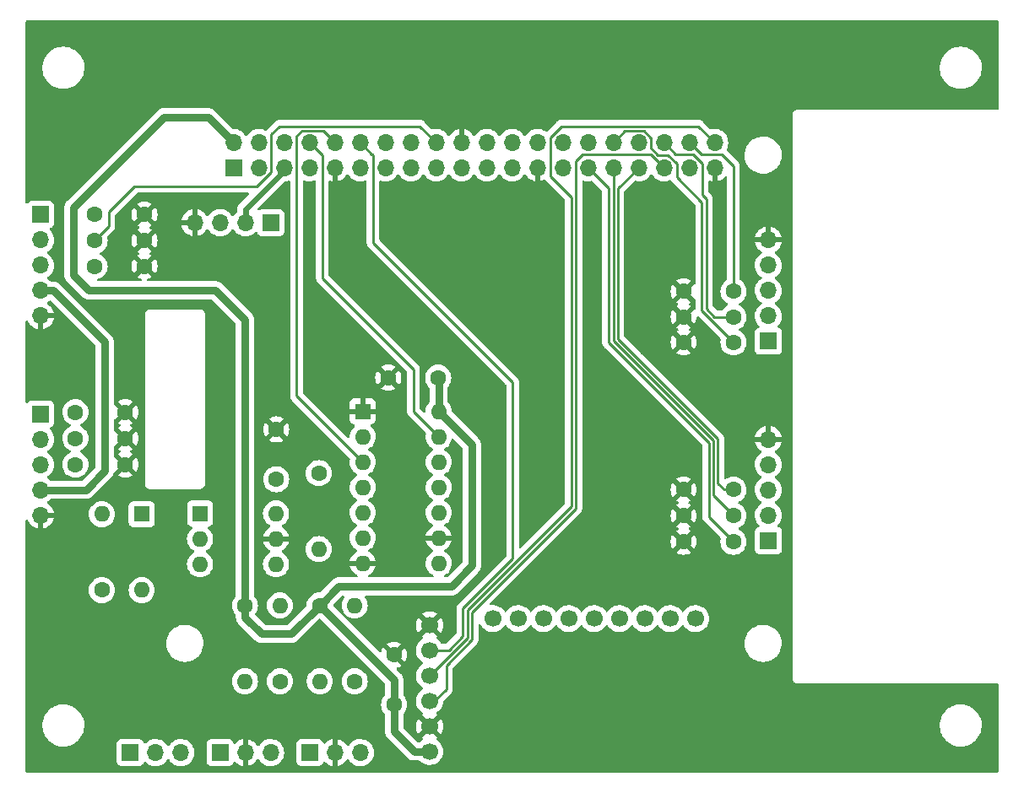
<source format=gbl>
G04 #@! TF.GenerationSoftware,KiCad,Pcbnew,(6.0.5)*
G04 #@! TF.CreationDate,2022-09-01T21:04:14+01:00*
G04 #@! TF.ProjectId,Rpi-Zynthian-IOBoard,5270692d-5a79-46e7-9468-69616e2d494f,rev?*
G04 #@! TF.SameCoordinates,Original*
G04 #@! TF.FileFunction,Copper,L2,Bot*
G04 #@! TF.FilePolarity,Positive*
%FSLAX46Y46*%
G04 Gerber Fmt 4.6, Leading zero omitted, Abs format (unit mm)*
G04 Created by KiCad (PCBNEW (6.0.5)) date 2022-09-01 21:04:14*
%MOMM*%
%LPD*%
G01*
G04 APERTURE LIST*
G04 #@! TA.AperFunction,ComponentPad*
%ADD10C,1.600000*%
G04 #@! TD*
G04 #@! TA.AperFunction,ComponentPad*
%ADD11R,1.700000X1.700000*%
G04 #@! TD*
G04 #@! TA.AperFunction,ComponentPad*
%ADD12O,1.700000X1.700000*%
G04 #@! TD*
G04 #@! TA.AperFunction,ComponentPad*
%ADD13O,1.600000X1.600000*%
G04 #@! TD*
G04 #@! TA.AperFunction,ComponentPad*
%ADD14C,1.700000*%
G04 #@! TD*
G04 #@! TA.AperFunction,ComponentPad*
%ADD15R,1.600000X1.600000*%
G04 #@! TD*
G04 #@! TA.AperFunction,Conductor*
%ADD16C,0.800000*%
G04 #@! TD*
G04 #@! TA.AperFunction,Conductor*
%ADD17C,0.600000*%
G04 #@! TD*
G04 #@! TA.AperFunction,Conductor*
%ADD18C,0.254000*%
G04 #@! TD*
G04 APERTURE END LIST*
D10*
X166500000Y-80270000D03*
X171500000Y-80270000D03*
D11*
X175000000Y-82700000D03*
D12*
X175000000Y-80160000D03*
X175000000Y-77620000D03*
X175000000Y-75080000D03*
X175000000Y-72540000D03*
D10*
X129900000Y-95950000D03*
D13*
X129900000Y-103570000D03*
D10*
X166500000Y-100220000D03*
X171500000Y-100220000D03*
X108150000Y-107690000D03*
D13*
X108150000Y-100070000D03*
D11*
X111000000Y-124000000D03*
D12*
X113540000Y-124000000D03*
X116080000Y-124000000D03*
D10*
X122504200Y-109220000D03*
D13*
X122504200Y-116840000D03*
D10*
X166500000Y-82820000D03*
X171500000Y-82820000D03*
X130004200Y-109220000D03*
D13*
X130004200Y-116840000D03*
D10*
X112420000Y-70010000D03*
X107420000Y-70010000D03*
D11*
X102000000Y-90000000D03*
D12*
X102000000Y-92540000D03*
X102000000Y-95080000D03*
X102000000Y-97620000D03*
X102000000Y-100160000D03*
D10*
X112420000Y-75180000D03*
X107420000Y-75180000D03*
D11*
X175000000Y-102700000D03*
D12*
X175000000Y-100160000D03*
X175000000Y-97620000D03*
X175000000Y-95080000D03*
X175000000Y-92540000D03*
D10*
X125640000Y-96560000D03*
X125640000Y-91560000D03*
D11*
X120000000Y-124000000D03*
D12*
X122540000Y-124000000D03*
X125080000Y-124000000D03*
D11*
X129000000Y-124000000D03*
D12*
X131540000Y-124000000D03*
X134080000Y-124000000D03*
D10*
X110500000Y-95090000D03*
X105500000Y-95090000D03*
X126004200Y-116840000D03*
D13*
X126004200Y-109220000D03*
D10*
X110500000Y-92460000D03*
X105500000Y-92460000D03*
D14*
X141015000Y-111180000D03*
X141015000Y-113720000D03*
X141015000Y-116260000D03*
X141015000Y-118800000D03*
X141015000Y-121340000D03*
X141015000Y-123880000D03*
X167685000Y-110545000D03*
X165145000Y-110545000D03*
X162605000Y-110545000D03*
X160065000Y-110545000D03*
X157525000Y-110545000D03*
X154985000Y-110545000D03*
X152445000Y-110545000D03*
X149905000Y-110545000D03*
X147365000Y-110545000D03*
D10*
X133504200Y-116840000D03*
D13*
X133504200Y-109220000D03*
D10*
X137460000Y-119180000D03*
X137460000Y-114180000D03*
X110500000Y-89830000D03*
X105500000Y-89830000D03*
X112420000Y-72610000D03*
X107420000Y-72610000D03*
X166500000Y-102830000D03*
X171500000Y-102830000D03*
X166500000Y-97610000D03*
X171500000Y-97610000D03*
D15*
X118000000Y-100000000D03*
D13*
X118000000Y-102540000D03*
X118000000Y-105080000D03*
X125620000Y-105080000D03*
X125620000Y-102540000D03*
X125620000Y-100000000D03*
D15*
X112150000Y-100070000D03*
D13*
X112150000Y-107690000D03*
D10*
X141880000Y-86365000D03*
X136880000Y-86365000D03*
X166500000Y-77710000D03*
X171500000Y-77710000D03*
D15*
X134310000Y-89755000D03*
D13*
X134310000Y-92295000D03*
X134310000Y-94835000D03*
X134310000Y-97375000D03*
X134310000Y-99915000D03*
X134310000Y-102455000D03*
X134310000Y-104995000D03*
X141930000Y-104995000D03*
X141930000Y-102455000D03*
X141930000Y-99915000D03*
X141930000Y-97375000D03*
X141930000Y-94835000D03*
X141930000Y-92295000D03*
X141930000Y-89755000D03*
D11*
X102000000Y-70000000D03*
D12*
X102000000Y-72540000D03*
X102000000Y-75080000D03*
X102000000Y-77620000D03*
X102000000Y-80160000D03*
D11*
X125085000Y-70815200D03*
D12*
X122545000Y-70815200D03*
X120005000Y-70815200D03*
X117465000Y-70815200D03*
D11*
X121350000Y-65300000D03*
D12*
X121350000Y-62760000D03*
X123890000Y-65300000D03*
X123890000Y-62760000D03*
X126430000Y-65300000D03*
X126430000Y-62760000D03*
X128970000Y-65300000D03*
X128970000Y-62760000D03*
X131510000Y-65300000D03*
X131510000Y-62760000D03*
X134050000Y-65300000D03*
X134050000Y-62760000D03*
X136590000Y-65300000D03*
X136590000Y-62760000D03*
X139130000Y-65300000D03*
X139130000Y-62760000D03*
X141670000Y-65300000D03*
X141670000Y-62760000D03*
X144210000Y-65300000D03*
X144210000Y-62760000D03*
X146750000Y-65300000D03*
X146750000Y-62760000D03*
X149290000Y-65300000D03*
X149290000Y-62760000D03*
X151830000Y-65300000D03*
X151830000Y-62760000D03*
X154370000Y-65300000D03*
X154370000Y-62760000D03*
X156910000Y-65300000D03*
X156910000Y-62760000D03*
X159450000Y-65300000D03*
X159450000Y-62760000D03*
X161990000Y-65300000D03*
X161990000Y-62760000D03*
X164530000Y-65300000D03*
X164530000Y-62760000D03*
X167070000Y-65300000D03*
X167070000Y-62760000D03*
X169610000Y-65300000D03*
X169610000Y-62760000D03*
D16*
X106560000Y-97620000D02*
X102000000Y-97620000D01*
X103274000Y-77620000D02*
X108450000Y-82796000D01*
X108450000Y-95730000D02*
X106560000Y-97620000D01*
X102000000Y-77620000D02*
X103274000Y-77620000D01*
X108450000Y-82796000D02*
X108450000Y-95730000D01*
X137460000Y-121874000D02*
X139466000Y-123880000D01*
X121925000Y-79985000D02*
X122520000Y-80580000D01*
X145280000Y-93105000D02*
X141930000Y-89755000D01*
X145280000Y-105230000D02*
X145280000Y-93105000D01*
X131909200Y-107315000D02*
X143195000Y-107315000D01*
X137460000Y-119180000D02*
X137460000Y-121874000D01*
X105294767Y-69285233D02*
X105294767Y-76061233D01*
X114360000Y-60220000D02*
X105294767Y-69285233D01*
X143195000Y-107315000D02*
X145280000Y-105230000D01*
X122520000Y-80580000D02*
X122504200Y-80595800D01*
X118810000Y-60220000D02*
X114360000Y-60220000D01*
X137460000Y-116685400D02*
X137460000Y-119180000D01*
X130004200Y-109220000D02*
X127134000Y-112090200D01*
X106831767Y-77598233D02*
X119538233Y-77598233D01*
X121350000Y-62760000D02*
X118810000Y-60220000D01*
X122504200Y-80595800D02*
X122504200Y-109220000D01*
X130004200Y-109220000D02*
X137464800Y-116680600D01*
X139466000Y-123880000D02*
X141015000Y-123880000D01*
X141930000Y-86415000D02*
X141880000Y-86365000D01*
X141930000Y-89755000D02*
X141930000Y-86415000D01*
X137464800Y-116680600D02*
X137460000Y-116685400D01*
X119538233Y-77598233D02*
X121925000Y-79985000D01*
X122500000Y-80560000D02*
X121925000Y-79985000D01*
X124155200Y-112090200D02*
X122504200Y-110439200D01*
X105294767Y-76061233D02*
X106831767Y-77598233D01*
X122504200Y-110439200D02*
X122504200Y-109220000D01*
X127134000Y-112090200D02*
X124155200Y-112090200D01*
X130004200Y-109220000D02*
X131909200Y-107315000D01*
D17*
X122545000Y-70815200D02*
X122545000Y-69453600D01*
X126430000Y-65568600D02*
X123571000Y-68427600D01*
X123571000Y-68427600D02*
X122821700Y-69176900D01*
X126430000Y-65300000D02*
X126430000Y-65568600D01*
X122545000Y-69453600D02*
X123571000Y-68427600D01*
D18*
X130270000Y-64060000D02*
X130270000Y-76390000D01*
X130270000Y-76390000D02*
X139400000Y-85520000D01*
X128970000Y-62760000D02*
X130270000Y-64060000D01*
X139400000Y-85520000D02*
X139400000Y-89765000D01*
X139400000Y-89765000D02*
X141930000Y-92295000D01*
X128205311Y-61583489D02*
X130333489Y-61583489D01*
X127683200Y-62105600D02*
X128205311Y-61583489D01*
X127683200Y-88208200D02*
X127683200Y-62105600D01*
X134310000Y-94835000D02*
X127683200Y-88208200D01*
X130333489Y-61583489D02*
X131510000Y-62760000D01*
X135226511Y-63936511D02*
X135234311Y-63936511D01*
X142940000Y-113720000D02*
X141015000Y-113720000D01*
X149348626Y-104538626D02*
X144370000Y-109517252D01*
X135356600Y-72826600D02*
X149348626Y-86818626D01*
X134050000Y-62760000D02*
X135226511Y-63936511D01*
X144370000Y-112290000D02*
X142940000Y-113720000D01*
X144370000Y-109517252D02*
X144370000Y-112290000D01*
X135234311Y-63936511D02*
X135356600Y-64058800D01*
X149348626Y-86818626D02*
X149348626Y-104538626D01*
X135356600Y-64058800D02*
X135356600Y-72826600D01*
X145277040Y-112665708D02*
X145277040Y-109892960D01*
X145277040Y-109892960D02*
X155680000Y-99490000D01*
X156337000Y-63982600D02*
X163212600Y-63982600D01*
X142686374Y-117618626D02*
X142686374Y-115256374D01*
X155680000Y-99490000D02*
X155680000Y-64639600D01*
X141015000Y-119290000D02*
X142686374Y-117618626D01*
X155680000Y-64639600D02*
X156337000Y-63982600D01*
X163212600Y-63982600D02*
X164530000Y-65300000D01*
X142686374Y-115256374D02*
X145277040Y-112665708D01*
X155226480Y-99302146D02*
X145454313Y-109074313D01*
X153104600Y-62255400D02*
X153104600Y-66137622D01*
X155226480Y-68259502D02*
X155226480Y-99302146D01*
X145454313Y-109074313D02*
X145187167Y-109341459D01*
X169610000Y-62760000D02*
X167979969Y-61129969D01*
X144823520Y-112477854D02*
X141041374Y-116260000D01*
X154230031Y-61129969D02*
X153104600Y-62255400D01*
X141041374Y-116260000D02*
X141015000Y-116260000D01*
X167979969Y-61129969D02*
X154230031Y-61129969D01*
X144823520Y-109705106D02*
X144823520Y-112477854D01*
X153104600Y-66137622D02*
X155226480Y-68259502D01*
X145454313Y-109074313D02*
X144823520Y-109705106D01*
X107420000Y-72610000D02*
X108850000Y-71180000D01*
X125136920Y-65716920D02*
X125136920Y-61963080D01*
X140039969Y-61129969D02*
X141670000Y-62760000D01*
X108850000Y-69710000D02*
X111408080Y-67151920D01*
X123701920Y-67151920D02*
X125136920Y-65716920D01*
X108850000Y-71180000D02*
X108850000Y-69710000D01*
X111408080Y-67151920D02*
X123701920Y-67151920D01*
X125970031Y-61129969D02*
X140039969Y-61129969D01*
X125136920Y-61963080D02*
X125970031Y-61129969D01*
X168325000Y-68775000D02*
X168325000Y-79645000D01*
X165811200Y-66261200D02*
X168325000Y-68775000D01*
X165711920Y-64818080D02*
X165711920Y-64823120D01*
X165811200Y-64922400D02*
X165811200Y-66261200D01*
X165711920Y-64823120D02*
X165811200Y-64922400D01*
X159450000Y-62760000D02*
X160626511Y-61583489D01*
X162497689Y-61583489D02*
X163233100Y-62318900D01*
X168325000Y-79645000D02*
X171500000Y-82820000D01*
X164905758Y-64011919D02*
X165711920Y-64818080D01*
X163220400Y-63300400D02*
X163931919Y-64011919D01*
X160626511Y-61583489D02*
X162497689Y-61583489D01*
X163931919Y-64011919D02*
X164905758Y-64011919D01*
X163220400Y-62331600D02*
X163220400Y-63300400D01*
X169016480Y-92880000D02*
X158970000Y-82833520D01*
X171500000Y-102830000D02*
X169016480Y-100346480D01*
X158970000Y-67360000D02*
X156910000Y-65300000D01*
X169016480Y-100346480D02*
X169016480Y-92880000D01*
X158970000Y-82833520D02*
X158970000Y-67360000D01*
X168778520Y-68438520D02*
X168778520Y-79457146D01*
X165706511Y-63936511D02*
X167426511Y-63936511D01*
X168350000Y-68010000D02*
X168778520Y-68438520D01*
X167426511Y-63936511D02*
X168350000Y-64860000D01*
X169591374Y-80270000D02*
X171500000Y-80270000D01*
X168778520Y-79457146D02*
X169591374Y-80270000D01*
X168350000Y-64860000D02*
X168350000Y-68010000D01*
X164530000Y-62760000D02*
X165706511Y-63936511D01*
X159450000Y-65300000D02*
X159450000Y-82670000D01*
X159450000Y-82670000D02*
X169470000Y-92690000D01*
X169470000Y-92690000D02*
X169470000Y-98190000D01*
X169470000Y-98190000D02*
X171500000Y-100220000D01*
X167070000Y-62760000D02*
X168296500Y-63986500D01*
X170326500Y-63986500D02*
X171500000Y-65160000D01*
X171500000Y-65160000D02*
X171500000Y-77710000D01*
X168296500Y-63986500D02*
X170326500Y-63986500D01*
X170583520Y-97610000D02*
X171500000Y-97610000D01*
X169923520Y-92502146D02*
X169923520Y-96950000D01*
X159903520Y-67386480D02*
X159903520Y-82482146D01*
X169923520Y-96950000D02*
X170583520Y-97610000D01*
X159903520Y-82482146D02*
X169923520Y-92502146D01*
X161990000Y-65300000D02*
X159903520Y-67386480D01*
G04 #@! TA.AperFunction,Conductor*
G36*
X198013621Y-50528502D02*
G01*
X198060114Y-50582158D01*
X198071500Y-50634500D01*
X198071500Y-59365500D01*
X198051498Y-59433621D01*
X197997842Y-59480114D01*
X197945500Y-59491500D01*
X177928623Y-59491500D01*
X177927853Y-59491498D01*
X177927037Y-59491493D01*
X177850279Y-59491024D01*
X177827918Y-59497415D01*
X177821847Y-59499150D01*
X177805085Y-59502728D01*
X177775813Y-59506920D01*
X177767645Y-59510634D01*
X177767644Y-59510634D01*
X177752438Y-59517548D01*
X177734914Y-59523996D01*
X177710229Y-59531051D01*
X177702635Y-59535843D01*
X177702632Y-59535844D01*
X177685220Y-59546830D01*
X177670137Y-59554969D01*
X177643218Y-59567208D01*
X177636416Y-59573069D01*
X177623765Y-59583970D01*
X177608761Y-59595073D01*
X177587042Y-59608776D01*
X177581103Y-59615501D01*
X177581099Y-59615504D01*
X177567468Y-59630938D01*
X177555276Y-59642982D01*
X177539673Y-59656427D01*
X177539671Y-59656430D01*
X177532873Y-59662287D01*
X177527993Y-59669816D01*
X177527992Y-59669817D01*
X177518906Y-59683835D01*
X177507615Y-59698709D01*
X177496569Y-59711217D01*
X177490622Y-59717951D01*
X177478058Y-59744711D01*
X177469737Y-59759691D01*
X177458529Y-59776983D01*
X177458527Y-59776988D01*
X177453648Y-59784515D01*
X177451078Y-59793108D01*
X177451076Y-59793113D01*
X177446289Y-59809120D01*
X177439628Y-59826564D01*
X177428719Y-59849800D01*
X177427338Y-59858667D01*
X177427338Y-59858668D01*
X177424170Y-59879015D01*
X177420387Y-59895732D01*
X177414485Y-59915466D01*
X177414484Y-59915472D01*
X177411914Y-59924066D01*
X177411859Y-59933037D01*
X177411859Y-59933038D01*
X177411704Y-59958497D01*
X177411671Y-59959289D01*
X177411500Y-59960386D01*
X177411500Y-59991377D01*
X177411498Y-59992147D01*
X177411024Y-60069721D01*
X177411408Y-60071065D01*
X177411500Y-60072410D01*
X177411500Y-116531377D01*
X177411498Y-116532147D01*
X177411024Y-116609721D01*
X177413491Y-116618352D01*
X177419150Y-116638153D01*
X177422728Y-116654915D01*
X177426920Y-116684187D01*
X177430634Y-116692355D01*
X177430634Y-116692356D01*
X177437548Y-116707562D01*
X177443996Y-116725086D01*
X177451051Y-116749771D01*
X177455843Y-116757365D01*
X177455844Y-116757368D01*
X177466830Y-116774780D01*
X177474969Y-116789863D01*
X177487208Y-116816782D01*
X177502497Y-116834525D01*
X177503970Y-116836235D01*
X177515073Y-116851239D01*
X177528776Y-116872958D01*
X177535501Y-116878897D01*
X177535504Y-116878901D01*
X177550938Y-116892532D01*
X177562982Y-116904724D01*
X177576427Y-116920327D01*
X177576430Y-116920329D01*
X177582287Y-116927127D01*
X177589816Y-116932007D01*
X177589817Y-116932008D01*
X177603835Y-116941094D01*
X177618709Y-116952385D01*
X177631217Y-116963431D01*
X177637951Y-116969378D01*
X177664711Y-116981942D01*
X177679691Y-116990263D01*
X177696983Y-117001471D01*
X177696988Y-117001473D01*
X177704515Y-117006352D01*
X177713108Y-117008922D01*
X177713113Y-117008924D01*
X177729120Y-117013711D01*
X177746564Y-117020372D01*
X177761676Y-117027467D01*
X177761678Y-117027468D01*
X177769800Y-117031281D01*
X177778667Y-117032662D01*
X177778668Y-117032662D01*
X177788310Y-117034163D01*
X177799017Y-117035830D01*
X177815732Y-117039613D01*
X177835466Y-117045515D01*
X177835472Y-117045516D01*
X177844066Y-117048086D01*
X177853037Y-117048141D01*
X177853038Y-117048141D01*
X177863097Y-117048202D01*
X177878506Y-117048296D01*
X177879289Y-117048329D01*
X177880386Y-117048500D01*
X177911377Y-117048500D01*
X177912147Y-117048502D01*
X177985785Y-117048952D01*
X177985786Y-117048952D01*
X177989721Y-117048976D01*
X177991065Y-117048592D01*
X177992410Y-117048500D01*
X197945500Y-117048500D01*
X198013621Y-117068502D01*
X198060114Y-117122158D01*
X198071500Y-117174500D01*
X198071500Y-125905500D01*
X198051498Y-125973621D01*
X197997842Y-126020114D01*
X197945500Y-126031500D01*
X100634500Y-126031500D01*
X100566379Y-126011498D01*
X100519886Y-125957842D01*
X100508500Y-125905500D01*
X100508500Y-124898134D01*
X109641500Y-124898134D01*
X109648255Y-124960316D01*
X109699385Y-125096705D01*
X109786739Y-125213261D01*
X109903295Y-125300615D01*
X110039684Y-125351745D01*
X110101866Y-125358500D01*
X111898134Y-125358500D01*
X111960316Y-125351745D01*
X112096705Y-125300615D01*
X112213261Y-125213261D01*
X112300615Y-125096705D01*
X112305346Y-125084086D01*
X112344598Y-124979382D01*
X112387240Y-124922618D01*
X112453802Y-124897918D01*
X112523150Y-124913126D01*
X112557817Y-124941114D01*
X112586250Y-124973938D01*
X112758126Y-125116632D01*
X112951000Y-125229338D01*
X112955825Y-125231180D01*
X112955826Y-125231181D01*
X113028612Y-125258975D01*
X113159692Y-125309030D01*
X113164760Y-125310061D01*
X113164763Y-125310062D01*
X113259862Y-125329410D01*
X113378597Y-125353567D01*
X113383772Y-125353757D01*
X113383774Y-125353757D01*
X113596673Y-125361564D01*
X113596677Y-125361564D01*
X113601837Y-125361753D01*
X113606957Y-125361097D01*
X113606959Y-125361097D01*
X113818288Y-125334025D01*
X113818289Y-125334025D01*
X113823416Y-125333368D01*
X113828366Y-125331883D01*
X114032429Y-125270661D01*
X114032434Y-125270659D01*
X114037384Y-125269174D01*
X114237994Y-125170896D01*
X114419860Y-125041173D01*
X114467874Y-124993327D01*
X114520805Y-124940580D01*
X114578096Y-124883489D01*
X114599331Y-124853938D01*
X114708453Y-124702077D01*
X114709776Y-124703028D01*
X114756645Y-124659857D01*
X114826580Y-124647625D01*
X114892026Y-124675144D01*
X114919875Y-124706994D01*
X114979987Y-124805088D01*
X115126250Y-124973938D01*
X115298126Y-125116632D01*
X115491000Y-125229338D01*
X115495825Y-125231180D01*
X115495826Y-125231181D01*
X115568612Y-125258975D01*
X115699692Y-125309030D01*
X115704760Y-125310061D01*
X115704763Y-125310062D01*
X115799862Y-125329410D01*
X115918597Y-125353567D01*
X115923772Y-125353757D01*
X115923774Y-125353757D01*
X116136673Y-125361564D01*
X116136677Y-125361564D01*
X116141837Y-125361753D01*
X116146957Y-125361097D01*
X116146959Y-125361097D01*
X116358288Y-125334025D01*
X116358289Y-125334025D01*
X116363416Y-125333368D01*
X116368366Y-125331883D01*
X116572429Y-125270661D01*
X116572434Y-125270659D01*
X116577384Y-125269174D01*
X116777994Y-125170896D01*
X116959860Y-125041173D01*
X117007874Y-124993327D01*
X117060805Y-124940580D01*
X117103400Y-124898134D01*
X118641500Y-124898134D01*
X118648255Y-124960316D01*
X118699385Y-125096705D01*
X118786739Y-125213261D01*
X118903295Y-125300615D01*
X119039684Y-125351745D01*
X119101866Y-125358500D01*
X120898134Y-125358500D01*
X120960316Y-125351745D01*
X121096705Y-125300615D01*
X121213261Y-125213261D01*
X121300615Y-125096705D01*
X121306172Y-125081883D01*
X121344798Y-124978848D01*
X121387440Y-124922084D01*
X121454001Y-124897384D01*
X121523350Y-124912592D01*
X121558017Y-124940580D01*
X121583218Y-124969673D01*
X121590580Y-124976883D01*
X121754434Y-125112916D01*
X121762881Y-125118831D01*
X121946756Y-125226279D01*
X121956042Y-125230729D01*
X122155001Y-125306703D01*
X122164899Y-125309579D01*
X122268250Y-125330606D01*
X122282299Y-125329410D01*
X122286000Y-125319065D01*
X122286000Y-125318517D01*
X122794000Y-125318517D01*
X122798064Y-125332359D01*
X122811478Y-125334393D01*
X122818184Y-125333534D01*
X122828262Y-125331392D01*
X123032255Y-125270191D01*
X123041842Y-125266433D01*
X123233095Y-125172739D01*
X123241945Y-125167464D01*
X123415328Y-125043792D01*
X123423200Y-125037139D01*
X123574052Y-124886812D01*
X123580730Y-124878965D01*
X123708022Y-124701819D01*
X123709279Y-124702722D01*
X123756373Y-124659362D01*
X123826311Y-124647145D01*
X123891751Y-124674678D01*
X123919579Y-124706511D01*
X123979987Y-124805088D01*
X124126250Y-124973938D01*
X124298126Y-125116632D01*
X124491000Y-125229338D01*
X124495825Y-125231180D01*
X124495826Y-125231181D01*
X124568612Y-125258975D01*
X124699692Y-125309030D01*
X124704760Y-125310061D01*
X124704763Y-125310062D01*
X124799862Y-125329410D01*
X124918597Y-125353567D01*
X124923772Y-125353757D01*
X124923774Y-125353757D01*
X125136673Y-125361564D01*
X125136677Y-125361564D01*
X125141837Y-125361753D01*
X125146957Y-125361097D01*
X125146959Y-125361097D01*
X125358288Y-125334025D01*
X125358289Y-125334025D01*
X125363416Y-125333368D01*
X125368366Y-125331883D01*
X125572429Y-125270661D01*
X125572434Y-125270659D01*
X125577384Y-125269174D01*
X125777994Y-125170896D01*
X125959860Y-125041173D01*
X126007874Y-124993327D01*
X126060805Y-124940580D01*
X126103400Y-124898134D01*
X127641500Y-124898134D01*
X127648255Y-124960316D01*
X127699385Y-125096705D01*
X127786739Y-125213261D01*
X127903295Y-125300615D01*
X128039684Y-125351745D01*
X128101866Y-125358500D01*
X129898134Y-125358500D01*
X129960316Y-125351745D01*
X130096705Y-125300615D01*
X130213261Y-125213261D01*
X130300615Y-125096705D01*
X130306172Y-125081883D01*
X130344798Y-124978848D01*
X130387440Y-124922084D01*
X130454001Y-124897384D01*
X130523350Y-124912592D01*
X130558017Y-124940580D01*
X130583218Y-124969673D01*
X130590580Y-124976883D01*
X130754434Y-125112916D01*
X130762881Y-125118831D01*
X130946756Y-125226279D01*
X130956042Y-125230729D01*
X131155001Y-125306703D01*
X131164899Y-125309579D01*
X131268250Y-125330606D01*
X131282299Y-125329410D01*
X131286000Y-125319065D01*
X131286000Y-125318517D01*
X131794000Y-125318517D01*
X131798064Y-125332359D01*
X131811478Y-125334393D01*
X131818184Y-125333534D01*
X131828262Y-125331392D01*
X132032255Y-125270191D01*
X132041842Y-125266433D01*
X132233095Y-125172739D01*
X132241945Y-125167464D01*
X132415328Y-125043792D01*
X132423200Y-125037139D01*
X132574052Y-124886812D01*
X132580730Y-124878965D01*
X132708022Y-124701819D01*
X132709279Y-124702722D01*
X132756373Y-124659362D01*
X132826311Y-124647145D01*
X132891751Y-124674678D01*
X132919579Y-124706511D01*
X132979987Y-124805088D01*
X133126250Y-124973938D01*
X133298126Y-125116632D01*
X133491000Y-125229338D01*
X133495825Y-125231180D01*
X133495826Y-125231181D01*
X133568612Y-125258975D01*
X133699692Y-125309030D01*
X133704760Y-125310061D01*
X133704763Y-125310062D01*
X133799862Y-125329410D01*
X133918597Y-125353567D01*
X133923772Y-125353757D01*
X133923774Y-125353757D01*
X134136673Y-125361564D01*
X134136677Y-125361564D01*
X134141837Y-125361753D01*
X134146957Y-125361097D01*
X134146959Y-125361097D01*
X134358288Y-125334025D01*
X134358289Y-125334025D01*
X134363416Y-125333368D01*
X134368366Y-125331883D01*
X134572429Y-125270661D01*
X134572434Y-125270659D01*
X134577384Y-125269174D01*
X134777994Y-125170896D01*
X134959860Y-125041173D01*
X135007874Y-124993327D01*
X135060805Y-124940580D01*
X135118096Y-124883489D01*
X135139331Y-124853938D01*
X135245435Y-124706277D01*
X135248453Y-124702077D01*
X135260016Y-124678682D01*
X135345136Y-124506453D01*
X135345137Y-124506451D01*
X135347430Y-124501811D01*
X135412370Y-124288069D01*
X135441529Y-124066590D01*
X135443156Y-124000000D01*
X135424852Y-123777361D01*
X135370431Y-123560702D01*
X135281354Y-123355840D01*
X135241906Y-123294862D01*
X135162822Y-123172617D01*
X135162820Y-123172614D01*
X135160014Y-123168277D01*
X135009670Y-123003051D01*
X135005619Y-122999852D01*
X135005615Y-122999848D01*
X134838414Y-122867800D01*
X134838410Y-122867798D01*
X134834359Y-122864598D01*
X134821556Y-122857530D01*
X134782136Y-122835769D01*
X134638789Y-122756638D01*
X134633920Y-122754914D01*
X134633916Y-122754912D01*
X134433087Y-122683795D01*
X134433083Y-122683794D01*
X134428212Y-122682069D01*
X134423119Y-122681162D01*
X134423116Y-122681161D01*
X134213373Y-122643800D01*
X134213367Y-122643799D01*
X134208284Y-122642894D01*
X134134452Y-122641992D01*
X133990081Y-122640228D01*
X133990079Y-122640228D01*
X133984911Y-122640165D01*
X133764091Y-122673955D01*
X133551756Y-122743357D01*
X133353607Y-122846507D01*
X133349474Y-122849610D01*
X133349471Y-122849612D01*
X133179100Y-122977530D01*
X133174965Y-122980635D01*
X133171393Y-122984373D01*
X133063729Y-123097037D01*
X133020629Y-123142138D01*
X133017720Y-123146403D01*
X133017714Y-123146411D01*
X132979666Y-123202187D01*
X132913204Y-123299618D01*
X132912898Y-123300066D01*
X132857987Y-123345069D01*
X132787462Y-123353240D01*
X132723715Y-123321986D01*
X132703018Y-123297502D01*
X132622426Y-123172926D01*
X132616136Y-123164757D01*
X132472806Y-123007240D01*
X132465273Y-123000215D01*
X132298139Y-122868222D01*
X132289552Y-122862517D01*
X132103117Y-122759599D01*
X132093705Y-122755369D01*
X131892959Y-122684280D01*
X131882988Y-122681646D01*
X131811837Y-122668972D01*
X131798540Y-122670432D01*
X131794000Y-122684989D01*
X131794000Y-125318517D01*
X131286000Y-125318517D01*
X131286000Y-122683102D01*
X131282082Y-122669758D01*
X131267806Y-122667771D01*
X131229324Y-122673660D01*
X131219288Y-122676051D01*
X131016868Y-122742212D01*
X131007359Y-122746209D01*
X130818463Y-122844542D01*
X130809738Y-122850036D01*
X130639433Y-122977905D01*
X130631726Y-122984748D01*
X130554478Y-123065584D01*
X130492954Y-123101014D01*
X130422042Y-123097557D01*
X130364255Y-123056311D01*
X130345402Y-123022763D01*
X130303767Y-122911703D01*
X130300615Y-122903295D01*
X130213261Y-122786739D01*
X130096705Y-122699385D01*
X129960316Y-122648255D01*
X129898134Y-122641500D01*
X128101866Y-122641500D01*
X128039684Y-122648255D01*
X127903295Y-122699385D01*
X127786739Y-122786739D01*
X127699385Y-122903295D01*
X127648255Y-123039684D01*
X127641500Y-123101866D01*
X127641500Y-124898134D01*
X126103400Y-124898134D01*
X126118096Y-124883489D01*
X126139331Y-124853938D01*
X126245435Y-124706277D01*
X126248453Y-124702077D01*
X126260016Y-124678682D01*
X126345136Y-124506453D01*
X126345137Y-124506451D01*
X126347430Y-124501811D01*
X126412370Y-124288069D01*
X126441529Y-124066590D01*
X126443156Y-124000000D01*
X126424852Y-123777361D01*
X126370431Y-123560702D01*
X126281354Y-123355840D01*
X126241906Y-123294862D01*
X126162822Y-123172617D01*
X126162820Y-123172614D01*
X126160014Y-123168277D01*
X126009670Y-123003051D01*
X126005619Y-122999852D01*
X126005615Y-122999848D01*
X125838414Y-122867800D01*
X125838410Y-122867798D01*
X125834359Y-122864598D01*
X125821556Y-122857530D01*
X125782136Y-122835769D01*
X125638789Y-122756638D01*
X125633920Y-122754914D01*
X125633916Y-122754912D01*
X125433087Y-122683795D01*
X125433083Y-122683794D01*
X125428212Y-122682069D01*
X125423119Y-122681162D01*
X125423116Y-122681161D01*
X125213373Y-122643800D01*
X125213367Y-122643799D01*
X125208284Y-122642894D01*
X125134452Y-122641992D01*
X124990081Y-122640228D01*
X124990079Y-122640228D01*
X124984911Y-122640165D01*
X124764091Y-122673955D01*
X124551756Y-122743357D01*
X124353607Y-122846507D01*
X124349474Y-122849610D01*
X124349471Y-122849612D01*
X124179100Y-122977530D01*
X124174965Y-122980635D01*
X124171393Y-122984373D01*
X124063729Y-123097037D01*
X124020629Y-123142138D01*
X124017720Y-123146403D01*
X124017714Y-123146411D01*
X123979666Y-123202187D01*
X123913204Y-123299618D01*
X123912898Y-123300066D01*
X123857987Y-123345069D01*
X123787462Y-123353240D01*
X123723715Y-123321986D01*
X123703018Y-123297502D01*
X123622426Y-123172926D01*
X123616136Y-123164757D01*
X123472806Y-123007240D01*
X123465273Y-123000215D01*
X123298139Y-122868222D01*
X123289552Y-122862517D01*
X123103117Y-122759599D01*
X123093705Y-122755369D01*
X122892959Y-122684280D01*
X122882988Y-122681646D01*
X122811837Y-122668972D01*
X122798540Y-122670432D01*
X122794000Y-122684989D01*
X122794000Y-125318517D01*
X122286000Y-125318517D01*
X122286000Y-122683102D01*
X122282082Y-122669758D01*
X122267806Y-122667771D01*
X122229324Y-122673660D01*
X122219288Y-122676051D01*
X122016868Y-122742212D01*
X122007359Y-122746209D01*
X121818463Y-122844542D01*
X121809738Y-122850036D01*
X121639433Y-122977905D01*
X121631726Y-122984748D01*
X121554478Y-123065584D01*
X121492954Y-123101014D01*
X121422042Y-123097557D01*
X121364255Y-123056311D01*
X121345402Y-123022763D01*
X121303767Y-122911703D01*
X121300615Y-122903295D01*
X121213261Y-122786739D01*
X121096705Y-122699385D01*
X120960316Y-122648255D01*
X120898134Y-122641500D01*
X119101866Y-122641500D01*
X119039684Y-122648255D01*
X118903295Y-122699385D01*
X118786739Y-122786739D01*
X118699385Y-122903295D01*
X118648255Y-123039684D01*
X118641500Y-123101866D01*
X118641500Y-124898134D01*
X117103400Y-124898134D01*
X117118096Y-124883489D01*
X117139331Y-124853938D01*
X117245435Y-124706277D01*
X117248453Y-124702077D01*
X117260016Y-124678682D01*
X117345136Y-124506453D01*
X117345137Y-124506451D01*
X117347430Y-124501811D01*
X117412370Y-124288069D01*
X117441529Y-124066590D01*
X117443156Y-124000000D01*
X117424852Y-123777361D01*
X117370431Y-123560702D01*
X117281354Y-123355840D01*
X117241906Y-123294862D01*
X117162822Y-123172617D01*
X117162820Y-123172614D01*
X117160014Y-123168277D01*
X117009670Y-123003051D01*
X117005619Y-122999852D01*
X117005615Y-122999848D01*
X116838414Y-122867800D01*
X116838410Y-122867798D01*
X116834359Y-122864598D01*
X116821556Y-122857530D01*
X116782136Y-122835769D01*
X116638789Y-122756638D01*
X116633920Y-122754914D01*
X116633916Y-122754912D01*
X116433087Y-122683795D01*
X116433083Y-122683794D01*
X116428212Y-122682069D01*
X116423119Y-122681162D01*
X116423116Y-122681161D01*
X116213373Y-122643800D01*
X116213367Y-122643799D01*
X116208284Y-122642894D01*
X116134452Y-122641992D01*
X115990081Y-122640228D01*
X115990079Y-122640228D01*
X115984911Y-122640165D01*
X115764091Y-122673955D01*
X115551756Y-122743357D01*
X115353607Y-122846507D01*
X115349474Y-122849610D01*
X115349471Y-122849612D01*
X115179100Y-122977530D01*
X115174965Y-122980635D01*
X115171393Y-122984373D01*
X115063729Y-123097037D01*
X115020629Y-123142138D01*
X114913201Y-123299621D01*
X114858293Y-123344621D01*
X114787768Y-123352792D01*
X114724021Y-123321538D01*
X114703324Y-123297054D01*
X114622822Y-123172617D01*
X114622820Y-123172614D01*
X114620014Y-123168277D01*
X114469670Y-123003051D01*
X114465619Y-122999852D01*
X114465615Y-122999848D01*
X114298414Y-122867800D01*
X114298410Y-122867798D01*
X114294359Y-122864598D01*
X114281556Y-122857530D01*
X114242136Y-122835769D01*
X114098789Y-122756638D01*
X114093920Y-122754914D01*
X114093916Y-122754912D01*
X113893087Y-122683795D01*
X113893083Y-122683794D01*
X113888212Y-122682069D01*
X113883119Y-122681162D01*
X113883116Y-122681161D01*
X113673373Y-122643800D01*
X113673367Y-122643799D01*
X113668284Y-122642894D01*
X113594452Y-122641992D01*
X113450081Y-122640228D01*
X113450079Y-122640228D01*
X113444911Y-122640165D01*
X113224091Y-122673955D01*
X113011756Y-122743357D01*
X112813607Y-122846507D01*
X112809474Y-122849610D01*
X112809471Y-122849612D01*
X112639100Y-122977530D01*
X112634965Y-122980635D01*
X112555607Y-123063679D01*
X112554283Y-123065064D01*
X112492759Y-123100494D01*
X112421846Y-123097037D01*
X112364060Y-123055791D01*
X112345207Y-123022243D01*
X112303767Y-122911703D01*
X112300615Y-122903295D01*
X112213261Y-122786739D01*
X112096705Y-122699385D01*
X111960316Y-122648255D01*
X111898134Y-122641500D01*
X110101866Y-122641500D01*
X110039684Y-122648255D01*
X109903295Y-122699385D01*
X109786739Y-122786739D01*
X109699385Y-122903295D01*
X109648255Y-123039684D01*
X109641500Y-123101866D01*
X109641500Y-124898134D01*
X100508500Y-124898134D01*
X100508500Y-121402703D01*
X102180743Y-121402703D01*
X102218268Y-121687734D01*
X102294129Y-121965036D01*
X102295813Y-121968984D01*
X102394935Y-122201370D01*
X102406923Y-122229476D01*
X102455462Y-122310579D01*
X102545948Y-122461769D01*
X102554561Y-122476161D01*
X102734313Y-122700528D01*
X102793441Y-122756638D01*
X102930677Y-122886870D01*
X102942851Y-122898423D01*
X103094285Y-123007240D01*
X103162575Y-123056311D01*
X103176317Y-123066186D01*
X103180112Y-123068195D01*
X103180113Y-123068196D01*
X103201869Y-123079715D01*
X103430392Y-123200712D01*
X103700373Y-123299511D01*
X103981264Y-123360755D01*
X104009841Y-123363004D01*
X104204282Y-123378307D01*
X104204291Y-123378307D01*
X104206739Y-123378500D01*
X104362271Y-123378500D01*
X104364407Y-123378354D01*
X104364418Y-123378354D01*
X104572548Y-123364165D01*
X104572554Y-123364164D01*
X104576825Y-123363873D01*
X104581020Y-123363004D01*
X104581022Y-123363004D01*
X104781254Y-123321538D01*
X104858342Y-123305574D01*
X105129343Y-123209607D01*
X105260062Y-123142138D01*
X105381005Y-123079715D01*
X105381006Y-123079715D01*
X105384812Y-123077750D01*
X105388313Y-123075289D01*
X105388317Y-123075287D01*
X105502417Y-122995096D01*
X105620023Y-122912441D01*
X105761085Y-122781358D01*
X105827479Y-122719661D01*
X105827481Y-122719658D01*
X105830622Y-122716740D01*
X106012713Y-122494268D01*
X106162927Y-122249142D01*
X106170376Y-122232174D01*
X106276757Y-121989830D01*
X106278483Y-121985898D01*
X106357244Y-121709406D01*
X106397751Y-121424784D01*
X106397830Y-121409887D01*
X106399235Y-121141583D01*
X106399235Y-121141576D01*
X106399257Y-121137297D01*
X106395983Y-121112424D01*
X106362292Y-120856522D01*
X106361732Y-120852266D01*
X106285871Y-120574964D01*
X106173077Y-120310524D01*
X106066045Y-120131687D01*
X106027643Y-120067521D01*
X106027640Y-120067517D01*
X106025439Y-120063839D01*
X105845687Y-119839472D01*
X105681315Y-119683489D01*
X105640258Y-119644527D01*
X105640255Y-119644525D01*
X105637149Y-119641577D01*
X105403683Y-119473814D01*
X105381843Y-119462250D01*
X105300195Y-119419020D01*
X105149608Y-119339288D01*
X104879627Y-119240489D01*
X104598736Y-119179245D01*
X104567685Y-119176801D01*
X104375718Y-119161693D01*
X104375709Y-119161693D01*
X104373261Y-119161500D01*
X104217729Y-119161500D01*
X104215593Y-119161646D01*
X104215582Y-119161646D01*
X104007452Y-119175835D01*
X104007446Y-119175836D01*
X104003175Y-119176127D01*
X103998980Y-119176996D01*
X103998978Y-119176996D01*
X103875360Y-119202596D01*
X103721658Y-119234426D01*
X103450657Y-119330393D01*
X103446848Y-119332359D01*
X103289830Y-119413402D01*
X103195188Y-119462250D01*
X103191687Y-119464711D01*
X103191683Y-119464713D01*
X103138520Y-119502077D01*
X102959977Y-119627559D01*
X102944892Y-119641577D01*
X102802455Y-119773938D01*
X102749378Y-119823260D01*
X102567287Y-120045732D01*
X102417073Y-120290858D01*
X102301517Y-120554102D01*
X102222756Y-120830594D01*
X102182249Y-121115216D01*
X102182227Y-121119505D01*
X102182226Y-121119512D01*
X102181021Y-121349580D01*
X102180743Y-121402703D01*
X100508500Y-121402703D01*
X100508500Y-116840000D01*
X121190702Y-116840000D01*
X121210657Y-117068087D01*
X121212081Y-117073400D01*
X121212081Y-117073402D01*
X121213185Y-117077520D01*
X121269916Y-117289243D01*
X121272239Y-117294224D01*
X121272239Y-117294225D01*
X121364351Y-117491762D01*
X121364354Y-117491767D01*
X121366677Y-117496749D01*
X121408612Y-117556638D01*
X121480182Y-117658850D01*
X121498002Y-117684300D01*
X121659900Y-117846198D01*
X121664408Y-117849355D01*
X121664411Y-117849357D01*
X121734615Y-117898514D01*
X121847451Y-117977523D01*
X121852433Y-117979846D01*
X121852438Y-117979849D01*
X121986851Y-118042526D01*
X122054957Y-118074284D01*
X122060265Y-118075706D01*
X122060267Y-118075707D01*
X122270798Y-118132119D01*
X122270800Y-118132119D01*
X122276113Y-118133543D01*
X122504200Y-118153498D01*
X122732287Y-118133543D01*
X122737600Y-118132119D01*
X122737602Y-118132119D01*
X122948133Y-118075707D01*
X122948135Y-118075706D01*
X122953443Y-118074284D01*
X123021549Y-118042526D01*
X123155962Y-117979849D01*
X123155967Y-117979846D01*
X123160949Y-117977523D01*
X123273785Y-117898514D01*
X123343989Y-117849357D01*
X123343992Y-117849355D01*
X123348500Y-117846198D01*
X123510398Y-117684300D01*
X123528219Y-117658850D01*
X123599788Y-117556638D01*
X123641723Y-117496749D01*
X123644046Y-117491767D01*
X123644049Y-117491762D01*
X123736161Y-117294225D01*
X123736161Y-117294224D01*
X123738484Y-117289243D01*
X123795216Y-117077520D01*
X123796319Y-117073402D01*
X123796319Y-117073400D01*
X123797743Y-117068087D01*
X123817698Y-116840000D01*
X124690702Y-116840000D01*
X124710657Y-117068087D01*
X124712081Y-117073400D01*
X124712081Y-117073402D01*
X124713185Y-117077520D01*
X124769916Y-117289243D01*
X124772239Y-117294224D01*
X124772239Y-117294225D01*
X124864351Y-117491762D01*
X124864354Y-117491767D01*
X124866677Y-117496749D01*
X124908612Y-117556638D01*
X124980182Y-117658850D01*
X124998002Y-117684300D01*
X125159900Y-117846198D01*
X125164408Y-117849355D01*
X125164411Y-117849357D01*
X125234615Y-117898514D01*
X125347451Y-117977523D01*
X125352433Y-117979846D01*
X125352438Y-117979849D01*
X125486851Y-118042526D01*
X125554957Y-118074284D01*
X125560265Y-118075706D01*
X125560267Y-118075707D01*
X125770798Y-118132119D01*
X125770800Y-118132119D01*
X125776113Y-118133543D01*
X126004200Y-118153498D01*
X126232287Y-118133543D01*
X126237600Y-118132119D01*
X126237602Y-118132119D01*
X126448133Y-118075707D01*
X126448135Y-118075706D01*
X126453443Y-118074284D01*
X126521549Y-118042526D01*
X126655962Y-117979849D01*
X126655967Y-117979846D01*
X126660949Y-117977523D01*
X126773785Y-117898514D01*
X126843989Y-117849357D01*
X126843992Y-117849355D01*
X126848500Y-117846198D01*
X127010398Y-117684300D01*
X127028219Y-117658850D01*
X127099788Y-117556638D01*
X127141723Y-117496749D01*
X127144046Y-117491767D01*
X127144049Y-117491762D01*
X127236161Y-117294225D01*
X127236161Y-117294224D01*
X127238484Y-117289243D01*
X127295216Y-117077520D01*
X127296319Y-117073402D01*
X127296319Y-117073400D01*
X127297743Y-117068087D01*
X127317698Y-116840000D01*
X128690702Y-116840000D01*
X128710657Y-117068087D01*
X128712081Y-117073400D01*
X128712081Y-117073402D01*
X128713185Y-117077520D01*
X128769916Y-117289243D01*
X128772239Y-117294224D01*
X128772239Y-117294225D01*
X128864351Y-117491762D01*
X128864354Y-117491767D01*
X128866677Y-117496749D01*
X128908612Y-117556638D01*
X128980182Y-117658850D01*
X128998002Y-117684300D01*
X129159900Y-117846198D01*
X129164408Y-117849355D01*
X129164411Y-117849357D01*
X129234615Y-117898514D01*
X129347451Y-117977523D01*
X129352433Y-117979846D01*
X129352438Y-117979849D01*
X129486851Y-118042526D01*
X129554957Y-118074284D01*
X129560265Y-118075706D01*
X129560267Y-118075707D01*
X129770798Y-118132119D01*
X129770800Y-118132119D01*
X129776113Y-118133543D01*
X130004200Y-118153498D01*
X130232287Y-118133543D01*
X130237600Y-118132119D01*
X130237602Y-118132119D01*
X130448133Y-118075707D01*
X130448135Y-118075706D01*
X130453443Y-118074284D01*
X130521549Y-118042526D01*
X130655962Y-117979849D01*
X130655967Y-117979846D01*
X130660949Y-117977523D01*
X130773785Y-117898514D01*
X130843989Y-117849357D01*
X130843992Y-117849355D01*
X130848500Y-117846198D01*
X131010398Y-117684300D01*
X131028219Y-117658850D01*
X131099788Y-117556638D01*
X131141723Y-117496749D01*
X131144046Y-117491767D01*
X131144049Y-117491762D01*
X131236161Y-117294225D01*
X131236161Y-117294224D01*
X131238484Y-117289243D01*
X131295216Y-117077520D01*
X131296319Y-117073402D01*
X131296319Y-117073400D01*
X131297743Y-117068087D01*
X131317698Y-116840000D01*
X132190702Y-116840000D01*
X132210657Y-117068087D01*
X132212081Y-117073400D01*
X132212081Y-117073402D01*
X132213185Y-117077520D01*
X132269916Y-117289243D01*
X132272239Y-117294224D01*
X132272239Y-117294225D01*
X132364351Y-117491762D01*
X132364354Y-117491767D01*
X132366677Y-117496749D01*
X132408612Y-117556638D01*
X132480182Y-117658850D01*
X132498002Y-117684300D01*
X132659900Y-117846198D01*
X132664408Y-117849355D01*
X132664411Y-117849357D01*
X132734615Y-117898514D01*
X132847451Y-117977523D01*
X132852433Y-117979846D01*
X132852438Y-117979849D01*
X132986851Y-118042526D01*
X133054957Y-118074284D01*
X133060265Y-118075706D01*
X133060267Y-118075707D01*
X133270798Y-118132119D01*
X133270800Y-118132119D01*
X133276113Y-118133543D01*
X133504200Y-118153498D01*
X133732287Y-118133543D01*
X133737600Y-118132119D01*
X133737602Y-118132119D01*
X133948133Y-118075707D01*
X133948135Y-118075706D01*
X133953443Y-118074284D01*
X134021549Y-118042526D01*
X134155962Y-117979849D01*
X134155967Y-117979846D01*
X134160949Y-117977523D01*
X134273785Y-117898514D01*
X134343989Y-117849357D01*
X134343992Y-117849355D01*
X134348500Y-117846198D01*
X134510398Y-117684300D01*
X134528219Y-117658850D01*
X134599788Y-117556638D01*
X134641723Y-117496749D01*
X134644046Y-117491767D01*
X134644049Y-117491762D01*
X134736161Y-117294225D01*
X134736161Y-117294224D01*
X134738484Y-117289243D01*
X134795216Y-117077520D01*
X134796319Y-117073402D01*
X134796319Y-117073400D01*
X134797743Y-117068087D01*
X134817698Y-116840000D01*
X134797743Y-116611913D01*
X134794751Y-116600746D01*
X134739907Y-116396067D01*
X134739906Y-116396065D01*
X134738484Y-116390757D01*
X134736161Y-116385775D01*
X134644049Y-116188238D01*
X134644046Y-116188233D01*
X134641723Y-116183251D01*
X134557948Y-116063608D01*
X134513557Y-116000211D01*
X134513555Y-116000208D01*
X134510398Y-115995700D01*
X134348500Y-115833802D01*
X134343992Y-115830645D01*
X134343989Y-115830643D01*
X134265811Y-115775902D01*
X134160949Y-115702477D01*
X134155967Y-115700154D01*
X134155962Y-115700151D01*
X133958425Y-115608039D01*
X133958424Y-115608039D01*
X133953443Y-115605716D01*
X133948135Y-115604294D01*
X133948133Y-115604293D01*
X133737602Y-115547881D01*
X133737600Y-115547881D01*
X133732287Y-115546457D01*
X133504200Y-115526502D01*
X133276113Y-115546457D01*
X133270800Y-115547881D01*
X133270798Y-115547881D01*
X133060267Y-115604293D01*
X133060265Y-115604294D01*
X133054957Y-115605716D01*
X133049976Y-115608039D01*
X133049975Y-115608039D01*
X132852438Y-115700151D01*
X132852433Y-115700154D01*
X132847451Y-115702477D01*
X132742589Y-115775902D01*
X132664411Y-115830643D01*
X132664408Y-115830645D01*
X132659900Y-115833802D01*
X132498002Y-115995700D01*
X132494845Y-116000208D01*
X132494843Y-116000211D01*
X132450452Y-116063608D01*
X132366677Y-116183251D01*
X132364354Y-116188233D01*
X132364351Y-116188238D01*
X132272239Y-116385775D01*
X132269916Y-116390757D01*
X132268494Y-116396065D01*
X132268493Y-116396067D01*
X132213649Y-116600746D01*
X132210657Y-116611913D01*
X132190702Y-116840000D01*
X131317698Y-116840000D01*
X131297743Y-116611913D01*
X131294751Y-116600746D01*
X131239907Y-116396067D01*
X131239906Y-116396065D01*
X131238484Y-116390757D01*
X131236161Y-116385775D01*
X131144049Y-116188238D01*
X131144046Y-116188233D01*
X131141723Y-116183251D01*
X131057948Y-116063608D01*
X131013557Y-116000211D01*
X131013555Y-116000208D01*
X131010398Y-115995700D01*
X130848500Y-115833802D01*
X130843992Y-115830645D01*
X130843989Y-115830643D01*
X130765811Y-115775902D01*
X130660949Y-115702477D01*
X130655967Y-115700154D01*
X130655962Y-115700151D01*
X130458425Y-115608039D01*
X130458424Y-115608039D01*
X130453443Y-115605716D01*
X130448135Y-115604294D01*
X130448133Y-115604293D01*
X130237602Y-115547881D01*
X130237600Y-115547881D01*
X130232287Y-115546457D01*
X130004200Y-115526502D01*
X129776113Y-115546457D01*
X129770800Y-115547881D01*
X129770798Y-115547881D01*
X129560267Y-115604293D01*
X129560265Y-115604294D01*
X129554957Y-115605716D01*
X129549976Y-115608039D01*
X129549975Y-115608039D01*
X129352438Y-115700151D01*
X129352433Y-115700154D01*
X129347451Y-115702477D01*
X129242589Y-115775902D01*
X129164411Y-115830643D01*
X129164408Y-115830645D01*
X129159900Y-115833802D01*
X128998002Y-115995700D01*
X128994845Y-116000208D01*
X128994843Y-116000211D01*
X128950452Y-116063608D01*
X128866677Y-116183251D01*
X128864354Y-116188233D01*
X128864351Y-116188238D01*
X128772239Y-116385775D01*
X128769916Y-116390757D01*
X128768494Y-116396065D01*
X128768493Y-116396067D01*
X128713649Y-116600746D01*
X128710657Y-116611913D01*
X128690702Y-116840000D01*
X127317698Y-116840000D01*
X127297743Y-116611913D01*
X127294751Y-116600746D01*
X127239907Y-116396067D01*
X127239906Y-116396065D01*
X127238484Y-116390757D01*
X127236161Y-116385775D01*
X127144049Y-116188238D01*
X127144046Y-116188233D01*
X127141723Y-116183251D01*
X127057948Y-116063608D01*
X127013557Y-116000211D01*
X127013555Y-116000208D01*
X127010398Y-115995700D01*
X126848500Y-115833802D01*
X126843992Y-115830645D01*
X126843989Y-115830643D01*
X126765811Y-115775902D01*
X126660949Y-115702477D01*
X126655967Y-115700154D01*
X126655962Y-115700151D01*
X126458425Y-115608039D01*
X126458424Y-115608039D01*
X126453443Y-115605716D01*
X126448135Y-115604294D01*
X126448133Y-115604293D01*
X126237602Y-115547881D01*
X126237600Y-115547881D01*
X126232287Y-115546457D01*
X126004200Y-115526502D01*
X125776113Y-115546457D01*
X125770800Y-115547881D01*
X125770798Y-115547881D01*
X125560267Y-115604293D01*
X125560265Y-115604294D01*
X125554957Y-115605716D01*
X125549976Y-115608039D01*
X125549975Y-115608039D01*
X125352438Y-115700151D01*
X125352433Y-115700154D01*
X125347451Y-115702477D01*
X125242589Y-115775902D01*
X125164411Y-115830643D01*
X125164408Y-115830645D01*
X125159900Y-115833802D01*
X124998002Y-115995700D01*
X124994845Y-116000208D01*
X124994843Y-116000211D01*
X124950452Y-116063608D01*
X124866677Y-116183251D01*
X124864354Y-116188233D01*
X124864351Y-116188238D01*
X124772239Y-116385775D01*
X124769916Y-116390757D01*
X124768494Y-116396065D01*
X124768493Y-116396067D01*
X124713649Y-116600746D01*
X124710657Y-116611913D01*
X124690702Y-116840000D01*
X123817698Y-116840000D01*
X123797743Y-116611913D01*
X123794751Y-116600746D01*
X123739907Y-116396067D01*
X123739906Y-116396065D01*
X123738484Y-116390757D01*
X123736161Y-116385775D01*
X123644049Y-116188238D01*
X123644046Y-116188233D01*
X123641723Y-116183251D01*
X123557948Y-116063608D01*
X123513557Y-116000211D01*
X123513555Y-116000208D01*
X123510398Y-115995700D01*
X123348500Y-115833802D01*
X123343992Y-115830645D01*
X123343989Y-115830643D01*
X123265811Y-115775902D01*
X123160949Y-115702477D01*
X123155967Y-115700154D01*
X123155962Y-115700151D01*
X122958425Y-115608039D01*
X122958424Y-115608039D01*
X122953443Y-115605716D01*
X122948135Y-115604294D01*
X122948133Y-115604293D01*
X122737602Y-115547881D01*
X122737600Y-115547881D01*
X122732287Y-115546457D01*
X122504200Y-115526502D01*
X122276113Y-115546457D01*
X122270800Y-115547881D01*
X122270798Y-115547881D01*
X122060267Y-115604293D01*
X122060265Y-115604294D01*
X122054957Y-115605716D01*
X122049976Y-115608039D01*
X122049975Y-115608039D01*
X121852438Y-115700151D01*
X121852433Y-115700154D01*
X121847451Y-115702477D01*
X121742589Y-115775902D01*
X121664411Y-115830643D01*
X121664408Y-115830645D01*
X121659900Y-115833802D01*
X121498002Y-115995700D01*
X121494845Y-116000208D01*
X121494843Y-116000211D01*
X121450452Y-116063608D01*
X121366677Y-116183251D01*
X121364354Y-116188233D01*
X121364351Y-116188238D01*
X121272239Y-116385775D01*
X121269916Y-116390757D01*
X121268494Y-116396065D01*
X121268493Y-116396067D01*
X121213649Y-116600746D01*
X121210657Y-116611913D01*
X121190702Y-116840000D01*
X100508500Y-116840000D01*
X100508500Y-113072277D01*
X114617009Y-113072277D01*
X114642625Y-113340769D01*
X114643710Y-113345203D01*
X114643711Y-113345209D01*
X114705645Y-113598312D01*
X114706731Y-113602750D01*
X114807985Y-113852733D01*
X114944265Y-114085482D01*
X115056377Y-114225671D01*
X115064686Y-114236060D01*
X115112716Y-114296119D01*
X115309809Y-114480234D01*
X115531416Y-114633968D01*
X115535499Y-114635999D01*
X115535502Y-114636001D01*
X115644108Y-114690031D01*
X115772894Y-114754101D01*
X115777228Y-114755522D01*
X115777231Y-114755523D01*
X116024853Y-114836698D01*
X116024859Y-114836699D01*
X116029186Y-114838118D01*
X116033677Y-114838898D01*
X116033678Y-114838898D01*
X116291140Y-114883601D01*
X116291148Y-114883602D01*
X116294921Y-114884257D01*
X116298758Y-114884448D01*
X116378578Y-114888422D01*
X116378586Y-114888422D01*
X116380149Y-114888500D01*
X116548512Y-114888500D01*
X116550780Y-114888335D01*
X116550792Y-114888335D01*
X116681884Y-114878823D01*
X116749004Y-114873953D01*
X116753459Y-114872969D01*
X116753462Y-114872969D01*
X117007912Y-114816791D01*
X117007916Y-114816790D01*
X117012372Y-114815806D01*
X117138480Y-114768028D01*
X117260318Y-114721868D01*
X117260321Y-114721867D01*
X117264588Y-114720250D01*
X117500368Y-114589286D01*
X117714773Y-114425657D01*
X117903312Y-114232792D01*
X118062034Y-114014730D01*
X118145390Y-113856296D01*
X118185490Y-113780079D01*
X118185493Y-113780073D01*
X118187615Y-113776039D01*
X118205305Y-113725947D01*
X118275902Y-113526033D01*
X118275902Y-113526032D01*
X118277425Y-113521720D01*
X118329581Y-113257100D01*
X118330203Y-113244610D01*
X118342764Y-112992292D01*
X118342764Y-112992286D01*
X118342991Y-112987723D01*
X118317375Y-112719231D01*
X118314107Y-112705873D01*
X118254355Y-112461688D01*
X118253269Y-112457250D01*
X118152015Y-112207267D01*
X118015735Y-111974518D01*
X117897928Y-111827208D01*
X117850136Y-111767447D01*
X117850135Y-111767445D01*
X117847284Y-111763881D01*
X117650191Y-111579766D01*
X117428584Y-111426032D01*
X117424501Y-111424001D01*
X117424498Y-111423999D01*
X117259606Y-111341967D01*
X117187106Y-111305899D01*
X117182772Y-111304478D01*
X117182769Y-111304477D01*
X116935147Y-111223302D01*
X116935141Y-111223301D01*
X116930814Y-111221882D01*
X116926322Y-111221102D01*
X116668860Y-111176399D01*
X116668852Y-111176398D01*
X116665079Y-111175743D01*
X116653817Y-111175182D01*
X116581422Y-111171578D01*
X116581414Y-111171578D01*
X116579851Y-111171500D01*
X116411488Y-111171500D01*
X116409220Y-111171665D01*
X116409208Y-111171665D01*
X116278736Y-111181132D01*
X116210996Y-111186047D01*
X116206541Y-111187031D01*
X116206538Y-111187031D01*
X115952088Y-111243209D01*
X115952084Y-111243210D01*
X115947628Y-111244194D01*
X115821520Y-111291972D01*
X115699682Y-111338132D01*
X115699679Y-111338133D01*
X115695412Y-111339750D01*
X115459632Y-111470714D01*
X115245227Y-111634343D01*
X115242034Y-111637609D01*
X115242032Y-111637611D01*
X115203847Y-111676672D01*
X115056688Y-111827208D01*
X114897966Y-112045270D01*
X114845479Y-112145031D01*
X114774510Y-112279921D01*
X114774507Y-112279927D01*
X114772385Y-112283961D01*
X114770865Y-112288266D01*
X114770863Y-112288270D01*
X114709033Y-112463357D01*
X114682575Y-112538280D01*
X114677012Y-112566507D01*
X114633167Y-112788959D01*
X114630419Y-112802900D01*
X114630192Y-112807453D01*
X114630192Y-112807456D01*
X114618050Y-113051375D01*
X114617009Y-113072277D01*
X100508500Y-113072277D01*
X100508500Y-107690000D01*
X106836502Y-107690000D01*
X106856457Y-107918087D01*
X106915716Y-108139243D01*
X106918039Y-108144224D01*
X106918039Y-108144225D01*
X107010151Y-108341762D01*
X107010154Y-108341767D01*
X107012477Y-108346749D01*
X107143802Y-108534300D01*
X107305700Y-108696198D01*
X107310208Y-108699355D01*
X107310211Y-108699357D01*
X107388389Y-108754098D01*
X107493251Y-108827523D01*
X107498233Y-108829846D01*
X107498238Y-108829849D01*
X107695775Y-108921961D01*
X107700757Y-108924284D01*
X107706065Y-108925706D01*
X107706067Y-108925707D01*
X107916598Y-108982119D01*
X107916600Y-108982119D01*
X107921913Y-108983543D01*
X108150000Y-109003498D01*
X108378087Y-108983543D01*
X108383400Y-108982119D01*
X108383402Y-108982119D01*
X108593933Y-108925707D01*
X108593935Y-108925706D01*
X108599243Y-108924284D01*
X108604225Y-108921961D01*
X108801762Y-108829849D01*
X108801767Y-108829846D01*
X108806749Y-108827523D01*
X108911611Y-108754098D01*
X108989789Y-108699357D01*
X108989792Y-108699355D01*
X108994300Y-108696198D01*
X109156198Y-108534300D01*
X109287523Y-108346749D01*
X109289846Y-108341767D01*
X109289849Y-108341762D01*
X109381961Y-108144225D01*
X109381961Y-108144224D01*
X109384284Y-108139243D01*
X109443543Y-107918087D01*
X109463498Y-107690000D01*
X110836502Y-107690000D01*
X110856457Y-107918087D01*
X110915716Y-108139243D01*
X110918039Y-108144224D01*
X110918039Y-108144225D01*
X111010151Y-108341762D01*
X111010154Y-108341767D01*
X111012477Y-108346749D01*
X111143802Y-108534300D01*
X111305700Y-108696198D01*
X111310208Y-108699355D01*
X111310211Y-108699357D01*
X111388389Y-108754098D01*
X111493251Y-108827523D01*
X111498233Y-108829846D01*
X111498238Y-108829849D01*
X111695775Y-108921961D01*
X111700757Y-108924284D01*
X111706065Y-108925706D01*
X111706067Y-108925707D01*
X111916598Y-108982119D01*
X111916600Y-108982119D01*
X111921913Y-108983543D01*
X112150000Y-109003498D01*
X112378087Y-108983543D01*
X112383400Y-108982119D01*
X112383402Y-108982119D01*
X112593933Y-108925707D01*
X112593935Y-108925706D01*
X112599243Y-108924284D01*
X112604225Y-108921961D01*
X112801762Y-108829849D01*
X112801767Y-108829846D01*
X112806749Y-108827523D01*
X112911611Y-108754098D01*
X112989789Y-108699357D01*
X112989792Y-108699355D01*
X112994300Y-108696198D01*
X113156198Y-108534300D01*
X113287523Y-108346749D01*
X113289846Y-108341767D01*
X113289849Y-108341762D01*
X113381961Y-108144225D01*
X113381961Y-108144224D01*
X113384284Y-108139243D01*
X113443543Y-107918087D01*
X113463498Y-107690000D01*
X113443543Y-107461913D01*
X113384284Y-107240757D01*
X113381961Y-107235775D01*
X113289849Y-107038238D01*
X113289846Y-107038233D01*
X113287523Y-107033251D01*
X113156198Y-106845700D01*
X112994300Y-106683802D01*
X112989792Y-106680645D01*
X112989789Y-106680643D01*
X112840286Y-106575960D01*
X112806749Y-106552477D01*
X112801767Y-106550154D01*
X112801762Y-106550151D01*
X112604225Y-106458039D01*
X112604224Y-106458039D01*
X112599243Y-106455716D01*
X112593935Y-106454294D01*
X112593933Y-106454293D01*
X112383402Y-106397881D01*
X112383400Y-106397881D01*
X112378087Y-106396457D01*
X112150000Y-106376502D01*
X111921913Y-106396457D01*
X111916600Y-106397881D01*
X111916598Y-106397881D01*
X111706067Y-106454293D01*
X111706065Y-106454294D01*
X111700757Y-106455716D01*
X111695776Y-106458039D01*
X111695775Y-106458039D01*
X111498238Y-106550151D01*
X111498233Y-106550154D01*
X111493251Y-106552477D01*
X111459714Y-106575960D01*
X111310211Y-106680643D01*
X111310208Y-106680645D01*
X111305700Y-106683802D01*
X111143802Y-106845700D01*
X111012477Y-107033251D01*
X111010154Y-107038233D01*
X111010151Y-107038238D01*
X110918039Y-107235775D01*
X110915716Y-107240757D01*
X110856457Y-107461913D01*
X110836502Y-107690000D01*
X109463498Y-107690000D01*
X109443543Y-107461913D01*
X109384284Y-107240757D01*
X109381961Y-107235775D01*
X109289849Y-107038238D01*
X109289846Y-107038233D01*
X109287523Y-107033251D01*
X109156198Y-106845700D01*
X108994300Y-106683802D01*
X108989792Y-106680645D01*
X108989789Y-106680643D01*
X108840286Y-106575960D01*
X108806749Y-106552477D01*
X108801767Y-106550154D01*
X108801762Y-106550151D01*
X108604225Y-106458039D01*
X108604224Y-106458039D01*
X108599243Y-106455716D01*
X108593935Y-106454294D01*
X108593933Y-106454293D01*
X108383402Y-106397881D01*
X108383400Y-106397881D01*
X108378087Y-106396457D01*
X108150000Y-106376502D01*
X107921913Y-106396457D01*
X107916600Y-106397881D01*
X107916598Y-106397881D01*
X107706067Y-106454293D01*
X107706065Y-106454294D01*
X107700757Y-106455716D01*
X107695776Y-106458039D01*
X107695775Y-106458039D01*
X107498238Y-106550151D01*
X107498233Y-106550154D01*
X107493251Y-106552477D01*
X107459714Y-106575960D01*
X107310211Y-106680643D01*
X107310208Y-106680645D01*
X107305700Y-106683802D01*
X107143802Y-106845700D01*
X107012477Y-107033251D01*
X107010154Y-107038233D01*
X107010151Y-107038238D01*
X106918039Y-107235775D01*
X106915716Y-107240757D01*
X106856457Y-107461913D01*
X106836502Y-107690000D01*
X100508500Y-107690000D01*
X100508500Y-105080000D01*
X116686502Y-105080000D01*
X116706457Y-105308087D01*
X116707881Y-105313400D01*
X116707881Y-105313402D01*
X116753859Y-105484991D01*
X116765716Y-105529243D01*
X116768039Y-105534224D01*
X116768039Y-105534225D01*
X116860151Y-105731762D01*
X116860154Y-105731767D01*
X116862477Y-105736749D01*
X116865634Y-105741257D01*
X116985712Y-105912746D01*
X116993802Y-105924300D01*
X117155700Y-106086198D01*
X117160208Y-106089355D01*
X117160211Y-106089357D01*
X117216729Y-106128931D01*
X117343251Y-106217523D01*
X117348233Y-106219846D01*
X117348238Y-106219849D01*
X117545775Y-106311961D01*
X117550757Y-106314284D01*
X117556065Y-106315706D01*
X117556067Y-106315707D01*
X117766598Y-106372119D01*
X117766600Y-106372119D01*
X117771913Y-106373543D01*
X118000000Y-106393498D01*
X118228087Y-106373543D01*
X118233400Y-106372119D01*
X118233402Y-106372119D01*
X118443933Y-106315707D01*
X118443935Y-106315706D01*
X118449243Y-106314284D01*
X118454225Y-106311961D01*
X118651762Y-106219849D01*
X118651767Y-106219846D01*
X118656749Y-106217523D01*
X118783271Y-106128931D01*
X118839789Y-106089357D01*
X118839792Y-106089355D01*
X118844300Y-106086198D01*
X119006198Y-105924300D01*
X119014289Y-105912746D01*
X119134366Y-105741257D01*
X119137523Y-105736749D01*
X119139846Y-105731767D01*
X119139849Y-105731762D01*
X119231961Y-105534225D01*
X119231961Y-105534224D01*
X119234284Y-105529243D01*
X119246142Y-105484991D01*
X119292119Y-105313402D01*
X119292119Y-105313400D01*
X119293543Y-105308087D01*
X119313498Y-105080000D01*
X119293543Y-104851913D01*
X119263824Y-104741000D01*
X119235707Y-104636067D01*
X119235706Y-104636065D01*
X119234284Y-104630757D01*
X119207026Y-104572301D01*
X119139849Y-104428238D01*
X119139846Y-104428233D01*
X119137523Y-104423251D01*
X119059833Y-104312298D01*
X119009357Y-104240211D01*
X119009355Y-104240208D01*
X119006198Y-104235700D01*
X118844300Y-104073802D01*
X118839792Y-104070645D01*
X118839789Y-104070643D01*
X118695840Y-103969849D01*
X118656749Y-103942477D01*
X118651767Y-103940154D01*
X118651762Y-103940151D01*
X118617543Y-103924195D01*
X118564258Y-103877278D01*
X118544797Y-103809001D01*
X118565339Y-103741041D01*
X118617543Y-103695805D01*
X118651762Y-103679849D01*
X118651767Y-103679846D01*
X118656749Y-103677523D01*
X118802488Y-103575475D01*
X118839789Y-103549357D01*
X118839792Y-103549355D01*
X118844300Y-103546198D01*
X119006198Y-103384300D01*
X119036113Y-103341578D01*
X119083598Y-103273761D01*
X119137523Y-103196749D01*
X119139846Y-103191767D01*
X119139849Y-103191762D01*
X119231961Y-102994225D01*
X119231961Y-102994224D01*
X119234284Y-102989243D01*
X119273521Y-102842812D01*
X119292119Y-102773402D01*
X119292119Y-102773400D01*
X119293543Y-102768087D01*
X119313498Y-102540000D01*
X119293543Y-102311913D01*
X119263824Y-102201000D01*
X119235707Y-102096067D01*
X119235706Y-102096065D01*
X119234284Y-102090757D01*
X119231961Y-102085775D01*
X119139849Y-101888238D01*
X119139846Y-101888233D01*
X119137523Y-101883251D01*
X119006198Y-101695700D01*
X118844300Y-101533802D01*
X118839789Y-101530643D01*
X118835576Y-101527108D01*
X118836527Y-101525974D01*
X118796529Y-101475929D01*
X118789224Y-101405310D01*
X118821258Y-101341951D01*
X118882462Y-101305970D01*
X118899517Y-101302918D01*
X118910316Y-101301745D01*
X119046705Y-101250615D01*
X119163261Y-101163261D01*
X119250615Y-101046705D01*
X119301745Y-100910316D01*
X119308500Y-100848134D01*
X119308500Y-99151866D01*
X119301745Y-99089684D01*
X119250615Y-98953295D01*
X119163261Y-98836739D01*
X119046705Y-98749385D01*
X118910316Y-98698255D01*
X118848134Y-98691500D01*
X117151866Y-98691500D01*
X117089684Y-98698255D01*
X116953295Y-98749385D01*
X116836739Y-98836739D01*
X116749385Y-98953295D01*
X116698255Y-99089684D01*
X116691500Y-99151866D01*
X116691500Y-100848134D01*
X116698255Y-100910316D01*
X116749385Y-101046705D01*
X116836739Y-101163261D01*
X116953295Y-101250615D01*
X117089684Y-101301745D01*
X117100474Y-101302917D01*
X117102606Y-101303803D01*
X117105222Y-101304425D01*
X117105121Y-101304848D01*
X117166035Y-101330155D01*
X117206463Y-101388517D01*
X117208922Y-101459471D01*
X117172629Y-101520490D01*
X117163969Y-101527489D01*
X117160207Y-101530646D01*
X117155700Y-101533802D01*
X116993802Y-101695700D01*
X116862477Y-101883251D01*
X116860154Y-101888233D01*
X116860151Y-101888238D01*
X116768039Y-102085775D01*
X116765716Y-102090757D01*
X116764294Y-102096065D01*
X116764293Y-102096067D01*
X116736176Y-102201000D01*
X116706457Y-102311913D01*
X116686502Y-102540000D01*
X116706457Y-102768087D01*
X116707881Y-102773400D01*
X116707881Y-102773402D01*
X116726480Y-102842812D01*
X116765716Y-102989243D01*
X116768039Y-102994224D01*
X116768039Y-102994225D01*
X116860151Y-103191762D01*
X116860154Y-103191767D01*
X116862477Y-103196749D01*
X116916402Y-103273761D01*
X116963888Y-103341578D01*
X116993802Y-103384300D01*
X117155700Y-103546198D01*
X117160208Y-103549355D01*
X117160211Y-103549357D01*
X117197512Y-103575475D01*
X117343251Y-103677523D01*
X117348233Y-103679846D01*
X117348238Y-103679849D01*
X117382457Y-103695805D01*
X117435742Y-103742722D01*
X117455203Y-103810999D01*
X117434661Y-103878959D01*
X117382457Y-103924195D01*
X117348238Y-103940151D01*
X117348233Y-103940154D01*
X117343251Y-103942477D01*
X117304160Y-103969849D01*
X117160211Y-104070643D01*
X117160208Y-104070645D01*
X117155700Y-104073802D01*
X116993802Y-104235700D01*
X116990645Y-104240208D01*
X116990643Y-104240211D01*
X116940167Y-104312298D01*
X116862477Y-104423251D01*
X116860154Y-104428233D01*
X116860151Y-104428238D01*
X116792974Y-104572301D01*
X116765716Y-104630757D01*
X116764294Y-104636065D01*
X116764293Y-104636067D01*
X116736176Y-104741000D01*
X116706457Y-104851913D01*
X116686502Y-105080000D01*
X100508500Y-105080000D01*
X100508500Y-100741827D01*
X100528502Y-100673706D01*
X100582158Y-100627213D01*
X100652432Y-100617109D01*
X100717012Y-100646603D01*
X100751243Y-100694423D01*
X100781770Y-100769603D01*
X100786413Y-100778794D01*
X100897694Y-100960388D01*
X100903777Y-100968699D01*
X101043213Y-101129667D01*
X101050580Y-101136883D01*
X101214434Y-101272916D01*
X101222881Y-101278831D01*
X101406756Y-101386279D01*
X101416042Y-101390729D01*
X101615001Y-101466703D01*
X101624899Y-101469579D01*
X101728250Y-101490606D01*
X101742299Y-101489410D01*
X101746000Y-101479065D01*
X101746000Y-101478517D01*
X102254000Y-101478517D01*
X102258064Y-101492359D01*
X102271478Y-101494393D01*
X102278184Y-101493534D01*
X102288262Y-101491392D01*
X102492255Y-101430191D01*
X102501842Y-101426433D01*
X102693095Y-101332739D01*
X102701945Y-101327464D01*
X102875328Y-101203792D01*
X102883200Y-101197139D01*
X103034052Y-101046812D01*
X103040730Y-101038965D01*
X103165003Y-100866020D01*
X103170313Y-100857183D01*
X103264670Y-100666267D01*
X103268469Y-100656672D01*
X103330377Y-100452910D01*
X103332555Y-100442837D01*
X103333986Y-100431962D01*
X103331775Y-100417778D01*
X103318617Y-100414000D01*
X102272115Y-100414000D01*
X102256876Y-100418475D01*
X102255671Y-100419865D01*
X102254000Y-100427548D01*
X102254000Y-101478517D01*
X101746000Y-101478517D01*
X101746000Y-100070000D01*
X106836502Y-100070000D01*
X106856457Y-100298087D01*
X106857881Y-100303400D01*
X106857881Y-100303402D01*
X106904063Y-100475752D01*
X106915716Y-100519243D01*
X106918039Y-100524224D01*
X106918039Y-100524225D01*
X107010151Y-100721762D01*
X107010154Y-100721767D01*
X107012477Y-100726749D01*
X107049078Y-100779020D01*
X107135512Y-100902460D01*
X107143802Y-100914300D01*
X107305700Y-101076198D01*
X107310208Y-101079355D01*
X107310211Y-101079357D01*
X107362996Y-101116317D01*
X107493251Y-101207523D01*
X107498233Y-101209846D01*
X107498238Y-101209849D01*
X107690435Y-101299471D01*
X107700757Y-101304284D01*
X107706065Y-101305706D01*
X107706067Y-101305707D01*
X107916598Y-101362119D01*
X107916600Y-101362119D01*
X107921913Y-101363543D01*
X108150000Y-101383498D01*
X108378087Y-101363543D01*
X108383400Y-101362119D01*
X108383402Y-101362119D01*
X108593933Y-101305707D01*
X108593935Y-101305706D01*
X108599243Y-101304284D01*
X108609565Y-101299471D01*
X108801762Y-101209849D01*
X108801767Y-101209846D01*
X108806749Y-101207523D01*
X108937004Y-101116317D01*
X108989789Y-101079357D01*
X108989792Y-101079355D01*
X108994300Y-101076198D01*
X109152364Y-100918134D01*
X110841500Y-100918134D01*
X110848255Y-100980316D01*
X110899385Y-101116705D01*
X110986739Y-101233261D01*
X111103295Y-101320615D01*
X111239684Y-101371745D01*
X111301866Y-101378500D01*
X112998134Y-101378500D01*
X113060316Y-101371745D01*
X113196705Y-101320615D01*
X113313261Y-101233261D01*
X113400615Y-101116705D01*
X113451745Y-100980316D01*
X113458500Y-100918134D01*
X113458500Y-99221866D01*
X113451745Y-99159684D01*
X113400615Y-99023295D01*
X113313261Y-98906739D01*
X113196705Y-98819385D01*
X113060316Y-98768255D01*
X112998134Y-98761500D01*
X111301866Y-98761500D01*
X111239684Y-98768255D01*
X111103295Y-98819385D01*
X110986739Y-98906739D01*
X110899385Y-99023295D01*
X110848255Y-99159684D01*
X110841500Y-99221866D01*
X110841500Y-100918134D01*
X109152364Y-100918134D01*
X109156198Y-100914300D01*
X109164489Y-100902460D01*
X109250922Y-100779020D01*
X109287523Y-100726749D01*
X109289846Y-100721767D01*
X109289849Y-100721762D01*
X109381961Y-100524225D01*
X109381961Y-100524224D01*
X109384284Y-100519243D01*
X109395938Y-100475752D01*
X109442119Y-100303402D01*
X109442119Y-100303400D01*
X109443543Y-100298087D01*
X109463498Y-100070000D01*
X109443543Y-99841913D01*
X109442119Y-99836598D01*
X109385707Y-99626067D01*
X109385706Y-99626065D01*
X109384284Y-99620757D01*
X109351643Y-99550757D01*
X109289849Y-99418238D01*
X109289846Y-99418233D01*
X109287523Y-99413251D01*
X109187716Y-99270712D01*
X109159357Y-99230211D01*
X109159355Y-99230208D01*
X109156198Y-99225700D01*
X108994300Y-99063802D01*
X108989792Y-99060645D01*
X108989789Y-99060643D01*
X108889818Y-98990643D01*
X108806749Y-98932477D01*
X108801767Y-98930154D01*
X108801762Y-98930151D01*
X108604225Y-98838039D01*
X108604224Y-98838039D01*
X108599243Y-98835716D01*
X108593935Y-98834294D01*
X108593933Y-98834293D01*
X108383402Y-98777881D01*
X108383400Y-98777881D01*
X108378087Y-98776457D01*
X108150000Y-98756502D01*
X107921913Y-98776457D01*
X107916600Y-98777881D01*
X107916598Y-98777881D01*
X107706067Y-98834293D01*
X107706065Y-98834294D01*
X107700757Y-98835716D01*
X107695776Y-98838039D01*
X107695775Y-98838039D01*
X107498238Y-98930151D01*
X107498233Y-98930154D01*
X107493251Y-98932477D01*
X107410182Y-98990643D01*
X107310211Y-99060643D01*
X107310208Y-99060645D01*
X107305700Y-99063802D01*
X107143802Y-99225700D01*
X107140645Y-99230208D01*
X107140643Y-99230211D01*
X107112284Y-99270712D01*
X107012477Y-99413251D01*
X107010154Y-99418233D01*
X107010151Y-99418238D01*
X106948357Y-99550757D01*
X106915716Y-99620757D01*
X106914294Y-99626065D01*
X106914293Y-99626067D01*
X106857881Y-99836598D01*
X106856457Y-99841913D01*
X106836502Y-100070000D01*
X101746000Y-100070000D01*
X101746000Y-100032000D01*
X101766002Y-99963879D01*
X101819658Y-99917386D01*
X101872000Y-99906000D01*
X103318344Y-99906000D01*
X103331875Y-99902027D01*
X103333180Y-99892947D01*
X103291214Y-99725875D01*
X103287894Y-99716124D01*
X103202972Y-99520814D01*
X103198105Y-99511739D01*
X103082426Y-99332926D01*
X103076136Y-99324757D01*
X102932806Y-99167240D01*
X102925273Y-99160215D01*
X102758139Y-99028222D01*
X102749556Y-99022520D01*
X102712602Y-99002120D01*
X102662631Y-98951687D01*
X102647859Y-98882245D01*
X102672975Y-98815839D01*
X102700327Y-98789232D01*
X102729736Y-98768255D01*
X102879860Y-98661173D01*
X102976120Y-98565248D01*
X103038490Y-98531333D01*
X103065059Y-98528500D01*
X106478583Y-98528500D01*
X106498292Y-98530051D01*
X106512190Y-98532252D01*
X106518777Y-98531907D01*
X106518782Y-98531907D01*
X106580480Y-98528673D01*
X106587074Y-98528500D01*
X106607610Y-98528500D01*
X106610882Y-98528156D01*
X106610884Y-98528156D01*
X106628042Y-98526353D01*
X106634616Y-98525836D01*
X106696308Y-98522603D01*
X106696312Y-98522602D01*
X106702903Y-98522257D01*
X106709284Y-98520547D01*
X106709286Y-98520547D01*
X106716491Y-98518617D01*
X106735925Y-98515015D01*
X106743354Y-98514234D01*
X106743363Y-98514232D01*
X106749928Y-98513542D01*
X106814997Y-98492400D01*
X106821299Y-98490533D01*
X106887370Y-98472829D01*
X106899908Y-98466440D01*
X106918174Y-98458875D01*
X106925272Y-98456569D01*
X106925274Y-98456568D01*
X106931556Y-98454527D01*
X106990785Y-98420331D01*
X106996579Y-98417185D01*
X107057530Y-98386129D01*
X107068467Y-98377273D01*
X107084763Y-98366073D01*
X107091224Y-98362343D01*
X107091228Y-98362340D01*
X107096944Y-98359040D01*
X107101850Y-98354623D01*
X107101855Y-98354619D01*
X107147769Y-98313278D01*
X107152784Y-98308994D01*
X107166177Y-98298148D01*
X107168741Y-98296072D01*
X107183256Y-98281557D01*
X107188041Y-98277016D01*
X107233957Y-98235673D01*
X107238866Y-98231253D01*
X107247140Y-98219865D01*
X107259981Y-98204832D01*
X108365092Y-97099721D01*
X112471024Y-97099721D01*
X112473491Y-97108352D01*
X112479150Y-97128153D01*
X112482728Y-97144915D01*
X112486920Y-97174187D01*
X112490634Y-97182355D01*
X112490634Y-97182356D01*
X112497548Y-97197562D01*
X112503996Y-97215086D01*
X112511051Y-97239771D01*
X112515843Y-97247365D01*
X112515844Y-97247368D01*
X112526830Y-97264780D01*
X112534969Y-97279863D01*
X112547208Y-97306782D01*
X112553069Y-97313584D01*
X112563970Y-97326235D01*
X112575073Y-97341239D01*
X112588776Y-97362958D01*
X112595501Y-97368897D01*
X112595504Y-97368901D01*
X112610938Y-97382532D01*
X112622982Y-97394724D01*
X112636427Y-97410327D01*
X112636430Y-97410329D01*
X112642287Y-97417127D01*
X112649816Y-97422007D01*
X112649817Y-97422008D01*
X112663835Y-97431094D01*
X112678709Y-97442385D01*
X112691217Y-97453431D01*
X112697951Y-97459378D01*
X112724711Y-97471942D01*
X112739691Y-97480263D01*
X112756983Y-97491471D01*
X112756988Y-97491473D01*
X112764515Y-97496352D01*
X112773108Y-97498922D01*
X112773113Y-97498924D01*
X112789120Y-97503711D01*
X112806564Y-97510372D01*
X112821676Y-97517467D01*
X112821678Y-97517468D01*
X112829800Y-97521281D01*
X112838667Y-97522662D01*
X112838668Y-97522662D01*
X112841353Y-97523080D01*
X112859017Y-97525830D01*
X112875732Y-97529613D01*
X112895466Y-97535515D01*
X112895472Y-97535516D01*
X112904066Y-97538086D01*
X112913037Y-97538141D01*
X112913038Y-97538141D01*
X112923097Y-97538202D01*
X112938506Y-97538296D01*
X112939289Y-97538329D01*
X112940386Y-97538500D01*
X112971377Y-97538500D01*
X112972147Y-97538502D01*
X113045785Y-97538952D01*
X113045786Y-97538952D01*
X113049721Y-97538976D01*
X113051065Y-97538592D01*
X113052410Y-97538500D01*
X117971377Y-97538500D01*
X117972148Y-97538502D01*
X118049721Y-97538976D01*
X118078152Y-97530850D01*
X118094915Y-97527272D01*
X118095753Y-97527152D01*
X118124187Y-97523080D01*
X118147564Y-97512451D01*
X118165087Y-97506004D01*
X118189771Y-97498949D01*
X118197365Y-97494157D01*
X118197368Y-97494156D01*
X118214780Y-97483170D01*
X118229865Y-97475030D01*
X118256782Y-97462792D01*
X118276235Y-97446030D01*
X118291239Y-97434927D01*
X118312958Y-97421224D01*
X118318897Y-97414499D01*
X118318901Y-97414496D01*
X118332532Y-97399062D01*
X118344724Y-97387018D01*
X118360327Y-97373573D01*
X118360329Y-97373570D01*
X118367127Y-97367713D01*
X118372394Y-97359588D01*
X118381094Y-97346165D01*
X118392385Y-97331291D01*
X118403431Y-97318783D01*
X118403432Y-97318782D01*
X118409378Y-97312049D01*
X118421943Y-97285287D01*
X118430263Y-97270309D01*
X118441471Y-97253017D01*
X118441473Y-97253012D01*
X118446352Y-97245485D01*
X118448922Y-97236892D01*
X118448924Y-97236887D01*
X118453711Y-97220880D01*
X118460372Y-97203436D01*
X118467467Y-97188324D01*
X118467468Y-97188322D01*
X118471281Y-97180200D01*
X118475830Y-97150983D01*
X118479613Y-97134268D01*
X118485515Y-97114534D01*
X118485516Y-97114528D01*
X118488086Y-97105934D01*
X118488296Y-97071494D01*
X118488329Y-97070711D01*
X118488500Y-97069614D01*
X118488500Y-97038623D01*
X118488502Y-97037853D01*
X118488952Y-96964215D01*
X118488952Y-96964214D01*
X118488976Y-96960279D01*
X118488592Y-96958935D01*
X118488500Y-96957590D01*
X118488500Y-80038623D01*
X118488502Y-80037853D01*
X118488800Y-79989102D01*
X118488976Y-79960279D01*
X118480850Y-79931847D01*
X118477272Y-79915085D01*
X118475971Y-79906000D01*
X118473080Y-79885813D01*
X118462451Y-79862436D01*
X118456004Y-79844913D01*
X118451416Y-79828862D01*
X118448949Y-79820229D01*
X118444156Y-79812632D01*
X118433170Y-79795220D01*
X118425030Y-79780135D01*
X118422364Y-79774272D01*
X118412792Y-79753218D01*
X118405888Y-79745205D01*
X118396030Y-79733765D01*
X118384927Y-79718761D01*
X118371224Y-79697042D01*
X118364499Y-79691103D01*
X118364496Y-79691099D01*
X118349062Y-79677468D01*
X118337018Y-79665276D01*
X118323573Y-79649673D01*
X118323570Y-79649671D01*
X118317713Y-79642873D01*
X118304009Y-79633990D01*
X118296165Y-79628906D01*
X118281291Y-79617615D01*
X118268783Y-79606569D01*
X118268782Y-79606568D01*
X118262049Y-79600622D01*
X118235287Y-79588057D01*
X118220309Y-79579737D01*
X118203017Y-79568529D01*
X118203012Y-79568527D01*
X118195485Y-79563648D01*
X118186892Y-79561078D01*
X118186887Y-79561076D01*
X118170880Y-79556289D01*
X118153436Y-79549628D01*
X118138324Y-79542533D01*
X118138322Y-79542532D01*
X118130200Y-79538719D01*
X118121333Y-79537338D01*
X118121332Y-79537338D01*
X118110478Y-79535648D01*
X118100983Y-79534170D01*
X118084268Y-79530387D01*
X118064534Y-79524485D01*
X118064528Y-79524484D01*
X118055934Y-79521914D01*
X118046963Y-79521859D01*
X118046962Y-79521859D01*
X118036903Y-79521798D01*
X118021494Y-79521704D01*
X118020711Y-79521671D01*
X118019614Y-79521500D01*
X117988623Y-79521500D01*
X117987853Y-79521498D01*
X117914215Y-79521048D01*
X117914214Y-79521048D01*
X117910279Y-79521024D01*
X117908935Y-79521408D01*
X117907590Y-79521500D01*
X112988623Y-79521500D01*
X112987853Y-79521498D01*
X112987037Y-79521493D01*
X112910279Y-79521024D01*
X112887918Y-79527415D01*
X112881847Y-79529150D01*
X112865085Y-79532728D01*
X112835813Y-79536920D01*
X112827645Y-79540634D01*
X112827644Y-79540634D01*
X112812438Y-79547548D01*
X112794914Y-79553996D01*
X112770229Y-79561051D01*
X112762635Y-79565843D01*
X112762632Y-79565844D01*
X112745220Y-79576830D01*
X112730137Y-79584969D01*
X112703218Y-79597208D01*
X112696416Y-79603069D01*
X112683765Y-79613970D01*
X112668761Y-79625073D01*
X112647042Y-79638776D01*
X112641103Y-79645501D01*
X112641099Y-79645504D01*
X112627468Y-79660938D01*
X112615276Y-79672982D01*
X112599673Y-79686427D01*
X112599671Y-79686430D01*
X112592873Y-79692287D01*
X112587993Y-79699816D01*
X112587992Y-79699817D01*
X112578906Y-79713835D01*
X112567615Y-79728709D01*
X112556569Y-79741217D01*
X112550622Y-79747951D01*
X112544312Y-79761391D01*
X112538058Y-79774711D01*
X112529737Y-79789691D01*
X112518529Y-79806983D01*
X112518527Y-79806988D01*
X112513648Y-79814515D01*
X112511078Y-79823108D01*
X112511076Y-79823113D01*
X112506289Y-79839120D01*
X112499628Y-79856564D01*
X112492533Y-79871676D01*
X112488719Y-79879800D01*
X112487338Y-79888667D01*
X112487338Y-79888668D01*
X112484170Y-79909015D01*
X112480387Y-79925732D01*
X112474485Y-79945466D01*
X112474484Y-79945472D01*
X112471914Y-79954066D01*
X112471859Y-79963037D01*
X112471859Y-79963038D01*
X112471704Y-79988497D01*
X112471671Y-79989289D01*
X112471500Y-79990386D01*
X112471500Y-80021377D01*
X112471498Y-80022147D01*
X112471024Y-80099721D01*
X112471408Y-80101065D01*
X112471500Y-80102410D01*
X112471500Y-97021377D01*
X112471498Y-97022147D01*
X112471024Y-97099721D01*
X108365092Y-97099721D01*
X109034832Y-96429981D01*
X109049865Y-96417140D01*
X109055913Y-96412746D01*
X109055914Y-96412745D01*
X109061253Y-96408866D01*
X109107016Y-96358041D01*
X109111557Y-96353256D01*
X109126072Y-96338741D01*
X109138994Y-96322784D01*
X109143278Y-96317769D01*
X109184619Y-96271855D01*
X109184623Y-96271850D01*
X109189040Y-96266944D01*
X109192340Y-96261228D01*
X109192343Y-96261224D01*
X109196073Y-96254763D01*
X109207273Y-96238466D01*
X109211975Y-96232660D01*
X109211976Y-96232658D01*
X109216129Y-96227530D01*
X109230543Y-96199242D01*
X109242354Y-96176062D01*
X109778493Y-96176062D01*
X109787789Y-96188077D01*
X109838994Y-96223931D01*
X109848489Y-96229414D01*
X110045947Y-96321490D01*
X110056239Y-96325236D01*
X110266688Y-96381625D01*
X110277481Y-96383528D01*
X110494525Y-96402517D01*
X110505475Y-96402517D01*
X110722519Y-96383528D01*
X110733312Y-96381625D01*
X110943761Y-96325236D01*
X110954053Y-96321490D01*
X111151511Y-96229414D01*
X111161006Y-96223931D01*
X111213048Y-96187491D01*
X111221424Y-96177012D01*
X111214356Y-96163566D01*
X110512812Y-95462022D01*
X110498868Y-95454408D01*
X110497035Y-95454539D01*
X110490420Y-95458790D01*
X109784923Y-96164287D01*
X109778493Y-96176062D01*
X109242354Y-96176062D01*
X109247188Y-96166574D01*
X109250336Y-96160777D01*
X109281224Y-96107277D01*
X109284527Y-96101556D01*
X109288875Y-96088174D01*
X109296438Y-96069915D01*
X109302830Y-96057370D01*
X109304797Y-96050031D01*
X109320535Y-95991294D01*
X109322409Y-95984969D01*
X109341501Y-95926210D01*
X109341501Y-95926209D01*
X109343542Y-95919928D01*
X109344232Y-95913367D01*
X109344234Y-95913356D01*
X109344511Y-95910718D01*
X109345097Y-95909294D01*
X109345606Y-95906900D01*
X109346044Y-95906993D01*
X109371529Y-95845063D01*
X109411195Y-95812366D01*
X109426434Y-95804356D01*
X110127978Y-95102812D01*
X110134356Y-95091132D01*
X110864408Y-95091132D01*
X110864539Y-95092965D01*
X110868790Y-95099580D01*
X111574287Y-95805077D01*
X111586062Y-95811507D01*
X111598077Y-95802211D01*
X111633931Y-95751006D01*
X111639414Y-95741511D01*
X111731490Y-95544053D01*
X111735236Y-95533761D01*
X111791625Y-95323312D01*
X111793528Y-95312519D01*
X111812517Y-95095475D01*
X111812517Y-95084525D01*
X111793528Y-94867481D01*
X111791625Y-94856688D01*
X111735236Y-94646239D01*
X111731490Y-94635947D01*
X111639414Y-94438489D01*
X111633931Y-94428994D01*
X111597491Y-94376952D01*
X111587012Y-94368576D01*
X111573566Y-94375644D01*
X110872022Y-95077188D01*
X110864408Y-95091132D01*
X110134356Y-95091132D01*
X110135592Y-95088868D01*
X110135461Y-95087035D01*
X110131210Y-95080420D01*
X109425711Y-94374921D01*
X109424112Y-94374048D01*
X109373911Y-94323845D01*
X109358500Y-94263462D01*
X109358500Y-93546062D01*
X109778493Y-93546062D01*
X109787789Y-93558077D01*
X109838994Y-93593931D01*
X109848489Y-93599414D01*
X109980143Y-93660805D01*
X110033428Y-93707722D01*
X110052889Y-93776000D01*
X110032347Y-93843960D01*
X109980143Y-93889195D01*
X109848489Y-93950586D01*
X109838994Y-93956069D01*
X109786952Y-93992509D01*
X109778576Y-94002988D01*
X109785644Y-94016434D01*
X110487188Y-94717978D01*
X110501132Y-94725592D01*
X110502965Y-94725461D01*
X110509580Y-94721210D01*
X111215077Y-94015713D01*
X111221507Y-94003938D01*
X111212211Y-93991923D01*
X111161006Y-93956069D01*
X111151511Y-93950586D01*
X111019857Y-93889195D01*
X110966572Y-93842278D01*
X110947111Y-93774000D01*
X110967653Y-93706040D01*
X111019857Y-93660805D01*
X111151511Y-93599414D01*
X111161006Y-93593931D01*
X111213048Y-93557491D01*
X111221424Y-93547012D01*
X111214356Y-93533566D01*
X110512812Y-92832022D01*
X110498868Y-92824408D01*
X110497035Y-92824539D01*
X110490420Y-92828790D01*
X109784923Y-93534287D01*
X109778493Y-93546062D01*
X109358500Y-93546062D01*
X109358500Y-93286180D01*
X109378502Y-93218059D01*
X109425878Y-93174648D01*
X109426434Y-93174356D01*
X110127978Y-92472812D01*
X110134356Y-92461132D01*
X110864408Y-92461132D01*
X110864539Y-92462965D01*
X110868790Y-92469580D01*
X111574287Y-93175077D01*
X111586062Y-93181507D01*
X111598077Y-93172211D01*
X111633931Y-93121006D01*
X111639414Y-93111511D01*
X111731490Y-92914053D01*
X111735236Y-92903761D01*
X111791625Y-92693312D01*
X111793528Y-92682519D01*
X111812517Y-92465475D01*
X111812517Y-92454525D01*
X111793528Y-92237481D01*
X111791625Y-92226688D01*
X111735236Y-92016239D01*
X111731490Y-92005947D01*
X111639414Y-91808489D01*
X111633931Y-91798994D01*
X111597491Y-91746952D01*
X111587012Y-91738576D01*
X111573566Y-91745644D01*
X110872022Y-92447188D01*
X110864408Y-92461132D01*
X110134356Y-92461132D01*
X110135592Y-92458868D01*
X110135461Y-92457035D01*
X110131210Y-92450420D01*
X109425711Y-91744921D01*
X109424112Y-91744048D01*
X109373911Y-91693845D01*
X109358500Y-91633462D01*
X109358500Y-90916062D01*
X109778493Y-90916062D01*
X109787789Y-90928077D01*
X109838994Y-90963931D01*
X109848489Y-90969414D01*
X109980143Y-91030805D01*
X110033428Y-91077722D01*
X110052889Y-91146000D01*
X110032347Y-91213960D01*
X109980143Y-91259195D01*
X109848489Y-91320586D01*
X109838994Y-91326069D01*
X109786952Y-91362509D01*
X109778576Y-91372988D01*
X109785644Y-91386434D01*
X110487188Y-92087978D01*
X110501132Y-92095592D01*
X110502965Y-92095461D01*
X110509580Y-92091210D01*
X111215077Y-91385713D01*
X111221507Y-91373938D01*
X111212211Y-91361923D01*
X111161006Y-91326069D01*
X111151511Y-91320586D01*
X111019857Y-91259195D01*
X110966572Y-91212278D01*
X110947111Y-91144000D01*
X110967653Y-91076040D01*
X111019857Y-91030805D01*
X111151511Y-90969414D01*
X111161006Y-90963931D01*
X111213048Y-90927491D01*
X111221424Y-90917012D01*
X111214356Y-90903566D01*
X110512812Y-90202022D01*
X110498868Y-90194408D01*
X110497035Y-90194539D01*
X110490420Y-90198790D01*
X109784923Y-90904287D01*
X109778493Y-90916062D01*
X109358500Y-90916062D01*
X109358500Y-90656180D01*
X109378502Y-90588059D01*
X109425878Y-90544648D01*
X109426434Y-90544356D01*
X110127978Y-89842812D01*
X110134356Y-89831132D01*
X110864408Y-89831132D01*
X110864539Y-89832965D01*
X110868790Y-89839580D01*
X111574287Y-90545077D01*
X111586062Y-90551507D01*
X111598077Y-90542211D01*
X111633931Y-90491006D01*
X111639414Y-90481511D01*
X111731490Y-90284053D01*
X111735236Y-90273761D01*
X111791625Y-90063312D01*
X111793528Y-90052519D01*
X111812517Y-89835475D01*
X111812517Y-89824525D01*
X111793528Y-89607481D01*
X111791625Y-89596688D01*
X111735236Y-89386239D01*
X111731490Y-89375947D01*
X111639414Y-89178489D01*
X111633931Y-89168994D01*
X111597491Y-89116952D01*
X111587012Y-89108576D01*
X111573566Y-89115644D01*
X110872022Y-89817188D01*
X110864408Y-89831132D01*
X110134356Y-89831132D01*
X110135592Y-89828868D01*
X110135461Y-89827035D01*
X110131210Y-89820420D01*
X109425711Y-89114921D01*
X109424112Y-89114048D01*
X109373911Y-89063845D01*
X109358500Y-89003462D01*
X109358500Y-88742988D01*
X109778576Y-88742988D01*
X109785644Y-88756434D01*
X110487188Y-89457978D01*
X110501132Y-89465592D01*
X110502965Y-89465461D01*
X110509580Y-89461210D01*
X111215077Y-88755713D01*
X111221507Y-88743938D01*
X111212211Y-88731923D01*
X111161006Y-88696069D01*
X111151511Y-88690586D01*
X110954053Y-88598510D01*
X110943761Y-88594764D01*
X110733312Y-88538375D01*
X110722519Y-88536472D01*
X110505475Y-88517483D01*
X110494525Y-88517483D01*
X110277481Y-88536472D01*
X110266688Y-88538375D01*
X110056239Y-88594764D01*
X110045947Y-88598510D01*
X109848489Y-88690586D01*
X109838994Y-88696069D01*
X109786952Y-88732509D01*
X109778576Y-88742988D01*
X109358500Y-88742988D01*
X109358500Y-82877416D01*
X109360051Y-82857704D01*
X109361220Y-82850324D01*
X109362252Y-82843809D01*
X109361507Y-82829580D01*
X109358673Y-82775519D01*
X109358500Y-82768925D01*
X109358500Y-82748390D01*
X109356353Y-82727960D01*
X109355836Y-82721385D01*
X109352603Y-82659696D01*
X109352603Y-82659695D01*
X109352257Y-82653096D01*
X109348616Y-82639508D01*
X109345012Y-82620061D01*
X109344233Y-82612644D01*
X109344232Y-82612640D01*
X109343542Y-82606072D01*
X109322402Y-82541009D01*
X109320529Y-82534685D01*
X109304539Y-82475010D01*
X109304538Y-82475006D01*
X109302829Y-82468630D01*
X109296440Y-82456092D01*
X109288875Y-82437826D01*
X109286569Y-82430728D01*
X109286568Y-82430726D01*
X109284527Y-82424444D01*
X109250335Y-82365220D01*
X109247188Y-82359426D01*
X109219127Y-82304352D01*
X109219125Y-82304349D01*
X109216129Y-82298469D01*
X109207267Y-82287526D01*
X109196073Y-82271237D01*
X109189040Y-82259056D01*
X109184623Y-82254150D01*
X109184619Y-82254145D01*
X109143269Y-82208221D01*
X109138997Y-82203220D01*
X109126072Y-82187259D01*
X109111557Y-82172744D01*
X109107016Y-82167959D01*
X109065673Y-82122043D01*
X109061253Y-82117134D01*
X109049865Y-82108860D01*
X109034832Y-82096019D01*
X103973981Y-77035168D01*
X103961140Y-77020135D01*
X103956746Y-77014087D01*
X103956745Y-77014086D01*
X103952866Y-77008747D01*
X103902041Y-76962984D01*
X103897256Y-76958443D01*
X103882741Y-76943928D01*
X103875282Y-76937888D01*
X103866784Y-76931006D01*
X103861769Y-76926722D01*
X103815855Y-76885381D01*
X103815850Y-76885377D01*
X103810944Y-76880960D01*
X103805228Y-76877660D01*
X103805224Y-76877657D01*
X103798763Y-76873927D01*
X103782466Y-76862727D01*
X103776660Y-76858025D01*
X103776658Y-76858024D01*
X103771530Y-76853871D01*
X103710577Y-76822814D01*
X103704782Y-76819667D01*
X103651279Y-76788777D01*
X103651278Y-76788776D01*
X103645556Y-76785473D01*
X103639274Y-76783432D01*
X103639272Y-76783431D01*
X103632174Y-76781125D01*
X103613907Y-76773559D01*
X103601370Y-76767171D01*
X103535299Y-76749467D01*
X103528997Y-76747600D01*
X103463928Y-76726458D01*
X103457363Y-76725768D01*
X103457354Y-76725766D01*
X103449925Y-76724985D01*
X103430491Y-76721383D01*
X103423286Y-76719453D01*
X103423284Y-76719453D01*
X103416903Y-76717743D01*
X103410312Y-76717398D01*
X103410308Y-76717397D01*
X103348616Y-76714164D01*
X103342042Y-76713647D01*
X103324884Y-76711844D01*
X103324882Y-76711844D01*
X103321610Y-76711500D01*
X103301074Y-76711500D01*
X103294480Y-76711327D01*
X103232782Y-76708093D01*
X103232777Y-76708093D01*
X103226190Y-76707748D01*
X103212292Y-76709949D01*
X103192583Y-76711500D01*
X103065856Y-76711500D01*
X102997735Y-76691498D01*
X102972662Y-76670299D01*
X102933148Y-76626873D01*
X102933145Y-76626870D01*
X102929670Y-76623051D01*
X102824210Y-76539763D01*
X102758414Y-76487800D01*
X102758410Y-76487798D01*
X102754359Y-76484598D01*
X102713053Y-76461796D01*
X102663084Y-76411364D01*
X102648312Y-76341921D01*
X102673428Y-76275516D01*
X102700780Y-76248909D01*
X102763549Y-76204136D01*
X102879860Y-76121173D01*
X102899743Y-76101360D01*
X102987987Y-76013423D01*
X104382515Y-76013423D01*
X104382860Y-76020010D01*
X104382860Y-76020015D01*
X104386094Y-76081713D01*
X104386267Y-76088307D01*
X104386267Y-76108843D01*
X104386611Y-76112115D01*
X104386611Y-76112117D01*
X104388414Y-76129275D01*
X104388931Y-76135849D01*
X104392117Y-76196632D01*
X104392510Y-76204136D01*
X104394220Y-76210517D01*
X104394220Y-76210519D01*
X104396150Y-76217724D01*
X104399752Y-76237158D01*
X104400533Y-76244587D01*
X104400535Y-76244596D01*
X104401225Y-76251161D01*
X104422367Y-76316230D01*
X104424234Y-76322532D01*
X104441938Y-76388603D01*
X104448326Y-76401140D01*
X104455892Y-76419406D01*
X104460240Y-76432789D01*
X104463543Y-76438511D01*
X104463544Y-76438512D01*
X104494434Y-76492015D01*
X104497581Y-76497810D01*
X104528638Y-76558763D01*
X104532791Y-76563891D01*
X104532792Y-76563893D01*
X104537494Y-76569699D01*
X104548694Y-76585996D01*
X104552424Y-76592457D01*
X104552427Y-76592461D01*
X104555727Y-76598177D01*
X104560144Y-76603083D01*
X104560148Y-76603088D01*
X104601489Y-76649002D01*
X104605773Y-76654017D01*
X104618695Y-76669974D01*
X104633210Y-76684489D01*
X104637751Y-76689274D01*
X104683514Y-76740099D01*
X104688853Y-76743978D01*
X104688854Y-76743979D01*
X104694902Y-76748373D01*
X104709935Y-76761214D01*
X106131786Y-78183065D01*
X106144627Y-78198098D01*
X106152901Y-78209486D01*
X106157810Y-78213906D01*
X106203726Y-78255249D01*
X106208511Y-78259790D01*
X106223026Y-78274305D01*
X106225590Y-78276381D01*
X106238983Y-78287227D01*
X106243998Y-78291511D01*
X106289912Y-78332852D01*
X106289917Y-78332856D01*
X106294823Y-78337273D01*
X106300539Y-78340573D01*
X106300543Y-78340576D01*
X106307004Y-78344306D01*
X106323300Y-78355506D01*
X106334237Y-78364362D01*
X106395188Y-78395418D01*
X106400985Y-78398566D01*
X106446923Y-78425088D01*
X106460211Y-78432760D01*
X106466493Y-78434801D01*
X106466495Y-78434802D01*
X106473593Y-78437108D01*
X106491859Y-78444673D01*
X106504397Y-78451062D01*
X106510773Y-78452771D01*
X106510777Y-78452772D01*
X106570452Y-78468762D01*
X106576777Y-78470635D01*
X106641839Y-78491775D01*
X106648407Y-78492465D01*
X106648411Y-78492466D01*
X106655828Y-78493245D01*
X106675275Y-78496849D01*
X106688863Y-78500490D01*
X106695462Y-78500836D01*
X106695463Y-78500836D01*
X106757152Y-78504069D01*
X106763727Y-78504586D01*
X106777989Y-78506085D01*
X106784157Y-78506733D01*
X106804692Y-78506733D01*
X106811286Y-78506906D01*
X106872984Y-78510140D01*
X106872989Y-78510140D01*
X106879576Y-78510485D01*
X106893474Y-78508284D01*
X106913183Y-78506733D01*
X119109730Y-78506733D01*
X119177851Y-78526735D01*
X119198825Y-78543638D01*
X121558795Y-80903608D01*
X121592821Y-80965920D01*
X121595700Y-80992703D01*
X121595700Y-108225812D01*
X121575698Y-108293933D01*
X121558795Y-108314907D01*
X121498002Y-108375700D01*
X121494845Y-108380208D01*
X121494843Y-108380211D01*
X121440102Y-108458389D01*
X121366677Y-108563251D01*
X121364354Y-108568233D01*
X121364351Y-108568238D01*
X121306500Y-108692301D01*
X121269916Y-108770757D01*
X121210657Y-108991913D01*
X121190702Y-109220000D01*
X121210657Y-109448087D01*
X121212081Y-109453400D01*
X121212081Y-109453402D01*
X121221701Y-109489302D01*
X121269916Y-109669243D01*
X121272239Y-109674224D01*
X121272239Y-109674225D01*
X121364351Y-109871762D01*
X121364354Y-109871767D01*
X121366677Y-109876749D01*
X121407723Y-109935369D01*
X121492475Y-110056406D01*
X121498002Y-110064300D01*
X121558795Y-110125093D01*
X121592821Y-110187405D01*
X121595700Y-110214188D01*
X121595700Y-110357783D01*
X121594149Y-110377492D01*
X121591948Y-110391390D01*
X121592293Y-110397977D01*
X121592293Y-110397982D01*
X121595527Y-110459680D01*
X121595700Y-110466274D01*
X121595700Y-110486810D01*
X121596044Y-110490082D01*
X121596044Y-110490084D01*
X121597847Y-110507242D01*
X121598364Y-110513816D01*
X121599999Y-110545000D01*
X121601943Y-110582103D01*
X121603653Y-110588484D01*
X121603653Y-110588486D01*
X121605583Y-110595691D01*
X121609185Y-110615125D01*
X121609966Y-110622554D01*
X121609968Y-110622563D01*
X121610658Y-110629128D01*
X121631800Y-110694197D01*
X121633667Y-110700499D01*
X121651371Y-110766570D01*
X121657759Y-110779107D01*
X121665325Y-110797373D01*
X121669673Y-110810756D01*
X121672976Y-110816478D01*
X121672977Y-110816479D01*
X121703867Y-110869982D01*
X121707014Y-110875777D01*
X121738071Y-110936730D01*
X121742224Y-110941858D01*
X121742225Y-110941860D01*
X121746927Y-110947666D01*
X121758127Y-110963963D01*
X121761857Y-110970424D01*
X121761860Y-110970428D01*
X121765160Y-110976144D01*
X121769577Y-110981050D01*
X121769581Y-110981055D01*
X121810922Y-111026969D01*
X121815206Y-111031984D01*
X121828128Y-111047941D01*
X121842643Y-111062456D01*
X121847184Y-111067241D01*
X121892947Y-111118066D01*
X121898286Y-111121945D01*
X121898287Y-111121946D01*
X121904335Y-111126340D01*
X121919368Y-111139181D01*
X123455219Y-112675032D01*
X123468060Y-112690065D01*
X123470671Y-112693658D01*
X123476334Y-112701453D01*
X123516994Y-112738063D01*
X123527159Y-112747216D01*
X123531944Y-112751757D01*
X123546459Y-112766272D01*
X123549023Y-112768348D01*
X123562416Y-112779194D01*
X123567431Y-112783478D01*
X123613345Y-112824819D01*
X123613350Y-112824823D01*
X123618256Y-112829240D01*
X123623972Y-112832540D01*
X123623976Y-112832543D01*
X123630437Y-112836273D01*
X123646733Y-112847473D01*
X123657670Y-112856329D01*
X123663548Y-112859324D01*
X123663551Y-112859326D01*
X123718626Y-112887388D01*
X123724423Y-112890536D01*
X123755467Y-112908459D01*
X123783644Y-112924727D01*
X123797026Y-112929075D01*
X123815285Y-112936638D01*
X123827830Y-112943030D01*
X123834200Y-112944737D01*
X123834203Y-112944738D01*
X123873274Y-112955207D01*
X123893912Y-112960737D01*
X123900225Y-112962607D01*
X123965272Y-112983742D01*
X123979275Y-112985214D01*
X123998704Y-112988815D01*
X124012297Y-112992457D01*
X124018894Y-112992803D01*
X124018896Y-112992803D01*
X124080584Y-112996036D01*
X124087158Y-112996553D01*
X124104316Y-112998356D01*
X124104318Y-112998356D01*
X124107590Y-112998700D01*
X124128126Y-112998700D01*
X124134720Y-112998873D01*
X124196418Y-113002107D01*
X124196423Y-113002107D01*
X124203010Y-113002452D01*
X124209526Y-113001420D01*
X124209527Y-113001420D01*
X124216907Y-113000251D01*
X124236617Y-112998700D01*
X127052583Y-112998700D01*
X127072292Y-113000251D01*
X127086190Y-113002452D01*
X127092777Y-113002107D01*
X127092782Y-113002107D01*
X127154480Y-112998873D01*
X127161074Y-112998700D01*
X127181610Y-112998700D01*
X127184882Y-112998356D01*
X127184884Y-112998356D01*
X127202042Y-112996553D01*
X127208616Y-112996036D01*
X127270308Y-112992803D01*
X127270312Y-112992802D01*
X127276903Y-112992457D01*
X127283284Y-112990747D01*
X127283286Y-112990747D01*
X127290491Y-112988817D01*
X127309925Y-112985215D01*
X127317354Y-112984434D01*
X127317363Y-112984432D01*
X127323928Y-112983742D01*
X127388997Y-112962600D01*
X127395299Y-112960733D01*
X127461370Y-112943029D01*
X127473908Y-112936640D01*
X127492174Y-112929075D01*
X127499272Y-112926769D01*
X127499274Y-112926768D01*
X127505556Y-112924727D01*
X127564785Y-112890531D01*
X127570579Y-112887385D01*
X127572371Y-112886472D01*
X127631530Y-112856329D01*
X127642467Y-112847473D01*
X127658763Y-112836273D01*
X127665224Y-112832543D01*
X127665228Y-112832540D01*
X127670944Y-112829240D01*
X127675850Y-112824823D01*
X127675855Y-112824819D01*
X127721769Y-112783478D01*
X127726784Y-112779194D01*
X127740177Y-112768348D01*
X127742741Y-112766272D01*
X127757256Y-112751757D01*
X127762041Y-112747216D01*
X127772206Y-112738063D01*
X127812866Y-112701453D01*
X127818530Y-112693658D01*
X127821140Y-112690065D01*
X127833981Y-112675032D01*
X129915105Y-110593908D01*
X129977417Y-110559882D01*
X130048232Y-110564947D01*
X130093295Y-110593908D01*
X136514595Y-117015208D01*
X136548621Y-117077520D01*
X136551500Y-117104303D01*
X136551500Y-118185812D01*
X136531498Y-118253933D01*
X136514595Y-118274907D01*
X136453802Y-118335700D01*
X136322477Y-118523251D01*
X136320154Y-118528233D01*
X136320151Y-118528238D01*
X136310140Y-118549707D01*
X136225716Y-118730757D01*
X136224294Y-118736065D01*
X136224293Y-118736067D01*
X136167881Y-118946598D01*
X136166457Y-118951913D01*
X136146502Y-119180000D01*
X136166457Y-119408087D01*
X136167881Y-119413400D01*
X136167881Y-119413402D01*
X136219244Y-119605088D01*
X136225716Y-119629243D01*
X136228039Y-119634224D01*
X136228039Y-119634225D01*
X136320151Y-119831762D01*
X136320154Y-119831767D01*
X136322477Y-119836749D01*
X136325634Y-119841257D01*
X136444778Y-120011412D01*
X136453802Y-120024300D01*
X136514595Y-120085093D01*
X136548621Y-120147405D01*
X136551500Y-120174188D01*
X136551500Y-121792583D01*
X136549949Y-121812292D01*
X136547748Y-121826190D01*
X136548093Y-121832777D01*
X136548093Y-121832782D01*
X136551327Y-121894480D01*
X136551500Y-121901074D01*
X136551500Y-121921610D01*
X136551844Y-121924882D01*
X136551844Y-121924884D01*
X136553647Y-121942042D01*
X136554164Y-121948616D01*
X136555902Y-121981770D01*
X136557743Y-122016903D01*
X136559453Y-122023284D01*
X136559453Y-122023286D01*
X136561383Y-122030491D01*
X136564985Y-122049925D01*
X136565766Y-122057354D01*
X136565768Y-122057363D01*
X136566458Y-122063928D01*
X136587600Y-122128997D01*
X136589467Y-122135299D01*
X136607171Y-122201370D01*
X136613559Y-122213907D01*
X136621125Y-122232173D01*
X136625473Y-122245556D01*
X136628776Y-122251278D01*
X136628777Y-122251279D01*
X136659667Y-122304782D01*
X136662814Y-122310577D01*
X136693871Y-122371530D01*
X136698024Y-122376658D01*
X136698025Y-122376660D01*
X136702727Y-122382466D01*
X136713927Y-122398763D01*
X136717657Y-122405224D01*
X136717660Y-122405228D01*
X136720960Y-122410944D01*
X136725377Y-122415850D01*
X136725381Y-122415855D01*
X136766722Y-122461769D01*
X136771006Y-122466784D01*
X136783928Y-122482741D01*
X136798443Y-122497256D01*
X136802984Y-122502041D01*
X136848747Y-122552866D01*
X136854086Y-122556745D01*
X136854087Y-122556746D01*
X136860135Y-122561140D01*
X136875168Y-122573981D01*
X138766019Y-124464832D01*
X138778860Y-124479865D01*
X138787134Y-124491253D01*
X138792043Y-124495673D01*
X138837959Y-124537016D01*
X138842744Y-124541557D01*
X138857259Y-124556072D01*
X138873220Y-124568997D01*
X138878221Y-124573269D01*
X138924145Y-124614619D01*
X138924150Y-124614623D01*
X138929056Y-124619040D01*
X138941237Y-124626073D01*
X138957526Y-124637267D01*
X138968469Y-124646129D01*
X138974349Y-124649125D01*
X138974352Y-124649127D01*
X139029426Y-124677188D01*
X139035220Y-124680335D01*
X139094444Y-124714527D01*
X139100726Y-124716568D01*
X139100728Y-124716569D01*
X139107826Y-124718875D01*
X139126092Y-124726440D01*
X139138630Y-124732829D01*
X139145006Y-124734538D01*
X139145010Y-124734539D01*
X139204685Y-124750529D01*
X139211010Y-124752402D01*
X139276072Y-124773542D01*
X139282640Y-124774232D01*
X139282644Y-124774233D01*
X139290061Y-124775012D01*
X139309508Y-124778616D01*
X139323096Y-124782257D01*
X139329695Y-124782603D01*
X139329696Y-124782603D01*
X139391385Y-124785836D01*
X139397960Y-124786353D01*
X139412222Y-124787852D01*
X139418390Y-124788500D01*
X139438925Y-124788500D01*
X139445519Y-124788673D01*
X139507217Y-124791907D01*
X139507222Y-124791907D01*
X139513809Y-124792252D01*
X139527707Y-124790051D01*
X139547416Y-124788500D01*
X139947011Y-124788500D01*
X140015132Y-124808502D01*
X140042248Y-124832002D01*
X140057864Y-124850030D01*
X140057869Y-124850035D01*
X140061250Y-124853938D01*
X140233126Y-124996632D01*
X140426000Y-125109338D01*
X140430825Y-125111180D01*
X140430826Y-125111181D01*
X140451936Y-125119242D01*
X140634692Y-125189030D01*
X140639760Y-125190061D01*
X140639763Y-125190062D01*
X140747017Y-125211883D01*
X140853597Y-125233567D01*
X140858772Y-125233757D01*
X140858774Y-125233757D01*
X141071673Y-125241564D01*
X141071677Y-125241564D01*
X141076837Y-125241753D01*
X141081957Y-125241097D01*
X141081959Y-125241097D01*
X141293288Y-125214025D01*
X141293289Y-125214025D01*
X141298416Y-125213368D01*
X141322705Y-125206081D01*
X141507429Y-125150661D01*
X141507434Y-125150659D01*
X141512384Y-125149174D01*
X141712994Y-125050896D01*
X141894860Y-124921173D01*
X141918197Y-124897918D01*
X142024232Y-124792252D01*
X142053096Y-124763489D01*
X142160072Y-124614616D01*
X142180435Y-124586277D01*
X142183453Y-124582077D01*
X142189924Y-124568985D01*
X142280136Y-124386453D01*
X142280137Y-124386451D01*
X142282430Y-124381811D01*
X142314900Y-124274940D01*
X142345865Y-124173023D01*
X142345865Y-124173021D01*
X142347370Y-124168069D01*
X142376529Y-123946590D01*
X142378156Y-123880000D01*
X142359852Y-123657361D01*
X142305431Y-123440702D01*
X142216354Y-123235840D01*
X142158495Y-123146403D01*
X142097822Y-123052617D01*
X142097820Y-123052614D01*
X142095014Y-123048277D01*
X141944670Y-122883051D01*
X141940619Y-122879852D01*
X141940615Y-122879848D01*
X141773414Y-122747800D01*
X141773410Y-122747798D01*
X141769359Y-122744598D01*
X141727569Y-122721529D01*
X141677598Y-122671097D01*
X141662826Y-122601654D01*
X141687942Y-122535248D01*
X141715293Y-122508642D01*
X141764247Y-122473723D01*
X141772648Y-122463023D01*
X141765660Y-122449870D01*
X141027812Y-121712022D01*
X141013868Y-121704408D01*
X141012035Y-121704539D01*
X141005420Y-121708790D01*
X140261737Y-122452473D01*
X140254977Y-122464853D01*
X140260258Y-122471907D01*
X140306969Y-122499203D01*
X140355693Y-122550841D01*
X140368764Y-122620624D01*
X140342033Y-122686396D01*
X140301584Y-122719752D01*
X140288607Y-122726507D01*
X140284474Y-122729610D01*
X140284471Y-122729612D01*
X140114100Y-122857530D01*
X140109965Y-122860635D01*
X140058105Y-122914904D01*
X140041241Y-122932551D01*
X139979717Y-122967981D01*
X139950147Y-122971500D01*
X139894503Y-122971500D01*
X139826382Y-122951498D01*
X139805408Y-122934595D01*
X138405405Y-121534592D01*
X138371379Y-121472280D01*
X138368500Y-121445497D01*
X138368500Y-121311863D01*
X139653050Y-121311863D01*
X139665309Y-121524477D01*
X139666745Y-121534697D01*
X139713565Y-121742446D01*
X139716645Y-121752275D01*
X139796770Y-121949603D01*
X139801413Y-121958794D01*
X139881460Y-122089420D01*
X139891916Y-122098880D01*
X139900694Y-122095096D01*
X140642978Y-121352812D01*
X140649356Y-121341132D01*
X141379408Y-121341132D01*
X141379539Y-121342965D01*
X141383790Y-121349580D01*
X142125474Y-122091264D01*
X142137484Y-122097823D01*
X142149223Y-122088855D01*
X142180004Y-122046019D01*
X142185315Y-122037180D01*
X142279670Y-121846267D01*
X142283469Y-121836672D01*
X142345376Y-121632915D01*
X142347555Y-121622834D01*
X142375590Y-121409887D01*
X142376109Y-121403212D01*
X142376121Y-121402703D01*
X192180743Y-121402703D01*
X192218268Y-121687734D01*
X192294129Y-121965036D01*
X192295813Y-121968984D01*
X192394935Y-122201370D01*
X192406923Y-122229476D01*
X192455462Y-122310579D01*
X192545948Y-122461769D01*
X192554561Y-122476161D01*
X192734313Y-122700528D01*
X192793441Y-122756638D01*
X192930677Y-122886870D01*
X192942851Y-122898423D01*
X193094285Y-123007240D01*
X193162575Y-123056311D01*
X193176317Y-123066186D01*
X193180112Y-123068195D01*
X193180113Y-123068196D01*
X193201869Y-123079715D01*
X193430392Y-123200712D01*
X193700373Y-123299511D01*
X193981264Y-123360755D01*
X194009841Y-123363004D01*
X194204282Y-123378307D01*
X194204291Y-123378307D01*
X194206739Y-123378500D01*
X194362271Y-123378500D01*
X194364407Y-123378354D01*
X194364418Y-123378354D01*
X194572548Y-123364165D01*
X194572554Y-123364164D01*
X194576825Y-123363873D01*
X194581020Y-123363004D01*
X194581022Y-123363004D01*
X194781254Y-123321538D01*
X194858342Y-123305574D01*
X195129343Y-123209607D01*
X195260062Y-123142138D01*
X195381005Y-123079715D01*
X195381006Y-123079715D01*
X195384812Y-123077750D01*
X195388313Y-123075289D01*
X195388317Y-123075287D01*
X195502417Y-122995096D01*
X195620023Y-122912441D01*
X195761085Y-122781358D01*
X195827479Y-122719661D01*
X195827481Y-122719658D01*
X195830622Y-122716740D01*
X196012713Y-122494268D01*
X196162927Y-122249142D01*
X196170376Y-122232174D01*
X196276757Y-121989830D01*
X196278483Y-121985898D01*
X196357244Y-121709406D01*
X196397751Y-121424784D01*
X196397830Y-121409887D01*
X196399235Y-121141583D01*
X196399235Y-121141576D01*
X196399257Y-121137297D01*
X196395983Y-121112424D01*
X196362292Y-120856522D01*
X196361732Y-120852266D01*
X196285871Y-120574964D01*
X196173077Y-120310524D01*
X196066045Y-120131687D01*
X196027643Y-120067521D01*
X196027640Y-120067517D01*
X196025439Y-120063839D01*
X195845687Y-119839472D01*
X195681315Y-119683489D01*
X195640258Y-119644527D01*
X195640255Y-119644525D01*
X195637149Y-119641577D01*
X195403683Y-119473814D01*
X195381843Y-119462250D01*
X195300195Y-119419020D01*
X195149608Y-119339288D01*
X194879627Y-119240489D01*
X194598736Y-119179245D01*
X194567685Y-119176801D01*
X194375718Y-119161693D01*
X194375709Y-119161693D01*
X194373261Y-119161500D01*
X194217729Y-119161500D01*
X194215593Y-119161646D01*
X194215582Y-119161646D01*
X194007452Y-119175835D01*
X194007446Y-119175836D01*
X194003175Y-119176127D01*
X193998980Y-119176996D01*
X193998978Y-119176996D01*
X193875360Y-119202596D01*
X193721658Y-119234426D01*
X193450657Y-119330393D01*
X193446848Y-119332359D01*
X193289830Y-119413402D01*
X193195188Y-119462250D01*
X193191687Y-119464711D01*
X193191683Y-119464713D01*
X193138520Y-119502077D01*
X192959977Y-119627559D01*
X192944892Y-119641577D01*
X192802455Y-119773938D01*
X192749378Y-119823260D01*
X192567287Y-120045732D01*
X192417073Y-120290858D01*
X192301517Y-120554102D01*
X192222756Y-120830594D01*
X192182249Y-121115216D01*
X192182227Y-121119505D01*
X192182226Y-121119512D01*
X192181021Y-121349580D01*
X192180743Y-121402703D01*
X142376121Y-121402703D01*
X142377572Y-121343364D01*
X142377378Y-121336646D01*
X142359781Y-121122604D01*
X142358096Y-121112424D01*
X142306214Y-120905875D01*
X142302894Y-120896124D01*
X142217972Y-120700814D01*
X142213105Y-120691739D01*
X142148063Y-120591197D01*
X142137377Y-120581995D01*
X142127812Y-120586398D01*
X141387022Y-121327188D01*
X141379408Y-121341132D01*
X140649356Y-121341132D01*
X140650592Y-121338868D01*
X140650461Y-121337035D01*
X140646210Y-121330420D01*
X139904849Y-120589059D01*
X139893313Y-120582759D01*
X139881031Y-120592382D01*
X139833089Y-120662662D01*
X139828004Y-120671613D01*
X139738338Y-120864783D01*
X139734775Y-120874470D01*
X139677864Y-121079681D01*
X139675933Y-121089800D01*
X139653302Y-121301574D01*
X139653050Y-121311863D01*
X138368500Y-121311863D01*
X138368500Y-120174188D01*
X138388502Y-120106067D01*
X138405405Y-120085093D01*
X138466198Y-120024300D01*
X138475223Y-120011412D01*
X138594366Y-119841257D01*
X138597523Y-119836749D01*
X138599846Y-119831767D01*
X138599849Y-119831762D01*
X138691961Y-119634225D01*
X138691961Y-119634224D01*
X138694284Y-119629243D01*
X138700757Y-119605088D01*
X138752119Y-119413402D01*
X138752119Y-119413400D01*
X138753543Y-119408087D01*
X138773498Y-119180000D01*
X138753543Y-118951913D01*
X138752119Y-118946598D01*
X138695707Y-118736067D01*
X138695706Y-118736065D01*
X138694284Y-118730757D01*
X138609860Y-118549707D01*
X138599849Y-118528238D01*
X138599846Y-118528233D01*
X138597523Y-118523251D01*
X138466198Y-118335700D01*
X138405405Y-118274907D01*
X138371379Y-118212595D01*
X138368500Y-118185812D01*
X138368500Y-116799260D01*
X138368673Y-116792669D01*
X138369216Y-116782303D01*
X138370594Y-116769183D01*
X138376020Y-116734926D01*
X138376020Y-116734925D01*
X138377052Y-116728410D01*
X138376707Y-116721823D01*
X138376707Y-116721818D01*
X138374892Y-116687194D01*
X138374892Y-116674005D01*
X138376707Y-116639383D01*
X138376707Y-116639378D01*
X138377052Y-116632791D01*
X138370594Y-116592015D01*
X138369217Y-116578908D01*
X138367403Y-116544290D01*
X138367402Y-116544286D01*
X138367057Y-116537697D01*
X138356375Y-116497831D01*
X138353632Y-116484927D01*
X138351312Y-116470279D01*
X138347177Y-116444168D01*
X138344809Y-116437998D01*
X138332388Y-116405640D01*
X138328312Y-116393097D01*
X138319338Y-116359605D01*
X138317630Y-116353230D01*
X138298893Y-116316456D01*
X138293529Y-116304409D01*
X138281104Y-116272041D01*
X138281103Y-116272039D01*
X138278738Y-116265878D01*
X138261555Y-116239419D01*
X138256260Y-116231265D01*
X138249666Y-116219844D01*
X138233926Y-116188952D01*
X138230929Y-116183070D01*
X138204953Y-116150992D01*
X138197209Y-116140333D01*
X138178324Y-116111253D01*
X138178323Y-116111251D01*
X138174726Y-116105713D01*
X137727220Y-115658207D01*
X137693194Y-115595895D01*
X137698259Y-115525080D01*
X137740806Y-115468244D01*
X137783704Y-115447405D01*
X137903761Y-115415236D01*
X137914053Y-115411490D01*
X138111511Y-115319414D01*
X138121006Y-115313931D01*
X138173048Y-115277491D01*
X138181424Y-115267012D01*
X138174356Y-115253566D01*
X137101922Y-114181132D01*
X137824408Y-114181132D01*
X137824539Y-114182965D01*
X137828790Y-114189580D01*
X138534287Y-114895077D01*
X138546062Y-114901507D01*
X138558077Y-114892211D01*
X138593931Y-114841006D01*
X138599414Y-114831511D01*
X138691490Y-114634053D01*
X138695236Y-114623761D01*
X138751625Y-114413312D01*
X138753528Y-114402519D01*
X138772517Y-114185475D01*
X138772517Y-114174525D01*
X138753528Y-113957481D01*
X138751625Y-113946688D01*
X138695236Y-113736239D01*
X138691490Y-113725947D01*
X138599414Y-113528489D01*
X138593931Y-113518994D01*
X138557491Y-113466952D01*
X138547012Y-113458576D01*
X138533566Y-113465644D01*
X137832022Y-114167188D01*
X137824408Y-114181132D01*
X137101922Y-114181132D01*
X136385713Y-113464923D01*
X136373938Y-113458493D01*
X136361923Y-113467789D01*
X136326069Y-113518994D01*
X136320586Y-113528489D01*
X136228510Y-113725947D01*
X136224764Y-113736239D01*
X136192595Y-113856296D01*
X136155643Y-113916919D01*
X136091783Y-113947940D01*
X136021288Y-113939512D01*
X135981793Y-113912780D01*
X135162001Y-113092988D01*
X136738576Y-113092988D01*
X136745644Y-113106434D01*
X137447188Y-113807978D01*
X137461132Y-113815592D01*
X137462965Y-113815461D01*
X137469580Y-113811210D01*
X138175077Y-113105713D01*
X138181507Y-113093938D01*
X138172211Y-113081923D01*
X138121006Y-113046069D01*
X138111511Y-113040586D01*
X137914053Y-112948510D01*
X137903761Y-112944764D01*
X137693312Y-112888375D01*
X137682519Y-112886472D01*
X137465475Y-112867483D01*
X137454525Y-112867483D01*
X137237481Y-112886472D01*
X137226688Y-112888375D01*
X137016239Y-112944764D01*
X137005947Y-112948510D01*
X136808489Y-113040586D01*
X136798994Y-113046069D01*
X136746952Y-113082509D01*
X136738576Y-113092988D01*
X135162001Y-113092988D01*
X133220876Y-111151863D01*
X139653050Y-111151863D01*
X139665309Y-111364477D01*
X139666745Y-111374697D01*
X139713565Y-111582446D01*
X139716645Y-111592275D01*
X139796770Y-111789603D01*
X139801413Y-111798794D01*
X139881460Y-111929420D01*
X139891916Y-111938880D01*
X139900694Y-111935096D01*
X140642978Y-111192812D01*
X140649356Y-111181132D01*
X141379408Y-111181132D01*
X141379539Y-111182965D01*
X141383790Y-111189580D01*
X142125474Y-111931264D01*
X142137484Y-111937823D01*
X142149223Y-111928855D01*
X142180004Y-111886019D01*
X142185315Y-111877180D01*
X142279670Y-111686267D01*
X142283469Y-111676672D01*
X142345376Y-111472915D01*
X142347555Y-111462834D01*
X142375590Y-111249887D01*
X142376109Y-111243212D01*
X142377572Y-111183364D01*
X142377378Y-111176646D01*
X142359781Y-110962604D01*
X142358096Y-110952424D01*
X142306214Y-110745875D01*
X142302894Y-110736124D01*
X142217972Y-110540814D01*
X142213105Y-110531739D01*
X142148063Y-110431197D01*
X142137377Y-110421995D01*
X142127812Y-110426398D01*
X141387022Y-111167188D01*
X141379408Y-111181132D01*
X140649356Y-111181132D01*
X140650592Y-111178868D01*
X140650461Y-111177035D01*
X140646210Y-111170420D01*
X139904849Y-110429059D01*
X139893313Y-110422759D01*
X139881031Y-110432382D01*
X139833089Y-110502662D01*
X139828004Y-110511613D01*
X139738338Y-110704783D01*
X139734775Y-110714470D01*
X139677864Y-110919681D01*
X139675933Y-110929800D01*
X139653302Y-111141574D01*
X139653050Y-111151863D01*
X133220876Y-111151863D01*
X131378108Y-109309095D01*
X131344082Y-109246783D01*
X131349147Y-109175968D01*
X131378108Y-109130905D01*
X132248608Y-108260405D01*
X132310920Y-108226379D01*
X132337703Y-108223500D01*
X132362530Y-108223500D01*
X132430651Y-108243502D01*
X132477144Y-108297158D01*
X132487248Y-108367432D01*
X132465743Y-108421770D01*
X132366677Y-108563251D01*
X132364354Y-108568233D01*
X132364351Y-108568238D01*
X132306500Y-108692301D01*
X132269916Y-108770757D01*
X132210657Y-108991913D01*
X132190702Y-109220000D01*
X132210657Y-109448087D01*
X132212081Y-109453400D01*
X132212081Y-109453402D01*
X132221701Y-109489302D01*
X132269916Y-109669243D01*
X132272239Y-109674224D01*
X132272239Y-109674225D01*
X132364351Y-109871762D01*
X132364354Y-109871767D01*
X132366677Y-109876749D01*
X132407723Y-109935369D01*
X132492475Y-110056406D01*
X132498002Y-110064300D01*
X132659900Y-110226198D01*
X132664408Y-110229355D01*
X132664411Y-110229357D01*
X132742589Y-110284098D01*
X132847451Y-110357523D01*
X132852433Y-110359846D01*
X132852438Y-110359849D01*
X133049975Y-110451961D01*
X133054957Y-110454284D01*
X133060265Y-110455706D01*
X133060267Y-110455707D01*
X133270798Y-110512119D01*
X133270800Y-110512119D01*
X133276113Y-110513543D01*
X133504200Y-110533498D01*
X133732287Y-110513543D01*
X133737600Y-110512119D01*
X133737602Y-110512119D01*
X133948133Y-110455707D01*
X133948135Y-110455706D01*
X133953443Y-110454284D01*
X133958425Y-110451961D01*
X134155962Y-110359849D01*
X134155967Y-110359846D01*
X134160949Y-110357523D01*
X134265811Y-110284098D01*
X134343989Y-110229357D01*
X134343992Y-110229355D01*
X134348500Y-110226198D01*
X134510398Y-110064300D01*
X134515911Y-110056427D01*
X140256223Y-110056427D01*
X140262968Y-110068758D01*
X141002188Y-110807978D01*
X141016132Y-110815592D01*
X141017965Y-110815461D01*
X141024580Y-110811210D01*
X141768389Y-110067401D01*
X141775410Y-110054544D01*
X141768611Y-110045213D01*
X141764554Y-110042518D01*
X141578117Y-109939599D01*
X141568705Y-109935369D01*
X141367959Y-109864280D01*
X141357989Y-109861646D01*
X141148327Y-109824301D01*
X141138073Y-109823331D01*
X140925116Y-109820728D01*
X140914832Y-109821448D01*
X140704321Y-109853661D01*
X140694293Y-109856050D01*
X140491868Y-109922212D01*
X140482359Y-109926209D01*
X140293466Y-110024540D01*
X140284734Y-110030039D01*
X140264677Y-110045099D01*
X140256223Y-110056427D01*
X134515911Y-110056427D01*
X134515926Y-110056406D01*
X134600677Y-109935369D01*
X134641723Y-109876749D01*
X134644046Y-109871767D01*
X134644049Y-109871762D01*
X134736161Y-109674225D01*
X134736161Y-109674224D01*
X134738484Y-109669243D01*
X134786700Y-109489302D01*
X134796319Y-109453402D01*
X134796319Y-109453400D01*
X134797743Y-109448087D01*
X134817698Y-109220000D01*
X134797743Y-108991913D01*
X134738484Y-108770757D01*
X134701900Y-108692301D01*
X134644049Y-108568238D01*
X134644046Y-108568233D01*
X134641723Y-108563251D01*
X134542657Y-108421770D01*
X134519969Y-108354497D01*
X134537254Y-108285637D01*
X134589023Y-108237052D01*
X134645870Y-108223500D01*
X143113583Y-108223500D01*
X143133292Y-108225051D01*
X143147190Y-108227252D01*
X143153777Y-108226907D01*
X143153782Y-108226907D01*
X143215480Y-108223673D01*
X143222074Y-108223500D01*
X143242610Y-108223500D01*
X143245882Y-108223156D01*
X143245884Y-108223156D01*
X143263042Y-108221353D01*
X143269616Y-108220836D01*
X143331308Y-108217603D01*
X143331312Y-108217602D01*
X143337903Y-108217257D01*
X143344284Y-108215547D01*
X143344286Y-108215547D01*
X143351491Y-108213617D01*
X143370925Y-108210015D01*
X143378354Y-108209234D01*
X143378363Y-108209232D01*
X143384928Y-108208542D01*
X143449997Y-108187400D01*
X143456299Y-108185533D01*
X143522370Y-108167829D01*
X143534908Y-108161440D01*
X143553174Y-108153875D01*
X143560272Y-108151569D01*
X143560274Y-108151568D01*
X143566556Y-108149527D01*
X143575740Y-108144225D01*
X143625782Y-108115333D01*
X143631579Y-108112185D01*
X143692530Y-108081129D01*
X143703467Y-108072273D01*
X143719763Y-108061073D01*
X143726224Y-108057343D01*
X143726228Y-108057340D01*
X143731944Y-108054040D01*
X143736850Y-108049623D01*
X143736855Y-108049619D01*
X143782769Y-108008278D01*
X143787784Y-108003994D01*
X143801177Y-107993148D01*
X143803741Y-107991072D01*
X143818256Y-107976557D01*
X143823041Y-107972016D01*
X143868957Y-107930673D01*
X143873866Y-107926253D01*
X143882140Y-107914865D01*
X143894981Y-107899832D01*
X145864832Y-105929981D01*
X145879865Y-105917140D01*
X145885913Y-105912746D01*
X145885914Y-105912745D01*
X145891253Y-105908866D01*
X145937016Y-105858041D01*
X145941557Y-105853256D01*
X145956072Y-105838741D01*
X145968994Y-105822784D01*
X145973278Y-105817769D01*
X146014619Y-105771855D01*
X146014623Y-105771850D01*
X146019040Y-105766944D01*
X146022340Y-105761228D01*
X146022343Y-105761224D01*
X146026073Y-105754763D01*
X146037273Y-105738466D01*
X146041975Y-105732660D01*
X146041976Y-105732658D01*
X146046129Y-105727530D01*
X146077186Y-105666577D01*
X146080333Y-105660782D01*
X146111223Y-105607279D01*
X146111224Y-105607278D01*
X146114527Y-105601556D01*
X146118875Y-105588173D01*
X146126441Y-105569907D01*
X146129832Y-105563252D01*
X146132829Y-105557370D01*
X146150529Y-105491315D01*
X146152402Y-105484991D01*
X146171500Y-105426212D01*
X146173542Y-105419928D01*
X146175012Y-105405939D01*
X146178617Y-105386486D01*
X146180547Y-105379285D01*
X146182257Y-105372904D01*
X146185836Y-105304615D01*
X146186353Y-105298040D01*
X146188156Y-105280882D01*
X146188500Y-105277610D01*
X146188500Y-105257075D01*
X146188673Y-105250481D01*
X146191907Y-105188783D01*
X146191907Y-105188778D01*
X146192252Y-105182191D01*
X146190051Y-105168293D01*
X146188500Y-105148584D01*
X146188500Y-93186416D01*
X146190051Y-93166704D01*
X146191220Y-93159324D01*
X146192252Y-93152809D01*
X146191751Y-93143232D01*
X146188673Y-93084519D01*
X146188500Y-93077925D01*
X146188500Y-93057390D01*
X146187852Y-93051222D01*
X146186353Y-93036960D01*
X146185836Y-93030385D01*
X146182603Y-92968696D01*
X146182603Y-92968695D01*
X146182257Y-92962096D01*
X146178616Y-92948508D01*
X146175012Y-92929061D01*
X146174233Y-92921644D01*
X146174232Y-92921640D01*
X146173542Y-92915072D01*
X146152402Y-92850009D01*
X146150529Y-92843685D01*
X146134539Y-92784010D01*
X146134538Y-92784006D01*
X146132829Y-92777630D01*
X146126440Y-92765092D01*
X146118875Y-92746826D01*
X146116569Y-92739728D01*
X146116568Y-92739726D01*
X146114527Y-92733444D01*
X146080335Y-92674220D01*
X146077188Y-92668426D01*
X146049127Y-92613352D01*
X146049125Y-92613349D01*
X146046129Y-92607469D01*
X146037267Y-92596526D01*
X146026073Y-92580237D01*
X146019040Y-92568056D01*
X146014623Y-92563150D01*
X146014619Y-92563145D01*
X145973269Y-92517221D01*
X145968997Y-92512220D01*
X145956072Y-92496259D01*
X145941557Y-92481744D01*
X145937016Y-92476959D01*
X145916816Y-92454525D01*
X145891253Y-92426134D01*
X145879865Y-92417860D01*
X145864832Y-92405019D01*
X143278677Y-89818864D01*
X143244651Y-89756552D01*
X143242251Y-89740750D01*
X143237460Y-89685980D01*
X143224023Y-89532393D01*
X143224022Y-89532389D01*
X143223543Y-89526913D01*
X143215028Y-89495135D01*
X143165707Y-89311067D01*
X143165706Y-89311065D01*
X143164284Y-89305757D01*
X143161961Y-89300775D01*
X143069849Y-89103238D01*
X143069846Y-89103233D01*
X143067523Y-89098251D01*
X142936198Y-88910700D01*
X142875405Y-88849907D01*
X142841379Y-88787595D01*
X142838500Y-88760812D01*
X142838500Y-87309188D01*
X142858502Y-87241067D01*
X142875405Y-87220093D01*
X142886198Y-87209300D01*
X142938890Y-87134049D01*
X142978688Y-87077211D01*
X143017523Y-87021749D01*
X143019846Y-87016767D01*
X143019849Y-87016762D01*
X143111961Y-86819225D01*
X143111961Y-86819224D01*
X143114284Y-86814243D01*
X143122761Y-86782609D01*
X143172119Y-86598402D01*
X143172119Y-86598400D01*
X143173543Y-86593087D01*
X143193498Y-86365000D01*
X143173543Y-86136913D01*
X143136981Y-86000461D01*
X143115707Y-85921067D01*
X143115706Y-85921065D01*
X143114284Y-85915757D01*
X143064335Y-85808640D01*
X143019849Y-85713238D01*
X143019846Y-85713233D01*
X143017523Y-85708251D01*
X142886198Y-85520700D01*
X142724300Y-85358802D01*
X142719792Y-85355645D01*
X142719789Y-85355643D01*
X142593920Y-85267509D01*
X142536749Y-85227477D01*
X142531767Y-85225154D01*
X142531762Y-85225151D01*
X142334225Y-85133039D01*
X142334224Y-85133039D01*
X142329243Y-85130716D01*
X142323935Y-85129294D01*
X142323933Y-85129293D01*
X142113402Y-85072881D01*
X142113400Y-85072881D01*
X142108087Y-85071457D01*
X141880000Y-85051502D01*
X141651913Y-85071457D01*
X141646600Y-85072881D01*
X141646598Y-85072881D01*
X141436067Y-85129293D01*
X141436065Y-85129294D01*
X141430757Y-85130716D01*
X141425776Y-85133039D01*
X141425775Y-85133039D01*
X141228238Y-85225151D01*
X141228233Y-85225154D01*
X141223251Y-85227477D01*
X141166080Y-85267509D01*
X141040211Y-85355643D01*
X141040208Y-85355645D01*
X141035700Y-85358802D01*
X140873802Y-85520700D01*
X140742477Y-85708251D01*
X140740154Y-85713233D01*
X140740151Y-85713238D01*
X140695665Y-85808640D01*
X140645716Y-85915757D01*
X140644294Y-85921065D01*
X140644293Y-85921067D01*
X140623019Y-86000461D01*
X140586457Y-86136913D01*
X140566502Y-86365000D01*
X140586457Y-86593087D01*
X140587881Y-86598400D01*
X140587881Y-86598402D01*
X140637240Y-86782609D01*
X140645716Y-86814243D01*
X140648039Y-86819224D01*
X140648039Y-86819225D01*
X140740151Y-87016762D01*
X140740154Y-87016767D01*
X140742477Y-87021749D01*
X140781312Y-87077211D01*
X140821111Y-87134049D01*
X140873802Y-87209300D01*
X140984595Y-87320093D01*
X141018621Y-87382405D01*
X141021500Y-87409188D01*
X141021500Y-88760812D01*
X141001498Y-88828933D01*
X140984595Y-88849907D01*
X140923802Y-88910700D01*
X140792477Y-89098251D01*
X140790154Y-89103233D01*
X140790151Y-89103238D01*
X140698039Y-89300775D01*
X140695716Y-89305757D01*
X140694294Y-89311065D01*
X140694293Y-89311067D01*
X140644972Y-89495135D01*
X140636457Y-89526913D01*
X140616502Y-89755000D01*
X140616981Y-89760475D01*
X140616981Y-89760483D01*
X140617755Y-89769328D01*
X140603768Y-89838933D01*
X140554370Y-89889926D01*
X140485244Y-89906118D01*
X140418338Y-89882367D01*
X140403140Y-89869407D01*
X140072405Y-89538672D01*
X140038379Y-89476360D01*
X140035500Y-89449577D01*
X140035500Y-85599032D01*
X140036030Y-85587793D01*
X140037709Y-85580281D01*
X140035562Y-85511969D01*
X140035500Y-85508012D01*
X140035500Y-85480017D01*
X140034992Y-85475994D01*
X140034059Y-85464152D01*
X140032914Y-85427720D01*
X140032665Y-85419795D01*
X140026987Y-85400251D01*
X140022977Y-85380888D01*
X140021420Y-85368560D01*
X140021420Y-85368558D01*
X140020427Y-85360701D01*
X140017511Y-85353337D01*
X140017510Y-85353332D01*
X140004093Y-85319444D01*
X140000248Y-85308215D01*
X139990081Y-85273222D01*
X139987869Y-85265607D01*
X139983830Y-85258777D01*
X139977512Y-85248094D01*
X139968812Y-85230336D01*
X139964239Y-85218785D01*
X139964235Y-85218779D01*
X139961319Y-85211412D01*
X139935234Y-85175509D01*
X139928719Y-85165590D01*
X139910174Y-85134232D01*
X139910171Y-85134228D01*
X139906134Y-85127402D01*
X139891750Y-85113018D01*
X139878909Y-85097984D01*
X139871602Y-85087927D01*
X139866942Y-85081513D01*
X139832744Y-85053222D01*
X139823965Y-85045233D01*
X130942405Y-76163672D01*
X130908379Y-76101360D01*
X130905500Y-76074577D01*
X130905500Y-66705873D01*
X130925502Y-66637752D01*
X130979158Y-66591259D01*
X131049432Y-66581155D01*
X131076449Y-66588163D01*
X131125001Y-66606703D01*
X131134899Y-66609579D01*
X131238250Y-66630606D01*
X131252299Y-66629410D01*
X131256000Y-66619065D01*
X131256000Y-65172000D01*
X131276002Y-65103879D01*
X131329658Y-65057386D01*
X131382000Y-65046000D01*
X131638000Y-65046000D01*
X131706121Y-65066002D01*
X131752614Y-65119658D01*
X131764000Y-65172000D01*
X131764000Y-66618517D01*
X131768064Y-66632359D01*
X131781478Y-66634393D01*
X131788184Y-66633534D01*
X131798262Y-66631392D01*
X132002255Y-66570191D01*
X132011842Y-66566433D01*
X132203095Y-66472739D01*
X132211945Y-66467464D01*
X132385328Y-66343792D01*
X132393200Y-66337139D01*
X132544052Y-66186812D01*
X132550730Y-66178965D01*
X132678022Y-66001819D01*
X132679279Y-66002722D01*
X132726373Y-65959362D01*
X132796311Y-65947145D01*
X132861751Y-65974678D01*
X132889579Y-66006511D01*
X132949987Y-66105088D01*
X133096250Y-66273938D01*
X133268126Y-66416632D01*
X133461000Y-66529338D01*
X133465825Y-66531180D01*
X133465826Y-66531181D01*
X133519348Y-66551619D01*
X133669692Y-66609030D01*
X133674760Y-66610061D01*
X133674763Y-66610062D01*
X133763841Y-66628185D01*
X133888597Y-66653567D01*
X133893772Y-66653757D01*
X133893774Y-66653757D01*
X134106673Y-66661564D01*
X134106677Y-66661564D01*
X134111837Y-66661753D01*
X134116957Y-66661097D01*
X134116959Y-66661097D01*
X134328288Y-66634025D01*
X134328289Y-66634025D01*
X134333416Y-66633368D01*
X134338366Y-66631883D01*
X134542435Y-66570659D01*
X134542437Y-66570658D01*
X134547384Y-66569174D01*
X134549832Y-66567975D01*
X134619847Y-66561804D01*
X134682713Y-66594796D01*
X134717762Y-66656538D01*
X134721100Y-66685350D01*
X134721100Y-72747580D01*
X134720570Y-72758814D01*
X134718892Y-72766319D01*
X134719141Y-72774238D01*
X134721038Y-72834612D01*
X134721100Y-72838569D01*
X134721100Y-72866583D01*
X134721596Y-72870508D01*
X134721596Y-72870509D01*
X134721608Y-72870604D01*
X134722541Y-72882449D01*
X134723935Y-72926805D01*
X134726147Y-72934417D01*
X134729613Y-72946348D01*
X134733623Y-72965712D01*
X134736173Y-72985899D01*
X134739089Y-72993263D01*
X134739090Y-72993268D01*
X134752507Y-73027156D01*
X134756352Y-73038385D01*
X134758642Y-73046267D01*
X134768731Y-73080993D01*
X134772769Y-73087820D01*
X134772770Y-73087823D01*
X134779088Y-73098506D01*
X134787788Y-73116264D01*
X134792361Y-73127815D01*
X134792365Y-73127821D01*
X134795281Y-73135188D01*
X134799939Y-73141599D01*
X134799940Y-73141601D01*
X134821364Y-73171088D01*
X134827881Y-73181010D01*
X134846426Y-73212368D01*
X134846429Y-73212372D01*
X134850466Y-73219198D01*
X134864850Y-73233582D01*
X134877691Y-73248616D01*
X134889658Y-73265087D01*
X134895766Y-73270140D01*
X134923855Y-73293377D01*
X134932635Y-73301367D01*
X148676221Y-87044954D01*
X148710247Y-87107266D01*
X148713126Y-87134049D01*
X148713126Y-104223203D01*
X148693124Y-104291324D01*
X148676221Y-104312298D01*
X143976517Y-109012002D01*
X143968191Y-109019578D01*
X143961697Y-109023699D01*
X143956274Y-109029474D01*
X143914915Y-109073517D01*
X143912160Y-109076359D01*
X143892361Y-109096158D01*
X143889937Y-109099283D01*
X143889929Y-109099292D01*
X143889863Y-109099378D01*
X143882155Y-109108403D01*
X143851783Y-109140746D01*
X143847965Y-109147690D01*
X143847964Y-109147692D01*
X143841978Y-109158581D01*
X143831127Y-109175099D01*
X143818650Y-109191185D01*
X143801024Y-109231918D01*
X143795807Y-109242566D01*
X143774431Y-109281449D01*
X143772460Y-109289124D01*
X143772458Y-109289130D01*
X143769369Y-109301163D01*
X143762966Y-109319865D01*
X143754883Y-109338544D01*
X143753644Y-109346369D01*
X143747940Y-109382379D01*
X143745535Y-109393992D01*
X143734500Y-109436970D01*
X143734500Y-109457317D01*
X143732949Y-109477028D01*
X143729765Y-109497131D01*
X143730511Y-109505023D01*
X143733941Y-109541308D01*
X143734500Y-109553166D01*
X143734500Y-111974577D01*
X143714498Y-112042698D01*
X143697595Y-112063672D01*
X142713672Y-113047595D01*
X142651360Y-113081621D01*
X142624577Y-113084500D01*
X142290511Y-113084500D01*
X142222390Y-113064498D01*
X142184719Y-113026940D01*
X142168210Y-113001420D01*
X142135628Y-112951057D01*
X142097822Y-112892617D01*
X142097820Y-112892614D01*
X142095014Y-112888277D01*
X141944670Y-112723051D01*
X141940619Y-112719852D01*
X141940615Y-112719848D01*
X141773414Y-112587800D01*
X141773410Y-112587798D01*
X141769359Y-112584598D01*
X141727569Y-112561529D01*
X141677598Y-112511097D01*
X141662826Y-112441654D01*
X141687942Y-112375248D01*
X141715293Y-112348642D01*
X141764247Y-112313723D01*
X141772648Y-112303023D01*
X141765660Y-112289870D01*
X141027812Y-111552022D01*
X141013868Y-111544408D01*
X141012035Y-111544539D01*
X141005420Y-111548790D01*
X140261737Y-112292473D01*
X140254977Y-112304853D01*
X140260258Y-112311907D01*
X140306969Y-112339203D01*
X140355693Y-112390841D01*
X140368764Y-112460624D01*
X140342033Y-112526396D01*
X140301584Y-112559752D01*
X140288607Y-112566507D01*
X140284474Y-112569610D01*
X140284471Y-112569612D01*
X140114100Y-112697530D01*
X140109965Y-112700635D01*
X140104903Y-112705932D01*
X139972565Y-112844416D01*
X139955629Y-112862138D01*
X139952715Y-112866410D01*
X139952714Y-112866411D01*
X139887095Y-112962605D01*
X139829743Y-113046680D01*
X139815747Y-113076833D01*
X139780166Y-113153486D01*
X139735688Y-113249305D01*
X139675989Y-113464570D01*
X139652251Y-113686695D01*
X139652548Y-113691848D01*
X139652548Y-113691851D01*
X139662030Y-113856296D01*
X139665110Y-113909715D01*
X139666247Y-113914761D01*
X139666248Y-113914767D01*
X139687867Y-114010696D01*
X139714222Y-114127639D01*
X139798266Y-114334616D01*
X139800965Y-114339020D01*
X139887501Y-114480234D01*
X139914987Y-114525088D01*
X140061250Y-114693938D01*
X140233126Y-114836632D01*
X140295310Y-114872969D01*
X140306445Y-114879476D01*
X140355169Y-114931114D01*
X140368240Y-115000897D01*
X140341509Y-115066669D01*
X140301055Y-115100027D01*
X140288607Y-115106507D01*
X140284474Y-115109610D01*
X140284471Y-115109612D01*
X140114100Y-115237530D01*
X140109965Y-115240635D01*
X139955629Y-115402138D01*
X139952715Y-115406410D01*
X139952714Y-115406411D01*
X139900673Y-115482701D01*
X139829743Y-115586680D01*
X139735688Y-115789305D01*
X139675989Y-116004570D01*
X139652251Y-116226695D01*
X139652548Y-116231848D01*
X139652548Y-116231851D01*
X139661845Y-116393097D01*
X139665110Y-116449715D01*
X139666247Y-116454761D01*
X139666248Y-116454767D01*
X139683613Y-116531820D01*
X139714222Y-116667639D01*
X139767667Y-116799260D01*
X139785561Y-116843326D01*
X139798266Y-116874616D01*
X139800965Y-116879020D01*
X139905114Y-117048976D01*
X139914987Y-117065088D01*
X140061250Y-117233938D01*
X140233126Y-117376632D01*
X140303595Y-117417811D01*
X140306445Y-117419476D01*
X140355169Y-117471114D01*
X140368240Y-117540897D01*
X140341509Y-117606669D01*
X140301055Y-117640027D01*
X140288607Y-117646507D01*
X140284474Y-117649610D01*
X140284471Y-117649612D01*
X140114100Y-117777530D01*
X140109965Y-117780635D01*
X139955629Y-117942138D01*
X139952715Y-117946410D01*
X139952714Y-117946411D01*
X139931645Y-117977297D01*
X139829743Y-118126680D01*
X139826335Y-118134022D01*
X139760939Y-118274907D01*
X139735688Y-118329305D01*
X139675989Y-118544570D01*
X139652251Y-118766695D01*
X139652548Y-118771848D01*
X139652548Y-118771851D01*
X139655683Y-118826217D01*
X139665110Y-118989715D01*
X139666247Y-118994761D01*
X139666248Y-118994767D01*
X139686119Y-119082939D01*
X139714222Y-119207639D01*
X139798266Y-119414616D01*
X139914987Y-119605088D01*
X140061250Y-119773938D01*
X140233126Y-119916632D01*
X140306955Y-119959774D01*
X140355679Y-120011412D01*
X140368750Y-120081195D01*
X140342019Y-120146967D01*
X140301562Y-120180327D01*
X140293460Y-120184544D01*
X140284734Y-120190039D01*
X140264677Y-120205099D01*
X140256223Y-120216427D01*
X140262968Y-120228758D01*
X141002188Y-120967978D01*
X141016132Y-120975592D01*
X141017965Y-120975461D01*
X141024580Y-120971210D01*
X141768389Y-120227401D01*
X141775410Y-120214544D01*
X141768611Y-120205213D01*
X141764559Y-120202521D01*
X141727602Y-120182120D01*
X141677631Y-120131687D01*
X141662859Y-120062245D01*
X141687975Y-119995839D01*
X141715327Y-119969232D01*
X141738797Y-119952491D01*
X141894860Y-119841173D01*
X141899300Y-119836749D01*
X142049435Y-119687137D01*
X142053096Y-119683489D01*
X142092076Y-119629243D01*
X142180435Y-119506277D01*
X142183453Y-119502077D01*
X142196183Y-119476321D01*
X142280136Y-119306453D01*
X142280137Y-119306451D01*
X142282430Y-119301811D01*
X142347370Y-119088069D01*
X142376529Y-118866590D01*
X142377483Y-118866716D01*
X142401262Y-118804132D01*
X142412572Y-118791160D01*
X143079862Y-118123871D01*
X143088181Y-118116301D01*
X143094677Y-118112179D01*
X143141460Y-118062360D01*
X143144214Y-118059519D01*
X143164013Y-118039720D01*
X143166437Y-118036595D01*
X143166445Y-118036586D01*
X143166511Y-118036500D01*
X143174219Y-118027475D01*
X143199164Y-118000911D01*
X143204591Y-117995132D01*
X143214397Y-117977295D01*
X143225247Y-117960779D01*
X143237724Y-117944693D01*
X143255350Y-117903960D01*
X143260567Y-117893312D01*
X143278123Y-117861377D01*
X143281943Y-117854429D01*
X143283914Y-117846754D01*
X143283916Y-117846748D01*
X143287005Y-117834715D01*
X143293408Y-117816013D01*
X143301491Y-117797334D01*
X143308434Y-117753499D01*
X143310841Y-117741877D01*
X143321874Y-117698908D01*
X143321874Y-117678561D01*
X143323425Y-117658850D01*
X143325369Y-117646576D01*
X143326609Y-117638747D01*
X143322433Y-117594570D01*
X143321874Y-117582712D01*
X143321874Y-115571796D01*
X143341876Y-115503675D01*
X143358779Y-115482701D01*
X144502461Y-114339020D01*
X145670523Y-113170958D01*
X145678849Y-113163382D01*
X145685343Y-113159261D01*
X145732126Y-113109442D01*
X145734880Y-113106601D01*
X145754679Y-113086802D01*
X145757103Y-113083677D01*
X145757111Y-113083668D01*
X145757177Y-113083582D01*
X145764885Y-113074557D01*
X145767026Y-113072277D01*
X172617009Y-113072277D01*
X172642625Y-113340769D01*
X172643710Y-113345203D01*
X172643711Y-113345209D01*
X172705645Y-113598312D01*
X172706731Y-113602750D01*
X172807985Y-113852733D01*
X172944265Y-114085482D01*
X173056377Y-114225671D01*
X173064686Y-114236060D01*
X173112716Y-114296119D01*
X173309809Y-114480234D01*
X173531416Y-114633968D01*
X173535499Y-114635999D01*
X173535502Y-114636001D01*
X173644108Y-114690031D01*
X173772894Y-114754101D01*
X173777228Y-114755522D01*
X173777231Y-114755523D01*
X174024853Y-114836698D01*
X174024859Y-114836699D01*
X174029186Y-114838118D01*
X174033677Y-114838898D01*
X174033678Y-114838898D01*
X174291140Y-114883601D01*
X174291148Y-114883602D01*
X174294921Y-114884257D01*
X174298758Y-114884448D01*
X174378578Y-114888422D01*
X174378586Y-114888422D01*
X174380149Y-114888500D01*
X174548512Y-114888500D01*
X174550780Y-114888335D01*
X174550792Y-114888335D01*
X174681884Y-114878823D01*
X174749004Y-114873953D01*
X174753459Y-114872969D01*
X174753462Y-114872969D01*
X175007912Y-114816791D01*
X175007916Y-114816790D01*
X175012372Y-114815806D01*
X175138480Y-114768028D01*
X175260318Y-114721868D01*
X175260321Y-114721867D01*
X175264588Y-114720250D01*
X175500368Y-114589286D01*
X175714773Y-114425657D01*
X175903312Y-114232792D01*
X176062034Y-114014730D01*
X176145390Y-113856296D01*
X176185490Y-113780079D01*
X176185493Y-113780073D01*
X176187615Y-113776039D01*
X176205305Y-113725947D01*
X176275902Y-113526033D01*
X176275902Y-113526032D01*
X176277425Y-113521720D01*
X176329581Y-113257100D01*
X176330203Y-113244610D01*
X176342764Y-112992292D01*
X176342764Y-112992286D01*
X176342991Y-112987723D01*
X176317375Y-112719231D01*
X176314107Y-112705873D01*
X176254355Y-112461688D01*
X176253269Y-112457250D01*
X176152015Y-112207267D01*
X176015735Y-111974518D01*
X175897928Y-111827208D01*
X175850136Y-111767447D01*
X175850135Y-111767445D01*
X175847284Y-111763881D01*
X175650191Y-111579766D01*
X175428584Y-111426032D01*
X175424501Y-111424001D01*
X175424498Y-111423999D01*
X175259606Y-111341967D01*
X175187106Y-111305899D01*
X175182772Y-111304478D01*
X175182769Y-111304477D01*
X174935147Y-111223302D01*
X174935141Y-111223301D01*
X174930814Y-111221882D01*
X174926322Y-111221102D01*
X174668860Y-111176399D01*
X174668852Y-111176398D01*
X174665079Y-111175743D01*
X174653817Y-111175182D01*
X174581422Y-111171578D01*
X174581414Y-111171578D01*
X174579851Y-111171500D01*
X174411488Y-111171500D01*
X174409220Y-111171665D01*
X174409208Y-111171665D01*
X174278736Y-111181132D01*
X174210996Y-111186047D01*
X174206541Y-111187031D01*
X174206538Y-111187031D01*
X173952088Y-111243209D01*
X173952084Y-111243210D01*
X173947628Y-111244194D01*
X173821520Y-111291972D01*
X173699682Y-111338132D01*
X173699679Y-111338133D01*
X173695412Y-111339750D01*
X173459632Y-111470714D01*
X173245227Y-111634343D01*
X173242034Y-111637609D01*
X173242032Y-111637611D01*
X173203847Y-111676672D01*
X173056688Y-111827208D01*
X172897966Y-112045270D01*
X172845479Y-112145031D01*
X172774510Y-112279921D01*
X172774507Y-112279927D01*
X172772385Y-112283961D01*
X172770865Y-112288266D01*
X172770863Y-112288270D01*
X172709033Y-112463357D01*
X172682575Y-112538280D01*
X172677012Y-112566507D01*
X172633167Y-112788959D01*
X172630419Y-112802900D01*
X172630192Y-112807453D01*
X172630192Y-112807456D01*
X172618050Y-113051375D01*
X172617009Y-113072277D01*
X145767026Y-113072277D01*
X145789830Y-113047993D01*
X145795257Y-113042214D01*
X145805063Y-113024377D01*
X145815913Y-113007861D01*
X145828390Y-112991775D01*
X145846016Y-112951042D01*
X145851233Y-112940394D01*
X145868789Y-112908459D01*
X145872609Y-112901511D01*
X145874580Y-112893836D01*
X145874582Y-112893830D01*
X145877671Y-112881797D01*
X145884074Y-112863095D01*
X145892157Y-112844416D01*
X145899100Y-112800581D01*
X145901507Y-112788959D01*
X145912540Y-112745990D01*
X145912540Y-112725643D01*
X145914091Y-112705932D01*
X145916035Y-112693658D01*
X145917275Y-112685829D01*
X145913099Y-112641652D01*
X145912540Y-112629794D01*
X145912540Y-111220912D01*
X145932542Y-111152791D01*
X145986198Y-111106298D01*
X146056472Y-111096194D01*
X146121052Y-111125688D01*
X146147754Y-111159930D01*
X146148266Y-111159616D01*
X146262291Y-111345688D01*
X146264987Y-111350088D01*
X146411250Y-111518938D01*
X146583126Y-111661632D01*
X146776000Y-111774338D01*
X146984692Y-111854030D01*
X146989760Y-111855061D01*
X146989763Y-111855062D01*
X147097017Y-111876883D01*
X147203597Y-111898567D01*
X147208772Y-111898757D01*
X147208774Y-111898757D01*
X147421673Y-111906564D01*
X147421677Y-111906564D01*
X147426837Y-111906753D01*
X147431957Y-111906097D01*
X147431959Y-111906097D01*
X147643288Y-111879025D01*
X147643289Y-111879025D01*
X147648416Y-111878368D01*
X147653366Y-111876883D01*
X147857429Y-111815661D01*
X147857434Y-111815659D01*
X147862384Y-111814174D01*
X148062994Y-111715896D01*
X148244860Y-111586173D01*
X148251290Y-111579766D01*
X148399435Y-111432137D01*
X148403096Y-111428489D01*
X148406323Y-111423999D01*
X148533453Y-111247077D01*
X148534776Y-111248028D01*
X148581645Y-111204857D01*
X148651580Y-111192625D01*
X148717026Y-111220144D01*
X148744875Y-111251994D01*
X148804987Y-111350088D01*
X148951250Y-111518938D01*
X149123126Y-111661632D01*
X149316000Y-111774338D01*
X149524692Y-111854030D01*
X149529760Y-111855061D01*
X149529763Y-111855062D01*
X149637017Y-111876883D01*
X149743597Y-111898567D01*
X149748772Y-111898757D01*
X149748774Y-111898757D01*
X149961673Y-111906564D01*
X149961677Y-111906564D01*
X149966837Y-111906753D01*
X149971957Y-111906097D01*
X149971959Y-111906097D01*
X150183288Y-111879025D01*
X150183289Y-111879025D01*
X150188416Y-111878368D01*
X150193366Y-111876883D01*
X150397429Y-111815661D01*
X150397434Y-111815659D01*
X150402384Y-111814174D01*
X150602994Y-111715896D01*
X150784860Y-111586173D01*
X150791290Y-111579766D01*
X150939435Y-111432137D01*
X150943096Y-111428489D01*
X150946323Y-111423999D01*
X151073453Y-111247077D01*
X151074776Y-111248028D01*
X151121645Y-111204857D01*
X151191580Y-111192625D01*
X151257026Y-111220144D01*
X151284875Y-111251994D01*
X151344987Y-111350088D01*
X151491250Y-111518938D01*
X151663126Y-111661632D01*
X151856000Y-111774338D01*
X152064692Y-111854030D01*
X152069760Y-111855061D01*
X152069763Y-111855062D01*
X152177017Y-111876883D01*
X152283597Y-111898567D01*
X152288772Y-111898757D01*
X152288774Y-111898757D01*
X152501673Y-111906564D01*
X152501677Y-111906564D01*
X152506837Y-111906753D01*
X152511957Y-111906097D01*
X152511959Y-111906097D01*
X152723288Y-111879025D01*
X152723289Y-111879025D01*
X152728416Y-111878368D01*
X152733366Y-111876883D01*
X152937429Y-111815661D01*
X152937434Y-111815659D01*
X152942384Y-111814174D01*
X153142994Y-111715896D01*
X153324860Y-111586173D01*
X153331290Y-111579766D01*
X153479435Y-111432137D01*
X153483096Y-111428489D01*
X153486323Y-111423999D01*
X153613453Y-111247077D01*
X153614776Y-111248028D01*
X153661645Y-111204857D01*
X153731580Y-111192625D01*
X153797026Y-111220144D01*
X153824875Y-111251994D01*
X153884987Y-111350088D01*
X154031250Y-111518938D01*
X154203126Y-111661632D01*
X154396000Y-111774338D01*
X154604692Y-111854030D01*
X154609760Y-111855061D01*
X154609763Y-111855062D01*
X154717017Y-111876883D01*
X154823597Y-111898567D01*
X154828772Y-111898757D01*
X154828774Y-111898757D01*
X155041673Y-111906564D01*
X155041677Y-111906564D01*
X155046837Y-111906753D01*
X155051957Y-111906097D01*
X155051959Y-111906097D01*
X155263288Y-111879025D01*
X155263289Y-111879025D01*
X155268416Y-111878368D01*
X155273366Y-111876883D01*
X155477429Y-111815661D01*
X155477434Y-111815659D01*
X155482384Y-111814174D01*
X155682994Y-111715896D01*
X155864860Y-111586173D01*
X155871290Y-111579766D01*
X156019435Y-111432137D01*
X156023096Y-111428489D01*
X156026323Y-111423999D01*
X156153453Y-111247077D01*
X156154776Y-111248028D01*
X156201645Y-111204857D01*
X156271580Y-111192625D01*
X156337026Y-111220144D01*
X156364875Y-111251994D01*
X156424987Y-111350088D01*
X156571250Y-111518938D01*
X156743126Y-111661632D01*
X156936000Y-111774338D01*
X157144692Y-111854030D01*
X157149760Y-111855061D01*
X157149763Y-111855062D01*
X157257017Y-111876883D01*
X157363597Y-111898567D01*
X157368772Y-111898757D01*
X157368774Y-111898757D01*
X157581673Y-111906564D01*
X157581677Y-111906564D01*
X157586837Y-111906753D01*
X157591957Y-111906097D01*
X157591959Y-111906097D01*
X157803288Y-111879025D01*
X157803289Y-111879025D01*
X157808416Y-111878368D01*
X157813366Y-111876883D01*
X158017429Y-111815661D01*
X158017434Y-111815659D01*
X158022384Y-111814174D01*
X158222994Y-111715896D01*
X158404860Y-111586173D01*
X158411290Y-111579766D01*
X158559435Y-111432137D01*
X158563096Y-111428489D01*
X158566323Y-111423999D01*
X158693453Y-111247077D01*
X158694776Y-111248028D01*
X158741645Y-111204857D01*
X158811580Y-111192625D01*
X158877026Y-111220144D01*
X158904875Y-111251994D01*
X158964987Y-111350088D01*
X159111250Y-111518938D01*
X159283126Y-111661632D01*
X159476000Y-111774338D01*
X159684692Y-111854030D01*
X159689760Y-111855061D01*
X159689763Y-111855062D01*
X159797017Y-111876883D01*
X159903597Y-111898567D01*
X159908772Y-111898757D01*
X159908774Y-111898757D01*
X160121673Y-111906564D01*
X160121677Y-111906564D01*
X160126837Y-111906753D01*
X160131957Y-111906097D01*
X160131959Y-111906097D01*
X160343288Y-111879025D01*
X160343289Y-111879025D01*
X160348416Y-111878368D01*
X160353366Y-111876883D01*
X160557429Y-111815661D01*
X160557434Y-111815659D01*
X160562384Y-111814174D01*
X160762994Y-111715896D01*
X160944860Y-111586173D01*
X160951290Y-111579766D01*
X161099435Y-111432137D01*
X161103096Y-111428489D01*
X161106323Y-111423999D01*
X161233453Y-111247077D01*
X161234776Y-111248028D01*
X161281645Y-111204857D01*
X161351580Y-111192625D01*
X161417026Y-111220144D01*
X161444875Y-111251994D01*
X161504987Y-111350088D01*
X161651250Y-111518938D01*
X161823126Y-111661632D01*
X162016000Y-111774338D01*
X162224692Y-111854030D01*
X162229760Y-111855061D01*
X162229763Y-111855062D01*
X162337017Y-111876883D01*
X162443597Y-111898567D01*
X162448772Y-111898757D01*
X162448774Y-111898757D01*
X162661673Y-111906564D01*
X162661677Y-111906564D01*
X162666837Y-111906753D01*
X162671957Y-111906097D01*
X162671959Y-111906097D01*
X162883288Y-111879025D01*
X162883289Y-111879025D01*
X162888416Y-111878368D01*
X162893366Y-111876883D01*
X163097429Y-111815661D01*
X163097434Y-111815659D01*
X163102384Y-111814174D01*
X163302994Y-111715896D01*
X163484860Y-111586173D01*
X163491290Y-111579766D01*
X163639435Y-111432137D01*
X163643096Y-111428489D01*
X163646323Y-111423999D01*
X163773453Y-111247077D01*
X163774776Y-111248028D01*
X163821645Y-111204857D01*
X163891580Y-111192625D01*
X163957026Y-111220144D01*
X163984875Y-111251994D01*
X164044987Y-111350088D01*
X164191250Y-111518938D01*
X164363126Y-111661632D01*
X164556000Y-111774338D01*
X164764692Y-111854030D01*
X164769760Y-111855061D01*
X164769763Y-111855062D01*
X164877017Y-111876883D01*
X164983597Y-111898567D01*
X164988772Y-111898757D01*
X164988774Y-111898757D01*
X165201673Y-111906564D01*
X165201677Y-111906564D01*
X165206837Y-111906753D01*
X165211957Y-111906097D01*
X165211959Y-111906097D01*
X165423288Y-111879025D01*
X165423289Y-111879025D01*
X165428416Y-111878368D01*
X165433366Y-111876883D01*
X165637429Y-111815661D01*
X165637434Y-111815659D01*
X165642384Y-111814174D01*
X165842994Y-111715896D01*
X166024860Y-111586173D01*
X166031290Y-111579766D01*
X166179435Y-111432137D01*
X166183096Y-111428489D01*
X166186323Y-111423999D01*
X166313453Y-111247077D01*
X166314776Y-111248028D01*
X166361645Y-111204857D01*
X166431580Y-111192625D01*
X166497026Y-111220144D01*
X166524875Y-111251994D01*
X166584987Y-111350088D01*
X166731250Y-111518938D01*
X166903126Y-111661632D01*
X167096000Y-111774338D01*
X167304692Y-111854030D01*
X167309760Y-111855061D01*
X167309763Y-111855062D01*
X167417017Y-111876883D01*
X167523597Y-111898567D01*
X167528772Y-111898757D01*
X167528774Y-111898757D01*
X167741673Y-111906564D01*
X167741677Y-111906564D01*
X167746837Y-111906753D01*
X167751957Y-111906097D01*
X167751959Y-111906097D01*
X167963288Y-111879025D01*
X167963289Y-111879025D01*
X167968416Y-111878368D01*
X167973366Y-111876883D01*
X168177429Y-111815661D01*
X168177434Y-111815659D01*
X168182384Y-111814174D01*
X168382994Y-111715896D01*
X168564860Y-111586173D01*
X168571290Y-111579766D01*
X168719435Y-111432137D01*
X168723096Y-111428489D01*
X168726323Y-111423999D01*
X168850435Y-111251277D01*
X168853453Y-111247077D01*
X168865204Y-111223302D01*
X168950136Y-111051453D01*
X168950137Y-111051451D01*
X168952430Y-111046811D01*
X169004394Y-110875779D01*
X169015865Y-110838023D01*
X169015865Y-110838021D01*
X169017370Y-110833069D01*
X169046529Y-110611590D01*
X169046611Y-110608240D01*
X169048074Y-110548365D01*
X169048074Y-110548361D01*
X169048156Y-110545000D01*
X169029852Y-110322361D01*
X168975431Y-110105702D01*
X168886354Y-109900840D01*
X168765014Y-109713277D01*
X168614670Y-109548051D01*
X168610619Y-109544852D01*
X168610615Y-109544848D01*
X168443414Y-109412800D01*
X168443410Y-109412798D01*
X168439359Y-109409598D01*
X168243789Y-109301638D01*
X168238920Y-109299914D01*
X168238916Y-109299912D01*
X168038087Y-109228795D01*
X168038083Y-109228794D01*
X168033212Y-109227069D01*
X168028119Y-109226162D01*
X168028116Y-109226161D01*
X167818373Y-109188800D01*
X167818367Y-109188799D01*
X167813284Y-109187894D01*
X167739452Y-109186992D01*
X167595081Y-109185228D01*
X167595079Y-109185228D01*
X167589911Y-109185165D01*
X167369091Y-109218955D01*
X167156756Y-109288357D01*
X166958607Y-109391507D01*
X166954474Y-109394610D01*
X166954471Y-109394612D01*
X166784100Y-109522530D01*
X166779965Y-109525635D01*
X166625629Y-109687138D01*
X166518201Y-109844621D01*
X166463293Y-109889621D01*
X166392768Y-109897792D01*
X166329021Y-109866538D01*
X166308324Y-109842054D01*
X166227822Y-109717617D01*
X166227820Y-109717614D01*
X166225014Y-109713277D01*
X166074670Y-109548051D01*
X166070619Y-109544852D01*
X166070615Y-109544848D01*
X165903414Y-109412800D01*
X165903410Y-109412798D01*
X165899359Y-109409598D01*
X165703789Y-109301638D01*
X165698920Y-109299914D01*
X165698916Y-109299912D01*
X165498087Y-109228795D01*
X165498083Y-109228794D01*
X165493212Y-109227069D01*
X165488119Y-109226162D01*
X165488116Y-109226161D01*
X165278373Y-109188800D01*
X165278367Y-109188799D01*
X165273284Y-109187894D01*
X165199452Y-109186992D01*
X165055081Y-109185228D01*
X165055079Y-109185228D01*
X165049911Y-109185165D01*
X164829091Y-109218955D01*
X164616756Y-109288357D01*
X164418607Y-109391507D01*
X164414474Y-109394610D01*
X164414471Y-109394612D01*
X164244100Y-109522530D01*
X164239965Y-109525635D01*
X164085629Y-109687138D01*
X163978201Y-109844621D01*
X163923293Y-109889621D01*
X163852768Y-109897792D01*
X163789021Y-109866538D01*
X163768324Y-109842054D01*
X163687822Y-109717617D01*
X163687820Y-109717614D01*
X163685014Y-109713277D01*
X163534670Y-109548051D01*
X163530619Y-109544852D01*
X163530615Y-109544848D01*
X163363414Y-109412800D01*
X163363410Y-109412798D01*
X163359359Y-109409598D01*
X163163789Y-109301638D01*
X163158920Y-109299914D01*
X163158916Y-109299912D01*
X162958087Y-109228795D01*
X162958083Y-109228794D01*
X162953212Y-109227069D01*
X162948119Y-109226162D01*
X162948116Y-109226161D01*
X162738373Y-109188800D01*
X162738367Y-109188799D01*
X162733284Y-109187894D01*
X162659452Y-109186992D01*
X162515081Y-109185228D01*
X162515079Y-109185228D01*
X162509911Y-109185165D01*
X162289091Y-109218955D01*
X162076756Y-109288357D01*
X161878607Y-109391507D01*
X161874474Y-109394610D01*
X161874471Y-109394612D01*
X161704100Y-109522530D01*
X161699965Y-109525635D01*
X161545629Y-109687138D01*
X161438201Y-109844621D01*
X161383293Y-109889621D01*
X161312768Y-109897792D01*
X161249021Y-109866538D01*
X161228324Y-109842054D01*
X161147822Y-109717617D01*
X161147820Y-109717614D01*
X161145014Y-109713277D01*
X160994670Y-109548051D01*
X160990619Y-109544852D01*
X160990615Y-109544848D01*
X160823414Y-109412800D01*
X160823410Y-109412798D01*
X160819359Y-109409598D01*
X160623789Y-109301638D01*
X160618920Y-109299914D01*
X160618916Y-109299912D01*
X160418087Y-109228795D01*
X160418083Y-109228794D01*
X160413212Y-109227069D01*
X160408119Y-109226162D01*
X160408116Y-109226161D01*
X160198373Y-109188800D01*
X160198367Y-109188799D01*
X160193284Y-109187894D01*
X160119452Y-109186992D01*
X159975081Y-109185228D01*
X159975079Y-109185228D01*
X159969911Y-109185165D01*
X159749091Y-109218955D01*
X159536756Y-109288357D01*
X159338607Y-109391507D01*
X159334474Y-109394610D01*
X159334471Y-109394612D01*
X159164100Y-109522530D01*
X159159965Y-109525635D01*
X159005629Y-109687138D01*
X158898201Y-109844621D01*
X158843293Y-109889621D01*
X158772768Y-109897792D01*
X158709021Y-109866538D01*
X158688324Y-109842054D01*
X158607822Y-109717617D01*
X158607820Y-109717614D01*
X158605014Y-109713277D01*
X158454670Y-109548051D01*
X158450619Y-109544852D01*
X158450615Y-109544848D01*
X158283414Y-109412800D01*
X158283410Y-109412798D01*
X158279359Y-109409598D01*
X158083789Y-109301638D01*
X158078920Y-109299914D01*
X158078916Y-109299912D01*
X157878087Y-109228795D01*
X157878083Y-109228794D01*
X157873212Y-109227069D01*
X157868119Y-109226162D01*
X157868116Y-109226161D01*
X157658373Y-109188800D01*
X157658367Y-109188799D01*
X157653284Y-109187894D01*
X157579452Y-109186992D01*
X157435081Y-109185228D01*
X157435079Y-109185228D01*
X157429911Y-109185165D01*
X157209091Y-109218955D01*
X156996756Y-109288357D01*
X156798607Y-109391507D01*
X156794474Y-109394610D01*
X156794471Y-109394612D01*
X156624100Y-109522530D01*
X156619965Y-109525635D01*
X156465629Y-109687138D01*
X156358201Y-109844621D01*
X156303293Y-109889621D01*
X156232768Y-109897792D01*
X156169021Y-109866538D01*
X156148324Y-109842054D01*
X156067822Y-109717617D01*
X156067820Y-109717614D01*
X156065014Y-109713277D01*
X155914670Y-109548051D01*
X155910619Y-109544852D01*
X155910615Y-109544848D01*
X155743414Y-109412800D01*
X155743410Y-109412798D01*
X155739359Y-109409598D01*
X155543789Y-109301638D01*
X155538920Y-109299914D01*
X155538916Y-109299912D01*
X155338087Y-109228795D01*
X155338083Y-109228794D01*
X155333212Y-109227069D01*
X155328119Y-109226162D01*
X155328116Y-109226161D01*
X155118373Y-109188800D01*
X155118367Y-109188799D01*
X155113284Y-109187894D01*
X155039452Y-109186992D01*
X154895081Y-109185228D01*
X154895079Y-109185228D01*
X154889911Y-109185165D01*
X154669091Y-109218955D01*
X154456756Y-109288357D01*
X154258607Y-109391507D01*
X154254474Y-109394610D01*
X154254471Y-109394612D01*
X154084100Y-109522530D01*
X154079965Y-109525635D01*
X153925629Y-109687138D01*
X153818201Y-109844621D01*
X153763293Y-109889621D01*
X153692768Y-109897792D01*
X153629021Y-109866538D01*
X153608324Y-109842054D01*
X153527822Y-109717617D01*
X153527820Y-109717614D01*
X153525014Y-109713277D01*
X153374670Y-109548051D01*
X153370619Y-109544852D01*
X153370615Y-109544848D01*
X153203414Y-109412800D01*
X153203410Y-109412798D01*
X153199359Y-109409598D01*
X153003789Y-109301638D01*
X152998920Y-109299914D01*
X152998916Y-109299912D01*
X152798087Y-109228795D01*
X152798083Y-109228794D01*
X152793212Y-109227069D01*
X152788119Y-109226162D01*
X152788116Y-109226161D01*
X152578373Y-109188800D01*
X152578367Y-109188799D01*
X152573284Y-109187894D01*
X152499452Y-109186992D01*
X152355081Y-109185228D01*
X152355079Y-109185228D01*
X152349911Y-109185165D01*
X152129091Y-109218955D01*
X151916756Y-109288357D01*
X151718607Y-109391507D01*
X151714474Y-109394610D01*
X151714471Y-109394612D01*
X151544100Y-109522530D01*
X151539965Y-109525635D01*
X151385629Y-109687138D01*
X151278201Y-109844621D01*
X151223293Y-109889621D01*
X151152768Y-109897792D01*
X151089021Y-109866538D01*
X151068324Y-109842054D01*
X150987822Y-109717617D01*
X150987820Y-109717614D01*
X150985014Y-109713277D01*
X150834670Y-109548051D01*
X150830619Y-109544852D01*
X150830615Y-109544848D01*
X150663414Y-109412800D01*
X150663410Y-109412798D01*
X150659359Y-109409598D01*
X150463789Y-109301638D01*
X150458920Y-109299914D01*
X150458916Y-109299912D01*
X150258087Y-109228795D01*
X150258083Y-109228794D01*
X150253212Y-109227069D01*
X150248119Y-109226162D01*
X150248116Y-109226161D01*
X150038373Y-109188800D01*
X150038367Y-109188799D01*
X150033284Y-109187894D01*
X149959452Y-109186992D01*
X149815081Y-109185228D01*
X149815079Y-109185228D01*
X149809911Y-109185165D01*
X149589091Y-109218955D01*
X149376756Y-109288357D01*
X149178607Y-109391507D01*
X149174474Y-109394610D01*
X149174471Y-109394612D01*
X149004100Y-109522530D01*
X148999965Y-109525635D01*
X148845629Y-109687138D01*
X148738201Y-109844621D01*
X148683293Y-109889621D01*
X148612768Y-109897792D01*
X148549021Y-109866538D01*
X148528324Y-109842054D01*
X148447822Y-109717617D01*
X148447820Y-109717614D01*
X148445014Y-109713277D01*
X148294670Y-109548051D01*
X148290619Y-109544852D01*
X148290615Y-109544848D01*
X148123414Y-109412800D01*
X148123410Y-109412798D01*
X148119359Y-109409598D01*
X147923789Y-109301638D01*
X147918920Y-109299914D01*
X147918916Y-109299912D01*
X147718087Y-109228795D01*
X147718083Y-109228794D01*
X147713212Y-109227069D01*
X147708119Y-109226162D01*
X147708116Y-109226161D01*
X147498373Y-109188800D01*
X147498367Y-109188799D01*
X147493284Y-109187894D01*
X147419452Y-109186992D01*
X147275081Y-109185228D01*
X147275079Y-109185228D01*
X147269911Y-109185165D01*
X147204915Y-109195111D01*
X147193705Y-109196826D01*
X147123342Y-109187358D01*
X147069268Y-109141352D01*
X147048651Y-109073415D01*
X147068036Y-109005116D01*
X147085551Y-108983181D01*
X151432666Y-104636067D01*
X152152671Y-103916062D01*
X165778493Y-103916062D01*
X165787789Y-103928077D01*
X165838994Y-103963931D01*
X165848489Y-103969414D01*
X166045947Y-104061490D01*
X166056239Y-104065236D01*
X166266688Y-104121625D01*
X166277481Y-104123528D01*
X166494525Y-104142517D01*
X166505475Y-104142517D01*
X166722519Y-104123528D01*
X166733312Y-104121625D01*
X166943761Y-104065236D01*
X166954053Y-104061490D01*
X167151511Y-103969414D01*
X167161006Y-103963931D01*
X167213048Y-103927491D01*
X167221424Y-103917012D01*
X167214356Y-103903566D01*
X166512812Y-103202022D01*
X166498868Y-103194408D01*
X166497035Y-103194539D01*
X166490420Y-103198790D01*
X165784923Y-103904287D01*
X165778493Y-103916062D01*
X152152671Y-103916062D01*
X153233258Y-102835475D01*
X165187483Y-102835475D01*
X165206472Y-103052519D01*
X165208375Y-103063312D01*
X165264764Y-103273761D01*
X165268510Y-103284053D01*
X165360586Y-103481511D01*
X165366069Y-103491006D01*
X165402509Y-103543048D01*
X165412988Y-103551424D01*
X165426434Y-103544356D01*
X166127978Y-102842812D01*
X166134356Y-102831132D01*
X166864408Y-102831132D01*
X166864539Y-102832965D01*
X166868790Y-102839580D01*
X167574287Y-103545077D01*
X167586062Y-103551507D01*
X167598077Y-103542211D01*
X167633931Y-103491006D01*
X167639414Y-103481511D01*
X167731490Y-103284053D01*
X167735236Y-103273761D01*
X167791625Y-103063312D01*
X167793528Y-103052519D01*
X167812517Y-102835475D01*
X167812517Y-102824525D01*
X167793528Y-102607481D01*
X167791625Y-102596688D01*
X167735236Y-102386239D01*
X167731490Y-102375947D01*
X167639414Y-102178489D01*
X167633931Y-102168994D01*
X167597491Y-102116952D01*
X167587012Y-102108576D01*
X167573566Y-102115644D01*
X166872022Y-102817188D01*
X166864408Y-102831132D01*
X166134356Y-102831132D01*
X166135592Y-102828868D01*
X166135461Y-102827035D01*
X166131210Y-102820420D01*
X165425713Y-102114923D01*
X165413938Y-102108493D01*
X165401923Y-102117789D01*
X165366069Y-102168994D01*
X165360586Y-102178489D01*
X165268510Y-102375947D01*
X165264764Y-102386239D01*
X165208375Y-102596688D01*
X165206472Y-102607481D01*
X165187483Y-102824525D01*
X165187483Y-102835475D01*
X153233258Y-102835475D01*
X154762671Y-101306062D01*
X165778493Y-101306062D01*
X165787789Y-101318077D01*
X165838994Y-101353931D01*
X165848489Y-101359414D01*
X165958698Y-101410805D01*
X166011983Y-101457722D01*
X166031444Y-101526000D01*
X166010902Y-101593960D01*
X165958698Y-101639195D01*
X165848489Y-101690586D01*
X165838994Y-101696069D01*
X165786952Y-101732509D01*
X165778576Y-101742988D01*
X165785644Y-101756434D01*
X166487188Y-102457978D01*
X166501132Y-102465592D01*
X166502965Y-102465461D01*
X166509580Y-102461210D01*
X167215077Y-101755713D01*
X167221507Y-101743938D01*
X167212211Y-101731923D01*
X167161006Y-101696069D01*
X167151511Y-101690586D01*
X167041302Y-101639195D01*
X166988017Y-101592278D01*
X166968556Y-101524000D01*
X166989098Y-101456040D01*
X167041302Y-101410805D01*
X167151511Y-101359414D01*
X167161006Y-101353931D01*
X167213048Y-101317491D01*
X167221424Y-101307012D01*
X167214356Y-101293566D01*
X166512812Y-100592022D01*
X166498868Y-100584408D01*
X166497035Y-100584539D01*
X166490420Y-100588790D01*
X165784923Y-101294287D01*
X165778493Y-101306062D01*
X154762671Y-101306062D01*
X155843258Y-100225475D01*
X165187483Y-100225475D01*
X165206472Y-100442519D01*
X165208375Y-100453312D01*
X165264764Y-100663761D01*
X165268510Y-100674053D01*
X165360586Y-100871511D01*
X165366069Y-100881006D01*
X165402509Y-100933048D01*
X165412988Y-100941424D01*
X165426434Y-100934356D01*
X166127978Y-100232812D01*
X166134356Y-100221132D01*
X166864408Y-100221132D01*
X166864539Y-100222965D01*
X166868790Y-100229580D01*
X167574287Y-100935077D01*
X167586062Y-100941507D01*
X167598077Y-100932211D01*
X167633931Y-100881006D01*
X167639414Y-100871511D01*
X167731490Y-100674053D01*
X167735236Y-100663761D01*
X167791625Y-100453312D01*
X167793528Y-100442519D01*
X167812517Y-100225475D01*
X167812517Y-100214525D01*
X167793528Y-99997481D01*
X167791625Y-99986688D01*
X167735236Y-99776239D01*
X167731490Y-99765947D01*
X167639414Y-99568489D01*
X167633931Y-99558994D01*
X167597491Y-99506952D01*
X167587012Y-99498576D01*
X167573566Y-99505644D01*
X166872022Y-100207188D01*
X166864408Y-100221132D01*
X166134356Y-100221132D01*
X166135592Y-100218868D01*
X166135461Y-100217035D01*
X166131210Y-100210420D01*
X165425713Y-99504923D01*
X165413938Y-99498493D01*
X165401923Y-99507789D01*
X165366069Y-99558994D01*
X165360586Y-99568489D01*
X165268510Y-99765947D01*
X165264764Y-99776239D01*
X165208375Y-99986688D01*
X165206472Y-99997481D01*
X165187483Y-100214525D01*
X165187483Y-100225475D01*
X155843258Y-100225475D01*
X156073483Y-99995250D01*
X156081809Y-99987674D01*
X156088303Y-99983553D01*
X156135086Y-99933734D01*
X156137840Y-99930893D01*
X156157639Y-99911094D01*
X156160068Y-99907963D01*
X156160072Y-99907958D01*
X156160139Y-99907872D01*
X156167847Y-99898847D01*
X156192791Y-99872285D01*
X156192794Y-99872281D01*
X156198217Y-99866506D01*
X156202036Y-99859560D01*
X156202039Y-99859555D01*
X156208022Y-99848672D01*
X156218878Y-99832144D01*
X156226492Y-99822329D01*
X156226494Y-99822326D01*
X156231349Y-99816067D01*
X156234495Y-99808797D01*
X156234498Y-99808792D01*
X156248969Y-99775350D01*
X156254192Y-99764689D01*
X156271749Y-99732753D01*
X156271751Y-99732748D01*
X156275569Y-99725803D01*
X156277539Y-99718129D01*
X156277542Y-99718122D01*
X156280632Y-99706087D01*
X156287036Y-99687382D01*
X156291967Y-99675987D01*
X156295117Y-99668708D01*
X156302060Y-99624873D01*
X156304467Y-99613251D01*
X156315500Y-99570282D01*
X156315500Y-99549935D01*
X156317051Y-99530224D01*
X156318995Y-99517950D01*
X156320235Y-99510121D01*
X156316059Y-99465944D01*
X156315500Y-99454086D01*
X156315500Y-98696062D01*
X165778493Y-98696062D01*
X165787789Y-98708077D01*
X165838994Y-98743931D01*
X165848489Y-98749414D01*
X165958698Y-98800805D01*
X166011983Y-98847722D01*
X166031444Y-98916000D01*
X166010902Y-98983960D01*
X165958698Y-99029195D01*
X165848489Y-99080586D01*
X165838994Y-99086069D01*
X165786952Y-99122509D01*
X165778576Y-99132988D01*
X165785644Y-99146434D01*
X166487188Y-99847978D01*
X166501132Y-99855592D01*
X166502965Y-99855461D01*
X166509580Y-99851210D01*
X167215077Y-99145713D01*
X167221507Y-99133938D01*
X167212211Y-99121923D01*
X167161006Y-99086069D01*
X167151511Y-99080586D01*
X167041302Y-99029195D01*
X166988017Y-98982278D01*
X166968556Y-98914000D01*
X166989098Y-98846040D01*
X167041302Y-98800805D01*
X167151511Y-98749414D01*
X167161006Y-98743931D01*
X167213048Y-98707491D01*
X167221424Y-98697012D01*
X167214356Y-98683566D01*
X166512812Y-97982022D01*
X166498868Y-97974408D01*
X166497035Y-97974539D01*
X166490420Y-97978790D01*
X165784923Y-98684287D01*
X165778493Y-98696062D01*
X156315500Y-98696062D01*
X156315500Y-97615475D01*
X165187483Y-97615475D01*
X165206472Y-97832519D01*
X165208375Y-97843312D01*
X165264764Y-98053761D01*
X165268510Y-98064053D01*
X165360586Y-98261511D01*
X165366069Y-98271006D01*
X165402509Y-98323048D01*
X165412988Y-98331424D01*
X165426434Y-98324356D01*
X166127978Y-97622812D01*
X166134356Y-97611132D01*
X166864408Y-97611132D01*
X166864539Y-97612965D01*
X166868790Y-97619580D01*
X167574287Y-98325077D01*
X167586062Y-98331507D01*
X167598077Y-98322211D01*
X167633931Y-98271006D01*
X167639414Y-98261511D01*
X167731490Y-98064053D01*
X167735236Y-98053761D01*
X167791625Y-97843312D01*
X167793528Y-97832519D01*
X167812517Y-97615475D01*
X167812517Y-97604525D01*
X167793528Y-97387481D01*
X167791625Y-97376688D01*
X167735236Y-97166239D01*
X167731490Y-97155947D01*
X167639414Y-96958489D01*
X167633931Y-96948994D01*
X167597491Y-96896952D01*
X167587012Y-96888576D01*
X167573566Y-96895644D01*
X166872022Y-97597188D01*
X166864408Y-97611132D01*
X166134356Y-97611132D01*
X166135592Y-97608868D01*
X166135461Y-97607035D01*
X166131210Y-97600420D01*
X165425713Y-96894923D01*
X165413938Y-96888493D01*
X165401923Y-96897789D01*
X165366069Y-96948994D01*
X165360586Y-96958489D01*
X165268510Y-97155947D01*
X165264764Y-97166239D01*
X165208375Y-97376688D01*
X165206472Y-97387481D01*
X165187483Y-97604525D01*
X165187483Y-97615475D01*
X156315500Y-97615475D01*
X156315500Y-96522988D01*
X165778576Y-96522988D01*
X165785644Y-96536434D01*
X166487188Y-97237978D01*
X166501132Y-97245592D01*
X166502965Y-97245461D01*
X166509580Y-97241210D01*
X167215077Y-96535713D01*
X167221507Y-96523938D01*
X167212211Y-96511923D01*
X167161006Y-96476069D01*
X167151511Y-96470586D01*
X166954053Y-96378510D01*
X166943761Y-96374764D01*
X166733312Y-96318375D01*
X166722519Y-96316472D01*
X166505475Y-96297483D01*
X166494525Y-96297483D01*
X166277481Y-96316472D01*
X166266688Y-96318375D01*
X166056239Y-96374764D01*
X166045947Y-96378510D01*
X165848489Y-96470586D01*
X165838994Y-96476069D01*
X165786952Y-96512509D01*
X165778576Y-96522988D01*
X156315500Y-96522988D01*
X156315500Y-66710227D01*
X156335502Y-66642106D01*
X156389158Y-66595613D01*
X156459432Y-66585509D01*
X156486449Y-66592517D01*
X156529692Y-66609030D01*
X156534760Y-66610061D01*
X156534763Y-66610062D01*
X156623841Y-66628185D01*
X156748597Y-66653567D01*
X156753772Y-66653757D01*
X156753774Y-66653757D01*
X156966673Y-66661564D01*
X156966677Y-66661564D01*
X156971837Y-66661753D01*
X156976957Y-66661097D01*
X156976959Y-66661097D01*
X157046153Y-66652233D01*
X157193416Y-66633368D01*
X157198369Y-66631882D01*
X157198374Y-66631881D01*
X157237387Y-66620176D01*
X157237651Y-66620097D01*
X157308646Y-66619679D01*
X157362954Y-66651687D01*
X158297595Y-67586328D01*
X158331621Y-67648640D01*
X158334500Y-67675423D01*
X158334500Y-82754500D01*
X158333970Y-82765734D01*
X158332292Y-82773239D01*
X158332541Y-82781158D01*
X158334438Y-82841532D01*
X158334500Y-82845489D01*
X158334500Y-82873503D01*
X158334996Y-82877428D01*
X158334996Y-82877429D01*
X158335008Y-82877524D01*
X158335941Y-82889369D01*
X158337335Y-82933725D01*
X158339547Y-82941337D01*
X158343013Y-82953268D01*
X158347023Y-82972632D01*
X158349573Y-82992819D01*
X158352489Y-83000183D01*
X158352490Y-83000188D01*
X158365907Y-83034076D01*
X158369752Y-83045305D01*
X158372105Y-83053402D01*
X158382131Y-83087913D01*
X158386169Y-83094740D01*
X158386170Y-83094743D01*
X158392488Y-83105426D01*
X158401188Y-83123184D01*
X158405761Y-83134735D01*
X158405765Y-83134741D01*
X158408681Y-83142108D01*
X158413339Y-83148519D01*
X158413340Y-83148521D01*
X158434764Y-83178008D01*
X158441281Y-83187930D01*
X158459826Y-83219288D01*
X158459829Y-83219292D01*
X158463866Y-83226118D01*
X158478250Y-83240502D01*
X158491091Y-83255536D01*
X158503058Y-83272007D01*
X158509166Y-83277060D01*
X158537255Y-83300297D01*
X158546035Y-83308287D01*
X168344075Y-93106327D01*
X168378101Y-93168639D01*
X168380980Y-93195422D01*
X168380980Y-100267460D01*
X168380450Y-100278694D01*
X168378772Y-100286199D01*
X168380768Y-100349715D01*
X168380918Y-100354492D01*
X168380980Y-100358449D01*
X168380980Y-100386463D01*
X168381476Y-100390388D01*
X168381476Y-100390389D01*
X168381488Y-100390484D01*
X168382421Y-100402329D01*
X168383815Y-100446685D01*
X168386027Y-100454297D01*
X168389493Y-100466228D01*
X168393503Y-100485592D01*
X168396053Y-100505779D01*
X168398969Y-100513143D01*
X168398970Y-100513148D01*
X168412387Y-100547036D01*
X168416232Y-100558265D01*
X168418701Y-100566762D01*
X168428611Y-100600873D01*
X168432649Y-100607700D01*
X168432650Y-100607703D01*
X168438968Y-100618386D01*
X168447668Y-100636144D01*
X168452241Y-100647695D01*
X168452245Y-100647701D01*
X168455161Y-100655068D01*
X168459819Y-100661479D01*
X168459820Y-100661481D01*
X168481244Y-100690968D01*
X168487761Y-100700890D01*
X168506306Y-100732248D01*
X168506309Y-100732252D01*
X168510346Y-100739078D01*
X168524730Y-100753462D01*
X168537571Y-100768496D01*
X168549538Y-100784967D01*
X168555646Y-100790020D01*
X168583735Y-100813257D01*
X168592515Y-100821247D01*
X170190250Y-102418983D01*
X170224276Y-102481295D01*
X170222861Y-102540690D01*
X170207882Y-102596591D01*
X170207881Y-102596598D01*
X170206457Y-102601913D01*
X170186502Y-102830000D01*
X170206457Y-103058087D01*
X170207881Y-103063400D01*
X170207881Y-103063402D01*
X170245025Y-103202022D01*
X170265716Y-103279243D01*
X170268039Y-103284224D01*
X170268039Y-103284225D01*
X170360151Y-103481762D01*
X170360154Y-103481767D01*
X170362477Y-103486749D01*
X170420770Y-103570000D01*
X170482001Y-103657446D01*
X170493802Y-103674300D01*
X170655700Y-103836198D01*
X170660208Y-103839355D01*
X170660211Y-103839357D01*
X170686089Y-103857477D01*
X170843251Y-103967523D01*
X170848233Y-103969846D01*
X170848238Y-103969849D01*
X171038353Y-104058500D01*
X171050757Y-104064284D01*
X171056065Y-104065706D01*
X171056067Y-104065707D01*
X171266598Y-104122119D01*
X171266600Y-104122119D01*
X171271913Y-104123543D01*
X171500000Y-104143498D01*
X171728087Y-104123543D01*
X171733400Y-104122119D01*
X171733402Y-104122119D01*
X171943933Y-104065707D01*
X171943935Y-104065706D01*
X171949243Y-104064284D01*
X171961647Y-104058500D01*
X172151762Y-103969849D01*
X172151767Y-103969846D01*
X172156749Y-103967523D01*
X172313911Y-103857477D01*
X172339789Y-103839357D01*
X172339792Y-103839355D01*
X172344300Y-103836198D01*
X172506198Y-103674300D01*
X172518000Y-103657446D01*
X172579230Y-103570000D01*
X172637523Y-103486749D01*
X172639846Y-103481767D01*
X172639849Y-103481762D01*
X172731961Y-103284225D01*
X172731961Y-103284224D01*
X172734284Y-103279243D01*
X172754976Y-103202022D01*
X172792119Y-103063402D01*
X172792119Y-103063400D01*
X172793543Y-103058087D01*
X172813498Y-102830000D01*
X172793543Y-102601913D01*
X172782485Y-102560643D01*
X172735707Y-102386067D01*
X172735706Y-102386065D01*
X172734284Y-102380757D01*
X172731961Y-102375775D01*
X172639849Y-102178238D01*
X172639846Y-102178233D01*
X172637523Y-102173251D01*
X172592179Y-102108493D01*
X172509357Y-101990211D01*
X172509355Y-101990208D01*
X172506198Y-101985700D01*
X172344300Y-101823802D01*
X172339792Y-101820645D01*
X172339789Y-101820643D01*
X172213920Y-101732509D01*
X172156749Y-101692477D01*
X172151767Y-101690154D01*
X172151762Y-101690151D01*
X172042485Y-101639195D01*
X171989200Y-101592278D01*
X171969739Y-101524001D01*
X171990281Y-101456041D01*
X172042485Y-101410805D01*
X172151762Y-101359849D01*
X172151767Y-101359846D01*
X172156749Y-101357523D01*
X172304259Y-101254235D01*
X172339789Y-101229357D01*
X172339792Y-101229355D01*
X172344300Y-101226198D01*
X172506198Y-101064300D01*
X172513487Y-101053891D01*
X172606399Y-100921198D01*
X172637523Y-100876749D01*
X172639846Y-100871767D01*
X172639849Y-100871762D01*
X172731961Y-100674225D01*
X172731961Y-100674224D01*
X172734284Y-100669243D01*
X172736276Y-100661811D01*
X172792119Y-100453402D01*
X172792119Y-100453400D01*
X172793543Y-100448087D01*
X172813498Y-100220000D01*
X172805335Y-100126695D01*
X173637251Y-100126695D01*
X173637548Y-100131848D01*
X173637548Y-100131851D01*
X173645367Y-100267460D01*
X173650110Y-100349715D01*
X173651247Y-100354761D01*
X173651248Y-100354767D01*
X173671044Y-100442607D01*
X173699222Y-100567639D01*
X173783266Y-100774616D01*
X173823204Y-100839789D01*
X173885537Y-100941507D01*
X173899987Y-100965088D01*
X174046250Y-101133938D01*
X174050230Y-101137242D01*
X174054981Y-101141187D01*
X174094616Y-101200090D01*
X174096113Y-101271071D01*
X174058997Y-101331593D01*
X174018725Y-101356112D01*
X173946951Y-101383019D01*
X173903295Y-101399385D01*
X173786739Y-101486739D01*
X173699385Y-101603295D01*
X173648255Y-101739684D01*
X173641500Y-101801866D01*
X173641500Y-103598134D01*
X173648255Y-103660316D01*
X173699385Y-103796705D01*
X173786739Y-103913261D01*
X173903295Y-104000615D01*
X174039684Y-104051745D01*
X174101866Y-104058500D01*
X175898134Y-104058500D01*
X175960316Y-104051745D01*
X176096705Y-104000615D01*
X176213261Y-103913261D01*
X176300615Y-103796705D01*
X176351745Y-103660316D01*
X176358500Y-103598134D01*
X176358500Y-101801866D01*
X176351745Y-101739684D01*
X176300615Y-101603295D01*
X176213261Y-101486739D01*
X176096705Y-101399385D01*
X176053049Y-101383019D01*
X175978203Y-101354960D01*
X175921439Y-101312318D01*
X175896739Y-101245756D01*
X175911947Y-101176408D01*
X175933493Y-101147727D01*
X175951616Y-101129667D01*
X176038096Y-101043489D01*
X176067693Y-101002301D01*
X176165435Y-100866277D01*
X176168453Y-100862077D01*
X176179469Y-100839789D01*
X176265136Y-100666453D01*
X176265137Y-100666451D01*
X176267430Y-100661811D01*
X176332370Y-100448069D01*
X176361529Y-100226590D01*
X176361626Y-100222607D01*
X176363074Y-100163365D01*
X176363074Y-100163361D01*
X176363156Y-100160000D01*
X176344852Y-99937361D01*
X176290431Y-99720702D01*
X176201354Y-99515840D01*
X176158880Y-99450185D01*
X176082822Y-99332617D01*
X176082820Y-99332614D01*
X176080014Y-99328277D01*
X175929670Y-99163051D01*
X175925619Y-99159852D01*
X175925615Y-99159848D01*
X175758414Y-99027800D01*
X175758410Y-99027798D01*
X175754359Y-99024598D01*
X175713053Y-99001796D01*
X175663084Y-98951364D01*
X175648312Y-98881921D01*
X175673428Y-98815516D01*
X175700780Y-98788909D01*
X175758801Y-98747523D01*
X175879860Y-98661173D01*
X175921823Y-98619357D01*
X176009232Y-98532252D01*
X176038096Y-98503489D01*
X176070642Y-98458197D01*
X176165435Y-98326277D01*
X176168453Y-98322077D01*
X176173894Y-98311069D01*
X176265136Y-98126453D01*
X176265137Y-98126451D01*
X176267430Y-98121811D01*
X176332370Y-97908069D01*
X176361529Y-97686590D01*
X176363156Y-97620000D01*
X176344852Y-97397361D01*
X176290431Y-97180702D01*
X176201354Y-96975840D01*
X176086432Y-96798197D01*
X176082822Y-96792617D01*
X176082820Y-96792614D01*
X176080014Y-96788277D01*
X175929670Y-96623051D01*
X175925619Y-96619852D01*
X175925615Y-96619848D01*
X175758414Y-96487800D01*
X175758410Y-96487798D01*
X175754359Y-96484598D01*
X175713053Y-96461796D01*
X175663084Y-96411364D01*
X175648312Y-96341921D01*
X175673428Y-96275516D01*
X175700780Y-96248909D01*
X175744603Y-96217650D01*
X175879860Y-96121173D01*
X175890313Y-96110757D01*
X176034435Y-95967137D01*
X176038096Y-95963489D01*
X176084621Y-95898743D01*
X176165435Y-95786277D01*
X176168453Y-95782077D01*
X176195480Y-95727393D01*
X176265136Y-95586453D01*
X176265137Y-95586451D01*
X176267430Y-95581811D01*
X176332370Y-95368069D01*
X176361529Y-95146590D01*
X176362912Y-95090000D01*
X176363074Y-95083365D01*
X176363074Y-95083361D01*
X176363156Y-95080000D01*
X176344852Y-94857361D01*
X176290431Y-94640702D01*
X176201354Y-94435840D01*
X176080014Y-94248277D01*
X175929670Y-94083051D01*
X175925619Y-94079852D01*
X175925615Y-94079848D01*
X175758414Y-93947800D01*
X175758410Y-93947798D01*
X175754359Y-93944598D01*
X175712569Y-93921529D01*
X175662598Y-93871097D01*
X175647826Y-93801654D01*
X175672942Y-93735248D01*
X175700294Y-93708641D01*
X175875328Y-93583792D01*
X175883200Y-93577139D01*
X176034052Y-93426812D01*
X176040730Y-93418965D01*
X176165003Y-93246020D01*
X176170313Y-93237183D01*
X176264670Y-93046267D01*
X176268469Y-93036672D01*
X176330377Y-92832910D01*
X176332555Y-92822837D01*
X176333986Y-92811962D01*
X176331775Y-92797778D01*
X176318617Y-92794000D01*
X173683225Y-92794000D01*
X173669694Y-92797973D01*
X173668257Y-92807966D01*
X173698565Y-92942446D01*
X173701645Y-92952275D01*
X173781770Y-93149603D01*
X173786413Y-93158794D01*
X173897694Y-93340388D01*
X173903777Y-93348699D01*
X174043213Y-93509667D01*
X174050580Y-93516883D01*
X174214434Y-93652916D01*
X174222881Y-93658831D01*
X174291969Y-93699203D01*
X174340693Y-93750842D01*
X174353764Y-93820625D01*
X174327033Y-93886396D01*
X174286584Y-93919752D01*
X174273607Y-93926507D01*
X174269474Y-93929610D01*
X174269471Y-93929612D01*
X174153835Y-94016434D01*
X174094965Y-94060635D01*
X173940629Y-94222138D01*
X173814743Y-94406680D01*
X173720688Y-94609305D01*
X173660989Y-94824570D01*
X173637251Y-95046695D01*
X173637548Y-95051848D01*
X173637548Y-95051851D01*
X173643011Y-95146590D01*
X173650110Y-95269715D01*
X173651247Y-95274761D01*
X173651248Y-95274767D01*
X173663254Y-95328039D01*
X173699222Y-95487639D01*
X173737461Y-95581811D01*
X173770492Y-95663156D01*
X173783266Y-95694616D01*
X173785965Y-95699020D01*
X173850515Y-95804356D01*
X173899987Y-95885088D01*
X174046250Y-96053938D01*
X174218126Y-96196632D01*
X174256738Y-96219195D01*
X174291445Y-96239476D01*
X174340169Y-96291114D01*
X174353240Y-96360897D01*
X174326509Y-96426669D01*
X174286055Y-96460027D01*
X174273607Y-96466507D01*
X174269474Y-96469610D01*
X174269471Y-96469612D01*
X174099100Y-96597530D01*
X174094965Y-96600635D01*
X173940629Y-96762138D01*
X173937715Y-96766410D01*
X173937714Y-96766411D01*
X173916031Y-96798197D01*
X173814743Y-96946680D01*
X173799003Y-96980590D01*
X173723849Y-97142496D01*
X173720688Y-97149305D01*
X173660989Y-97364570D01*
X173637251Y-97586695D01*
X173637548Y-97591848D01*
X173637548Y-97591851D01*
X173643011Y-97686590D01*
X173650110Y-97809715D01*
X173651247Y-97814761D01*
X173651248Y-97814767D01*
X173659666Y-97852119D01*
X173699222Y-98027639D01*
X173737461Y-98121811D01*
X173770492Y-98203156D01*
X173783266Y-98234616D01*
X173785965Y-98239020D01*
X173896060Y-98418679D01*
X173899987Y-98425088D01*
X174046250Y-98593938D01*
X174218126Y-98736632D01*
X174256738Y-98759195D01*
X174291445Y-98779476D01*
X174340169Y-98831114D01*
X174353240Y-98900897D01*
X174326509Y-98966669D01*
X174286055Y-99000027D01*
X174273607Y-99006507D01*
X174269474Y-99009610D01*
X174269471Y-99009612D01*
X174099100Y-99137530D01*
X174094965Y-99140635D01*
X173940629Y-99302138D01*
X173937715Y-99306410D01*
X173937714Y-99306411D01*
X173925404Y-99324457D01*
X173814743Y-99486680D01*
X173787312Y-99545775D01*
X173723465Y-99683323D01*
X173720688Y-99689305D01*
X173660989Y-99904570D01*
X173637251Y-100126695D01*
X172805335Y-100126695D01*
X172793543Y-99991913D01*
X172777193Y-99930893D01*
X172735707Y-99776067D01*
X172735706Y-99776065D01*
X172734284Y-99770757D01*
X172731961Y-99765775D01*
X172639849Y-99568238D01*
X172639846Y-99568233D01*
X172637523Y-99563251D01*
X172506198Y-99375700D01*
X172344300Y-99213802D01*
X172339792Y-99210645D01*
X172339789Y-99210643D01*
X172255846Y-99151866D01*
X172156749Y-99082477D01*
X172151767Y-99080154D01*
X172151762Y-99080151D01*
X172042485Y-99029195D01*
X171989200Y-98982278D01*
X171969739Y-98914001D01*
X171990281Y-98846041D01*
X172042485Y-98800805D01*
X172151762Y-98749849D01*
X172151767Y-98749846D01*
X172156749Y-98747523D01*
X172280069Y-98661173D01*
X172339789Y-98619357D01*
X172339792Y-98619355D01*
X172344300Y-98616198D01*
X172506198Y-98454300D01*
X172523921Y-98428990D01*
X172604943Y-98313278D01*
X172637523Y-98266749D01*
X172639846Y-98261767D01*
X172639849Y-98261762D01*
X172731961Y-98064225D01*
X172731961Y-98064224D01*
X172734284Y-98059243D01*
X172742753Y-98027639D01*
X172792119Y-97843402D01*
X172792119Y-97843400D01*
X172793543Y-97838087D01*
X172813498Y-97610000D01*
X172793543Y-97381913D01*
X172791308Y-97373573D01*
X172735707Y-97166067D01*
X172735706Y-97166065D01*
X172734284Y-97160757D01*
X172728944Y-97149305D01*
X172639849Y-96958238D01*
X172639846Y-96958233D01*
X172637523Y-96953251D01*
X172525046Y-96792617D01*
X172509357Y-96770211D01*
X172509355Y-96770208D01*
X172506198Y-96765700D01*
X172344300Y-96603802D01*
X172339792Y-96600645D01*
X172339789Y-96600643D01*
X172213920Y-96512509D01*
X172156749Y-96472477D01*
X172151767Y-96470154D01*
X172151762Y-96470151D01*
X171954225Y-96378039D01*
X171954224Y-96378039D01*
X171949243Y-96375716D01*
X171943935Y-96374294D01*
X171943933Y-96374293D01*
X171733402Y-96317881D01*
X171733400Y-96317881D01*
X171728087Y-96316457D01*
X171500000Y-96296502D01*
X171271913Y-96316457D01*
X171266600Y-96317881D01*
X171266598Y-96317881D01*
X171056067Y-96374293D01*
X171056065Y-96374294D01*
X171050757Y-96375716D01*
X171045776Y-96378039D01*
X171045775Y-96378039D01*
X170848238Y-96470151D01*
X170848233Y-96470154D01*
X170843251Y-96472477D01*
X170786080Y-96512509D01*
X170757291Y-96532667D01*
X170690017Y-96555355D01*
X170621156Y-96538070D01*
X170572572Y-96486300D01*
X170559020Y-96429454D01*
X170559020Y-92581178D01*
X170559550Y-92569939D01*
X170561229Y-92562427D01*
X170559732Y-92514780D01*
X170559082Y-92494116D01*
X170559020Y-92490158D01*
X170559020Y-92462163D01*
X170558512Y-92458140D01*
X170557579Y-92446298D01*
X170557574Y-92446118D01*
X170556185Y-92401941D01*
X170550507Y-92382397D01*
X170546497Y-92363034D01*
X170544940Y-92350706D01*
X170544940Y-92350704D01*
X170543947Y-92342847D01*
X170541031Y-92335483D01*
X170541030Y-92335478D01*
X170527613Y-92301590D01*
X170523768Y-92290361D01*
X170519068Y-92274183D01*
X173664389Y-92274183D01*
X173665912Y-92282607D01*
X173678292Y-92286000D01*
X174727885Y-92286000D01*
X174743124Y-92281525D01*
X174744329Y-92280135D01*
X174746000Y-92272452D01*
X174746000Y-92267885D01*
X175254000Y-92267885D01*
X175258475Y-92283124D01*
X175259865Y-92284329D01*
X175267548Y-92286000D01*
X176318344Y-92286000D01*
X176331875Y-92282027D01*
X176333180Y-92272947D01*
X176291214Y-92105875D01*
X176287894Y-92096124D01*
X176202972Y-91900814D01*
X176198105Y-91891739D01*
X176082426Y-91712926D01*
X176076136Y-91704757D01*
X175932806Y-91547240D01*
X175925273Y-91540215D01*
X175758139Y-91408222D01*
X175749552Y-91402517D01*
X175563117Y-91299599D01*
X175553705Y-91295369D01*
X175352959Y-91224280D01*
X175342988Y-91221646D01*
X175271837Y-91208972D01*
X175258540Y-91210432D01*
X175254000Y-91224989D01*
X175254000Y-92267885D01*
X174746000Y-92267885D01*
X174746000Y-91223102D01*
X174742082Y-91209758D01*
X174727806Y-91207771D01*
X174689324Y-91213660D01*
X174679288Y-91216051D01*
X174476868Y-91282212D01*
X174467359Y-91286209D01*
X174278463Y-91384542D01*
X174269738Y-91390036D01*
X174099433Y-91517905D01*
X174091726Y-91524748D01*
X173944590Y-91678717D01*
X173938104Y-91686727D01*
X173818098Y-91862649D01*
X173813000Y-91871623D01*
X173723338Y-92064783D01*
X173719775Y-92074470D01*
X173664389Y-92274183D01*
X170519068Y-92274183D01*
X170513601Y-92255368D01*
X170511389Y-92247753D01*
X170502021Y-92231913D01*
X170501032Y-92230240D01*
X170492332Y-92212482D01*
X170487759Y-92200931D01*
X170487755Y-92200925D01*
X170484839Y-92193558D01*
X170458754Y-92157655D01*
X170452239Y-92147736D01*
X170433694Y-92116378D01*
X170433691Y-92116374D01*
X170429654Y-92109548D01*
X170415270Y-92095164D01*
X170402429Y-92080130D01*
X170395122Y-92070073D01*
X170390462Y-92063659D01*
X170356264Y-92035368D01*
X170347485Y-92027379D01*
X162226169Y-83906062D01*
X165778493Y-83906062D01*
X165787789Y-83918077D01*
X165838994Y-83953931D01*
X165848489Y-83959414D01*
X166045947Y-84051490D01*
X166056239Y-84055236D01*
X166266688Y-84111625D01*
X166277481Y-84113528D01*
X166494525Y-84132517D01*
X166505475Y-84132517D01*
X166722519Y-84113528D01*
X166733312Y-84111625D01*
X166943761Y-84055236D01*
X166954053Y-84051490D01*
X167151511Y-83959414D01*
X167161006Y-83953931D01*
X167213048Y-83917491D01*
X167221424Y-83907012D01*
X167214356Y-83893566D01*
X166512812Y-83192022D01*
X166498868Y-83184408D01*
X166497035Y-83184539D01*
X166490420Y-83188790D01*
X165784923Y-83894287D01*
X165778493Y-83906062D01*
X162226169Y-83906062D01*
X161145582Y-82825475D01*
X165187483Y-82825475D01*
X165206472Y-83042519D01*
X165208375Y-83053312D01*
X165264764Y-83263761D01*
X165268510Y-83274053D01*
X165360586Y-83471511D01*
X165366069Y-83481006D01*
X165402509Y-83533048D01*
X165412988Y-83541424D01*
X165426434Y-83534356D01*
X166127978Y-82832812D01*
X166134356Y-82821132D01*
X166864408Y-82821132D01*
X166864539Y-82822965D01*
X166868790Y-82829580D01*
X167574287Y-83535077D01*
X167586062Y-83541507D01*
X167598077Y-83532211D01*
X167633931Y-83481006D01*
X167639414Y-83471511D01*
X167731490Y-83274053D01*
X167735236Y-83263761D01*
X167791625Y-83053312D01*
X167793528Y-83042519D01*
X167812517Y-82825475D01*
X167812517Y-82814525D01*
X167793528Y-82597481D01*
X167791625Y-82586688D01*
X167735236Y-82376239D01*
X167731490Y-82365947D01*
X167639414Y-82168489D01*
X167633931Y-82158994D01*
X167597491Y-82106952D01*
X167587012Y-82098576D01*
X167573566Y-82105644D01*
X166872022Y-82807188D01*
X166864408Y-82821132D01*
X166134356Y-82821132D01*
X166135592Y-82818868D01*
X166135461Y-82817035D01*
X166131210Y-82810420D01*
X165425713Y-82104923D01*
X165413938Y-82098493D01*
X165401923Y-82107789D01*
X165366069Y-82158994D01*
X165360586Y-82168489D01*
X165268510Y-82365947D01*
X165264764Y-82376239D01*
X165208375Y-82586688D01*
X165206472Y-82597481D01*
X165187483Y-82814525D01*
X165187483Y-82825475D01*
X161145582Y-82825475D01*
X160575925Y-82255818D01*
X160541899Y-82193506D01*
X160539020Y-82166723D01*
X160539020Y-81356062D01*
X165778493Y-81356062D01*
X165787789Y-81368077D01*
X165838994Y-81403931D01*
X165848489Y-81409414D01*
X165894363Y-81430805D01*
X165947648Y-81477723D01*
X165967109Y-81546000D01*
X165946567Y-81613960D01*
X165894363Y-81659195D01*
X165848489Y-81680586D01*
X165838994Y-81686069D01*
X165786952Y-81722509D01*
X165778576Y-81732988D01*
X165785644Y-81746434D01*
X166487188Y-82447978D01*
X166501132Y-82455592D01*
X166502965Y-82455461D01*
X166509580Y-82451210D01*
X167215077Y-81745713D01*
X167221507Y-81733938D01*
X167212211Y-81721923D01*
X167161006Y-81686069D01*
X167151511Y-81680586D01*
X167105637Y-81659195D01*
X167052352Y-81612277D01*
X167032891Y-81544000D01*
X167053433Y-81476040D01*
X167105637Y-81430805D01*
X167151511Y-81409414D01*
X167161006Y-81403931D01*
X167213048Y-81367491D01*
X167221424Y-81357012D01*
X167214356Y-81343566D01*
X166512812Y-80642022D01*
X166498868Y-80634408D01*
X166497035Y-80634539D01*
X166490420Y-80638790D01*
X165784923Y-81344287D01*
X165778493Y-81356062D01*
X160539020Y-81356062D01*
X160539020Y-80275475D01*
X165187483Y-80275475D01*
X165206472Y-80492519D01*
X165208375Y-80503312D01*
X165264764Y-80713761D01*
X165268510Y-80724053D01*
X165360586Y-80921511D01*
X165366069Y-80931006D01*
X165402509Y-80983048D01*
X165412988Y-80991424D01*
X165426434Y-80984356D01*
X166127978Y-80282812D01*
X166135592Y-80268868D01*
X166135461Y-80267035D01*
X166131210Y-80260420D01*
X165425713Y-79554923D01*
X165413938Y-79548493D01*
X165401923Y-79557789D01*
X165366069Y-79608994D01*
X165360586Y-79618489D01*
X165268510Y-79815947D01*
X165264764Y-79826239D01*
X165208375Y-80036688D01*
X165206472Y-80047481D01*
X165187483Y-80264525D01*
X165187483Y-80275475D01*
X160539020Y-80275475D01*
X160539020Y-78796062D01*
X165778493Y-78796062D01*
X165787789Y-78808077D01*
X165838994Y-78843931D01*
X165848489Y-78849414D01*
X165905086Y-78875805D01*
X165958371Y-78922722D01*
X165977832Y-78990999D01*
X165957290Y-79058959D01*
X165905086Y-79104195D01*
X165848489Y-79130586D01*
X165838994Y-79136069D01*
X165786952Y-79172509D01*
X165778576Y-79182988D01*
X165785644Y-79196434D01*
X166487188Y-79897978D01*
X166501132Y-79905592D01*
X166502965Y-79905461D01*
X166509580Y-79901210D01*
X167215077Y-79195713D01*
X167221507Y-79183938D01*
X167212211Y-79171923D01*
X167161006Y-79136069D01*
X167151511Y-79130586D01*
X167094914Y-79104195D01*
X167041629Y-79057278D01*
X167022168Y-78989001D01*
X167042710Y-78921041D01*
X167094914Y-78875805D01*
X167151511Y-78849414D01*
X167161006Y-78843931D01*
X167213048Y-78807491D01*
X167221424Y-78797012D01*
X167214356Y-78783566D01*
X166512812Y-78082022D01*
X166498868Y-78074408D01*
X166497035Y-78074539D01*
X166490420Y-78078790D01*
X165784923Y-78784287D01*
X165778493Y-78796062D01*
X160539020Y-78796062D01*
X160539020Y-77715475D01*
X165187483Y-77715475D01*
X165206472Y-77932519D01*
X165208375Y-77943312D01*
X165264764Y-78153761D01*
X165268510Y-78164053D01*
X165360586Y-78361511D01*
X165366069Y-78371006D01*
X165402509Y-78423048D01*
X165412988Y-78431424D01*
X165426434Y-78424356D01*
X166127978Y-77722812D01*
X166135592Y-77708868D01*
X166135461Y-77707035D01*
X166131210Y-77700420D01*
X165425713Y-76994923D01*
X165413938Y-76988493D01*
X165401923Y-76997789D01*
X165366069Y-77048994D01*
X165360586Y-77058489D01*
X165268510Y-77255947D01*
X165264764Y-77266239D01*
X165208375Y-77476688D01*
X165206472Y-77487481D01*
X165187483Y-77704525D01*
X165187483Y-77715475D01*
X160539020Y-77715475D01*
X160539020Y-76622988D01*
X165778576Y-76622988D01*
X165785644Y-76636434D01*
X166487188Y-77337978D01*
X166501132Y-77345592D01*
X166502965Y-77345461D01*
X166509580Y-77341210D01*
X167215077Y-76635713D01*
X167221507Y-76623938D01*
X167212211Y-76611923D01*
X167161006Y-76576069D01*
X167151511Y-76570586D01*
X166954053Y-76478510D01*
X166943761Y-76474764D01*
X166733312Y-76418375D01*
X166722519Y-76416472D01*
X166505475Y-76397483D01*
X166494525Y-76397483D01*
X166277481Y-76416472D01*
X166266688Y-76418375D01*
X166056239Y-76474764D01*
X166045947Y-76478510D01*
X165848489Y-76570586D01*
X165838994Y-76576069D01*
X165786952Y-76612509D01*
X165778576Y-76622988D01*
X160539020Y-76622988D01*
X160539020Y-67701902D01*
X160559022Y-67633781D01*
X160575925Y-67612807D01*
X161536899Y-66651833D01*
X161599211Y-66617807D01*
X161651112Y-66617457D01*
X161828597Y-66653567D01*
X161833772Y-66653757D01*
X161833774Y-66653757D01*
X162046673Y-66661564D01*
X162046677Y-66661564D01*
X162051837Y-66661753D01*
X162056957Y-66661097D01*
X162056959Y-66661097D01*
X162268288Y-66634025D01*
X162268289Y-66634025D01*
X162273416Y-66633368D01*
X162278366Y-66631883D01*
X162482429Y-66570661D01*
X162482434Y-66570659D01*
X162487384Y-66569174D01*
X162687994Y-66470896D01*
X162869860Y-66341173D01*
X163028096Y-66183489D01*
X163052852Y-66149038D01*
X163158453Y-66002077D01*
X163159776Y-66003028D01*
X163206645Y-65959857D01*
X163276580Y-65947625D01*
X163342026Y-65975144D01*
X163369875Y-66006994D01*
X163429987Y-66105088D01*
X163576250Y-66273938D01*
X163748126Y-66416632D01*
X163941000Y-66529338D01*
X163945825Y-66531180D01*
X163945826Y-66531181D01*
X163999348Y-66551619D01*
X164149692Y-66609030D01*
X164154760Y-66610061D01*
X164154763Y-66610062D01*
X164243841Y-66628185D01*
X164368597Y-66653567D01*
X164373772Y-66653757D01*
X164373774Y-66653757D01*
X164586673Y-66661564D01*
X164586677Y-66661564D01*
X164591837Y-66661753D01*
X164596957Y-66661097D01*
X164596959Y-66661097D01*
X164808288Y-66634025D01*
X164808289Y-66634025D01*
X164813416Y-66633368D01*
X164818366Y-66631883D01*
X165022429Y-66570661D01*
X165022434Y-66570659D01*
X165027384Y-66569174D01*
X165096034Y-66535543D01*
X165166006Y-66523536D01*
X165231364Y-66551266D01*
X165253401Y-66574633D01*
X165265452Y-66591219D01*
X165275964Y-66605688D01*
X165282481Y-66615610D01*
X165301026Y-66646968D01*
X165301029Y-66646972D01*
X165305066Y-66653798D01*
X165319450Y-66668182D01*
X165332291Y-66683216D01*
X165335721Y-66687937D01*
X165344258Y-66699687D01*
X165350366Y-66704740D01*
X165378455Y-66727977D01*
X165387235Y-66735967D01*
X167652595Y-69001328D01*
X167686621Y-69063640D01*
X167689500Y-69090423D01*
X167689500Y-76858589D01*
X167669498Y-76926710D01*
X167622125Y-76970120D01*
X167573565Y-76995645D01*
X166872022Y-77697188D01*
X166864408Y-77711132D01*
X166864539Y-77712965D01*
X166868790Y-77719580D01*
X167574287Y-78425077D01*
X167617891Y-78448888D01*
X167623876Y-78450189D01*
X167674082Y-78500387D01*
X167689500Y-78560782D01*
X167689500Y-79418589D01*
X167669498Y-79486710D01*
X167622125Y-79530120D01*
X167573565Y-79555645D01*
X166872022Y-80257188D01*
X166864408Y-80271132D01*
X166864539Y-80272965D01*
X166868790Y-80279580D01*
X167574287Y-80985077D01*
X167586062Y-80991507D01*
X167598077Y-80982211D01*
X167633931Y-80931006D01*
X167639414Y-80921511D01*
X167731490Y-80724053D01*
X167735236Y-80713761D01*
X167791625Y-80503312D01*
X167793528Y-80492520D01*
X167808615Y-80320076D01*
X167834478Y-80253958D01*
X167891982Y-80212319D01*
X167962869Y-80208378D01*
X168023231Y-80241963D01*
X169108731Y-81327464D01*
X170190250Y-82408983D01*
X170224276Y-82471295D01*
X170222861Y-82530690D01*
X170207882Y-82586591D01*
X170207881Y-82586598D01*
X170206457Y-82591913D01*
X170186502Y-82820000D01*
X170206457Y-83048087D01*
X170207881Y-83053400D01*
X170207881Y-83053402D01*
X170254161Y-83226118D01*
X170265716Y-83269243D01*
X170268039Y-83274224D01*
X170268039Y-83274225D01*
X170360151Y-83471762D01*
X170360154Y-83471767D01*
X170362477Y-83476749D01*
X170365634Y-83481257D01*
X170485512Y-83652460D01*
X170493802Y-83664300D01*
X170655700Y-83826198D01*
X170660208Y-83829355D01*
X170660211Y-83829357D01*
X170738389Y-83884098D01*
X170843251Y-83957523D01*
X170848233Y-83959846D01*
X170848238Y-83959849D01*
X171039363Y-84048971D01*
X171050757Y-84054284D01*
X171056065Y-84055706D01*
X171056067Y-84055707D01*
X171266598Y-84112119D01*
X171266600Y-84112119D01*
X171271913Y-84113543D01*
X171500000Y-84133498D01*
X171728087Y-84113543D01*
X171733400Y-84112119D01*
X171733402Y-84112119D01*
X171943933Y-84055707D01*
X171943935Y-84055706D01*
X171949243Y-84054284D01*
X171960637Y-84048971D01*
X172151762Y-83959849D01*
X172151767Y-83959846D01*
X172156749Y-83957523D01*
X172261611Y-83884098D01*
X172339789Y-83829357D01*
X172339792Y-83829355D01*
X172344300Y-83826198D01*
X172506198Y-83664300D01*
X172514489Y-83652460D01*
X172634366Y-83481257D01*
X172637523Y-83476749D01*
X172639846Y-83471767D01*
X172639849Y-83471762D01*
X172731961Y-83274225D01*
X172731961Y-83274224D01*
X172734284Y-83269243D01*
X172745840Y-83226118D01*
X172792119Y-83053402D01*
X172792119Y-83053400D01*
X172793543Y-83048087D01*
X172813498Y-82820000D01*
X172793543Y-82591913D01*
X172756981Y-82455461D01*
X172735707Y-82376067D01*
X172735706Y-82376065D01*
X172734284Y-82370757D01*
X172731961Y-82365775D01*
X172639849Y-82168238D01*
X172639846Y-82168233D01*
X172637523Y-82163251D01*
X172506198Y-81975700D01*
X172344300Y-81813802D01*
X172339792Y-81810645D01*
X172339789Y-81810643D01*
X172213920Y-81722509D01*
X172156749Y-81682477D01*
X172151764Y-81680153D01*
X172151758Y-81680149D01*
X172106821Y-81659195D01*
X172053535Y-81612278D01*
X172034074Y-81544001D01*
X172054615Y-81476041D01*
X172106821Y-81430805D01*
X172151758Y-81409851D01*
X172151764Y-81409847D01*
X172156749Y-81407523D01*
X172271085Y-81327464D01*
X172339789Y-81279357D01*
X172339792Y-81279355D01*
X172344300Y-81276198D01*
X172506198Y-81114300D01*
X172637523Y-80926749D01*
X172639846Y-80921767D01*
X172639849Y-80921762D01*
X172731961Y-80724225D01*
X172731961Y-80724224D01*
X172734284Y-80719243D01*
X172744344Y-80681701D01*
X172792119Y-80503402D01*
X172792119Y-80503400D01*
X172793543Y-80498087D01*
X172813498Y-80270000D01*
X172800960Y-80126695D01*
X173637251Y-80126695D01*
X173637548Y-80131848D01*
X173637548Y-80131851D01*
X173649812Y-80344547D01*
X173650110Y-80349715D01*
X173651247Y-80354761D01*
X173651248Y-80354767D01*
X173659383Y-80390862D01*
X173699222Y-80567639D01*
X173783266Y-80774616D01*
X173785965Y-80779020D01*
X173879102Y-80931006D01*
X173899987Y-80965088D01*
X174046250Y-81133938D01*
X174050230Y-81137242D01*
X174054981Y-81141187D01*
X174094616Y-81200090D01*
X174096113Y-81271071D01*
X174058997Y-81331593D01*
X174018725Y-81356112D01*
X173988372Y-81367491D01*
X173903295Y-81399385D01*
X173786739Y-81486739D01*
X173699385Y-81603295D01*
X173648255Y-81739684D01*
X173641500Y-81801866D01*
X173641500Y-83598134D01*
X173648255Y-83660316D01*
X173699385Y-83796705D01*
X173786739Y-83913261D01*
X173903295Y-84000615D01*
X174039684Y-84051745D01*
X174101866Y-84058500D01*
X175898134Y-84058500D01*
X175960316Y-84051745D01*
X176096705Y-84000615D01*
X176213261Y-83913261D01*
X176300615Y-83796705D01*
X176351745Y-83660316D01*
X176358500Y-83598134D01*
X176358500Y-81801866D01*
X176351745Y-81739684D01*
X176300615Y-81603295D01*
X176213261Y-81486739D01*
X176096705Y-81399385D01*
X176061745Y-81386279D01*
X175978203Y-81354960D01*
X175921439Y-81312318D01*
X175896739Y-81245756D01*
X175911947Y-81176408D01*
X175933493Y-81147727D01*
X176034435Y-81047137D01*
X176038096Y-81043489D01*
X176082129Y-80982211D01*
X176165435Y-80866277D01*
X176168453Y-80862077D01*
X176236584Y-80724225D01*
X176265136Y-80666453D01*
X176265137Y-80666451D01*
X176267430Y-80661811D01*
X176308792Y-80525674D01*
X176330865Y-80453023D01*
X176330865Y-80453021D01*
X176332370Y-80448069D01*
X176361529Y-80226590D01*
X176362086Y-80203812D01*
X176363074Y-80163365D01*
X176363074Y-80163361D01*
X176363156Y-80160000D01*
X176344852Y-79937361D01*
X176290431Y-79720702D01*
X176201354Y-79515840D01*
X176140519Y-79421803D01*
X176082822Y-79332617D01*
X176082820Y-79332614D01*
X176080014Y-79328277D01*
X175929670Y-79163051D01*
X175925619Y-79159852D01*
X175925615Y-79159848D01*
X175758414Y-79027800D01*
X175758410Y-79027798D01*
X175754359Y-79024598D01*
X175713053Y-79001796D01*
X175663084Y-78951364D01*
X175648312Y-78881921D01*
X175673428Y-78815516D01*
X175700780Y-78788909D01*
X175744603Y-78757650D01*
X175879860Y-78661173D01*
X176038096Y-78503489D01*
X176075769Y-78451062D01*
X176165435Y-78326277D01*
X176168453Y-78322077D01*
X176184652Y-78289302D01*
X176265136Y-78126453D01*
X176265137Y-78126451D01*
X176267430Y-78121811D01*
X176324915Y-77932607D01*
X176330865Y-77913023D01*
X176330865Y-77913021D01*
X176332370Y-77908069D01*
X176361529Y-77686590D01*
X176363156Y-77620000D01*
X176344852Y-77397361D01*
X176290431Y-77180702D01*
X176201354Y-76975840D01*
X176158268Y-76909239D01*
X176082822Y-76792617D01*
X176082820Y-76792614D01*
X176080014Y-76788277D01*
X175929670Y-76623051D01*
X175925619Y-76619852D01*
X175925615Y-76619848D01*
X175758414Y-76487800D01*
X175758410Y-76487798D01*
X175754359Y-76484598D01*
X175713053Y-76461796D01*
X175663084Y-76411364D01*
X175648312Y-76341921D01*
X175673428Y-76275516D01*
X175700780Y-76248909D01*
X175763549Y-76204136D01*
X175879860Y-76121173D01*
X175899743Y-76101360D01*
X176034435Y-75967137D01*
X176038096Y-75963489D01*
X176097594Y-75880689D01*
X176165435Y-75786277D01*
X176168453Y-75782077D01*
X176250656Y-75615752D01*
X176265136Y-75586453D01*
X176265137Y-75586451D01*
X176267430Y-75581811D01*
X176332370Y-75368069D01*
X176361529Y-75146590D01*
X176363156Y-75080000D01*
X176344852Y-74857361D01*
X176290431Y-74640702D01*
X176201354Y-74435840D01*
X176136571Y-74335700D01*
X176082822Y-74252617D01*
X176082820Y-74252614D01*
X176080014Y-74248277D01*
X175929670Y-74083051D01*
X175925619Y-74079852D01*
X175925615Y-74079848D01*
X175758414Y-73947800D01*
X175758410Y-73947798D01*
X175754359Y-73944598D01*
X175712569Y-73921529D01*
X175662598Y-73871097D01*
X175647826Y-73801654D01*
X175672942Y-73735248D01*
X175700294Y-73708641D01*
X175875328Y-73583792D01*
X175883200Y-73577139D01*
X176034052Y-73426812D01*
X176040730Y-73418965D01*
X176165003Y-73246020D01*
X176170313Y-73237183D01*
X176264670Y-73046267D01*
X176268469Y-73036672D01*
X176330377Y-72832910D01*
X176332555Y-72822837D01*
X176333986Y-72811962D01*
X176331775Y-72797778D01*
X176318617Y-72794000D01*
X173683225Y-72794000D01*
X173669694Y-72797973D01*
X173668257Y-72807966D01*
X173698565Y-72942446D01*
X173701645Y-72952275D01*
X173781770Y-73149603D01*
X173786413Y-73158794D01*
X173897694Y-73340388D01*
X173903777Y-73348699D01*
X174043213Y-73509667D01*
X174050580Y-73516883D01*
X174214434Y-73652916D01*
X174222881Y-73658831D01*
X174291969Y-73699203D01*
X174340693Y-73750842D01*
X174353764Y-73820625D01*
X174327033Y-73886396D01*
X174286584Y-73919752D01*
X174273607Y-73926507D01*
X174269474Y-73929610D01*
X174269471Y-73929612D01*
X174119149Y-74042477D01*
X174094965Y-74060635D01*
X173940629Y-74222138D01*
X173814743Y-74406680D01*
X173720688Y-74609305D01*
X173660989Y-74824570D01*
X173637251Y-75046695D01*
X173637548Y-75051848D01*
X173637548Y-75051851D01*
X173645676Y-75192812D01*
X173650110Y-75269715D01*
X173651247Y-75274761D01*
X173651248Y-75274767D01*
X173671119Y-75362939D01*
X173699222Y-75487639D01*
X173737461Y-75581811D01*
X173770492Y-75663156D01*
X173783266Y-75694616D01*
X173785965Y-75699020D01*
X173872974Y-75841006D01*
X173899987Y-75885088D01*
X174046250Y-76053938D01*
X174218126Y-76196632D01*
X174230968Y-76204136D01*
X174291445Y-76239476D01*
X174340169Y-76291114D01*
X174353240Y-76360897D01*
X174326509Y-76426669D01*
X174286055Y-76460027D01*
X174273607Y-76466507D01*
X174269474Y-76469610D01*
X174269471Y-76469612D01*
X174099100Y-76597530D01*
X174094965Y-76600635D01*
X174080210Y-76616075D01*
X173946215Y-76756293D01*
X173940629Y-76762138D01*
X173937715Y-76766410D01*
X173937714Y-76766411D01*
X173866907Y-76870211D01*
X173814743Y-76946680D01*
X173720688Y-77149305D01*
X173660989Y-77364570D01*
X173637251Y-77586695D01*
X173637548Y-77591848D01*
X173637548Y-77591851D01*
X173644676Y-77715475D01*
X173650110Y-77809715D01*
X173651247Y-77814761D01*
X173651248Y-77814767D01*
X173671119Y-77902939D01*
X173699222Y-78027639D01*
X173754614Y-78164053D01*
X173774857Y-78213906D01*
X173783266Y-78234616D01*
X173785965Y-78239020D01*
X173866846Y-78371006D01*
X173899987Y-78425088D01*
X174046250Y-78593938D01*
X174218126Y-78736632D01*
X174288595Y-78777811D01*
X174291445Y-78779476D01*
X174340169Y-78831114D01*
X174353240Y-78900897D01*
X174326509Y-78966669D01*
X174286055Y-79000027D01*
X174273607Y-79006507D01*
X174269474Y-79009610D01*
X174269471Y-79009612D01*
X174101046Y-79136069D01*
X174094965Y-79140635D01*
X174053584Y-79183938D01*
X173980283Y-79260643D01*
X173940629Y-79302138D01*
X173937715Y-79306410D01*
X173937714Y-79306411D01*
X173925404Y-79324457D01*
X173814743Y-79486680D01*
X173767715Y-79587993D01*
X173723465Y-79683323D01*
X173720688Y-79689305D01*
X173660989Y-79904570D01*
X173637251Y-80126695D01*
X172800960Y-80126695D01*
X172793543Y-80041913D01*
X172788159Y-80021820D01*
X172735707Y-79826067D01*
X172735706Y-79826065D01*
X172734284Y-79820757D01*
X172718990Y-79787958D01*
X172639849Y-79618238D01*
X172639846Y-79618233D01*
X172637523Y-79613251D01*
X172506198Y-79425700D01*
X172344300Y-79263802D01*
X172339792Y-79260645D01*
X172339789Y-79260643D01*
X172213920Y-79172509D01*
X172156749Y-79132477D01*
X172151767Y-79130154D01*
X172151762Y-79130151D01*
X172096098Y-79104195D01*
X172042813Y-79057278D01*
X172023352Y-78989000D01*
X172043894Y-78921041D01*
X172096098Y-78875805D01*
X172151762Y-78849849D01*
X172151767Y-78849846D01*
X172156749Y-78847523D01*
X172311390Y-78739242D01*
X172339789Y-78719357D01*
X172339792Y-78719355D01*
X172344300Y-78716198D01*
X172506198Y-78554300D01*
X172525500Y-78526735D01*
X172578486Y-78451062D01*
X172637523Y-78366749D01*
X172639846Y-78361767D01*
X172639849Y-78361762D01*
X172731961Y-78164225D01*
X172731961Y-78164224D01*
X172734284Y-78159243D01*
X172745642Y-78116857D01*
X172792119Y-77943402D01*
X172792119Y-77943400D01*
X172793543Y-77938087D01*
X172813498Y-77710000D01*
X172793543Y-77481913D01*
X172770887Y-77397361D01*
X172735707Y-77266067D01*
X172735706Y-77266065D01*
X172734284Y-77260757D01*
X172688101Y-77161716D01*
X172639849Y-77058238D01*
X172639846Y-77058233D01*
X172637523Y-77053251D01*
X172544279Y-76920085D01*
X172509357Y-76870211D01*
X172509355Y-76870208D01*
X172506198Y-76865700D01*
X172344300Y-76703802D01*
X172339792Y-76700645D01*
X172339789Y-76700643D01*
X172213920Y-76612509D01*
X172189229Y-76595220D01*
X172144901Y-76539763D01*
X172135500Y-76492007D01*
X172135500Y-72274183D01*
X173664389Y-72274183D01*
X173665912Y-72282607D01*
X173678292Y-72286000D01*
X174727885Y-72286000D01*
X174743124Y-72281525D01*
X174744329Y-72280135D01*
X174746000Y-72272452D01*
X174746000Y-72267885D01*
X175254000Y-72267885D01*
X175258475Y-72283124D01*
X175259865Y-72284329D01*
X175267548Y-72286000D01*
X176318344Y-72286000D01*
X176331875Y-72282027D01*
X176333180Y-72272947D01*
X176291214Y-72105875D01*
X176287894Y-72096124D01*
X176202972Y-71900814D01*
X176198105Y-71891739D01*
X176082426Y-71712926D01*
X176076136Y-71704757D01*
X175932806Y-71547240D01*
X175925273Y-71540215D01*
X175758139Y-71408222D01*
X175749552Y-71402517D01*
X175563117Y-71299599D01*
X175553705Y-71295369D01*
X175352959Y-71224280D01*
X175342988Y-71221646D01*
X175271837Y-71208972D01*
X175258540Y-71210432D01*
X175254000Y-71224989D01*
X175254000Y-72267885D01*
X174746000Y-72267885D01*
X174746000Y-71223102D01*
X174742082Y-71209758D01*
X174727806Y-71207771D01*
X174689324Y-71213660D01*
X174679288Y-71216051D01*
X174476868Y-71282212D01*
X174467359Y-71286209D01*
X174278463Y-71384542D01*
X174269738Y-71390036D01*
X174099433Y-71517905D01*
X174091726Y-71524748D01*
X173944590Y-71678717D01*
X173938104Y-71686727D01*
X173818098Y-71862649D01*
X173813000Y-71871623D01*
X173723338Y-72064783D01*
X173719775Y-72074470D01*
X173664389Y-72274183D01*
X172135500Y-72274183D01*
X172135500Y-65239032D01*
X172136030Y-65227793D01*
X172137709Y-65220281D01*
X172135562Y-65151969D01*
X172135500Y-65148012D01*
X172135500Y-65120017D01*
X172134992Y-65115994D01*
X172134059Y-65104152D01*
X172134051Y-65103879D01*
X172132665Y-65059795D01*
X172126987Y-65040251D01*
X172122977Y-65020888D01*
X172121420Y-65008560D01*
X172121420Y-65008558D01*
X172120427Y-65000701D01*
X172117511Y-64993337D01*
X172117510Y-64993332D01*
X172104093Y-64959444D01*
X172100248Y-64948215D01*
X172090080Y-64913219D01*
X172087869Y-64905607D01*
X172077510Y-64888091D01*
X172068813Y-64870341D01*
X172061319Y-64851412D01*
X172035238Y-64815514D01*
X172028722Y-64805594D01*
X172010173Y-64774229D01*
X172010171Y-64774226D01*
X172006135Y-64767402D01*
X171991747Y-64753014D01*
X171978906Y-64737980D01*
X171971602Y-64727927D01*
X171966942Y-64721513D01*
X171932750Y-64693227D01*
X171923971Y-64685238D01*
X171311010Y-64072277D01*
X172617009Y-64072277D01*
X172642625Y-64340769D01*
X172643710Y-64345203D01*
X172643711Y-64345209D01*
X172705337Y-64597054D01*
X172706731Y-64602750D01*
X172807985Y-64852733D01*
X172944265Y-65085482D01*
X172975055Y-65123983D01*
X173064686Y-65236060D01*
X173112716Y-65296119D01*
X173309809Y-65480234D01*
X173531416Y-65633968D01*
X173535499Y-65635999D01*
X173535502Y-65636001D01*
X173651013Y-65693466D01*
X173772894Y-65754101D01*
X173777228Y-65755522D01*
X173777231Y-65755523D01*
X174024853Y-65836698D01*
X174024859Y-65836699D01*
X174029186Y-65838118D01*
X174033677Y-65838898D01*
X174033678Y-65838898D01*
X174291140Y-65883601D01*
X174291148Y-65883602D01*
X174294921Y-65884257D01*
X174298758Y-65884448D01*
X174378578Y-65888422D01*
X174378586Y-65888422D01*
X174380149Y-65888500D01*
X174548512Y-65888500D01*
X174550780Y-65888335D01*
X174550792Y-65888335D01*
X174681884Y-65878823D01*
X174749004Y-65873953D01*
X174753459Y-65872969D01*
X174753462Y-65872969D01*
X175007912Y-65816791D01*
X175007916Y-65816790D01*
X175012372Y-65815806D01*
X175138480Y-65768028D01*
X175260318Y-65721868D01*
X175260321Y-65721867D01*
X175264588Y-65720250D01*
X175500368Y-65589286D01*
X175714773Y-65425657D01*
X175903312Y-65232792D01*
X176062034Y-65014730D01*
X176145190Y-64856676D01*
X176185490Y-64780079D01*
X176185493Y-64780073D01*
X176187615Y-64776039D01*
X176193352Y-64759795D01*
X176275902Y-64526033D01*
X176275902Y-64526032D01*
X176277425Y-64521720D01*
X176310129Y-64355791D01*
X176328700Y-64261572D01*
X176328701Y-64261566D01*
X176329581Y-64257100D01*
X176331841Y-64211703D01*
X176342764Y-63992292D01*
X176342764Y-63992286D01*
X176342991Y-63987723D01*
X176317375Y-63719231D01*
X176299655Y-63646812D01*
X176254355Y-63461688D01*
X176253269Y-63457250D01*
X176152015Y-63207267D01*
X176015735Y-62974518D01*
X175897434Y-62826590D01*
X175850136Y-62767447D01*
X175850135Y-62767445D01*
X175847284Y-62763881D01*
X175650191Y-62579766D01*
X175428584Y-62426032D01*
X175424501Y-62424001D01*
X175424498Y-62423999D01*
X175259606Y-62341967D01*
X175187106Y-62305899D01*
X175182772Y-62304478D01*
X175182769Y-62304477D01*
X174935147Y-62223302D01*
X174935141Y-62223301D01*
X174930814Y-62221882D01*
X174914152Y-62218989D01*
X174668860Y-62176399D01*
X174668852Y-62176398D01*
X174665079Y-62175743D01*
X174653817Y-62175182D01*
X174581422Y-62171578D01*
X174581414Y-62171578D01*
X174579851Y-62171500D01*
X174411488Y-62171500D01*
X174409220Y-62171665D01*
X174409208Y-62171665D01*
X174278116Y-62181177D01*
X174210996Y-62186047D01*
X174206541Y-62187031D01*
X174206538Y-62187031D01*
X173952088Y-62243209D01*
X173952084Y-62243210D01*
X173947628Y-62244194D01*
X173875803Y-62271406D01*
X173699682Y-62338132D01*
X173699679Y-62338133D01*
X173695412Y-62339750D01*
X173459632Y-62470714D01*
X173245227Y-62634343D01*
X173056688Y-62827208D01*
X172897966Y-63045270D01*
X172895844Y-63049304D01*
X172774510Y-63279921D01*
X172774507Y-63279927D01*
X172772385Y-63283961D01*
X172770865Y-63288266D01*
X172770863Y-63288270D01*
X172696846Y-63497868D01*
X172682575Y-63538280D01*
X172662730Y-63638965D01*
X172631478Y-63797529D01*
X172630419Y-63802900D01*
X172630192Y-63807453D01*
X172630192Y-63807456D01*
X172617788Y-64056638D01*
X172617009Y-64072277D01*
X171311010Y-64072277D01*
X170831750Y-63593017D01*
X170824176Y-63584694D01*
X170820053Y-63578197D01*
X170814274Y-63572770D01*
X170809660Y-63567193D01*
X170781649Y-63501955D01*
X170793787Y-63431050D01*
X170798616Y-63421281D01*
X170877430Y-63261811D01*
X170942370Y-63048069D01*
X170971529Y-62826590D01*
X170973156Y-62760000D01*
X170954852Y-62537361D01*
X170900431Y-62320702D01*
X170811354Y-62115840D01*
X170712137Y-61962474D01*
X170692822Y-61932617D01*
X170692820Y-61932614D01*
X170690014Y-61928277D01*
X170539670Y-61763051D01*
X170535619Y-61759852D01*
X170535615Y-61759848D01*
X170368414
... [124979 chars truncated]
</source>
